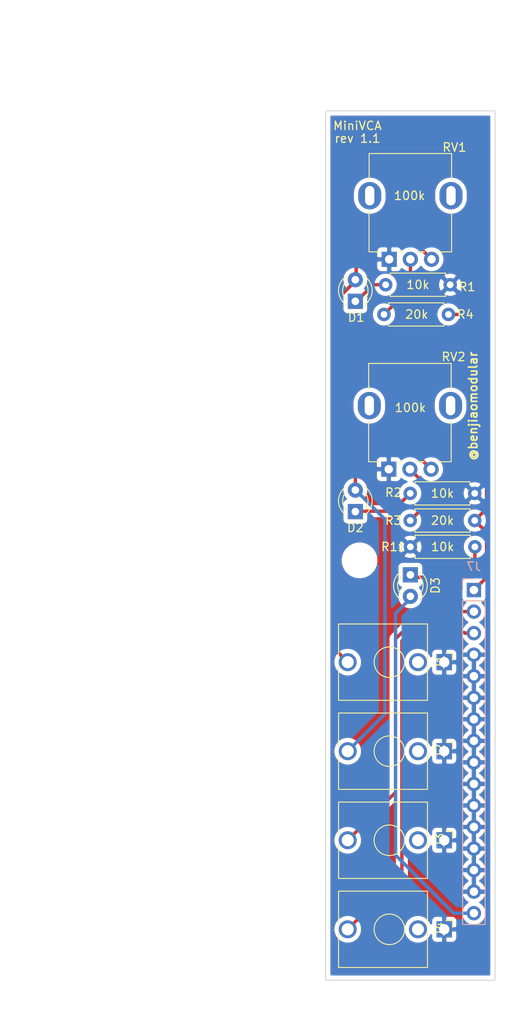
<source format=kicad_pcb>
(kicad_pcb (version 20171130) (host pcbnew 5.1.9+dfsg1-1~bpo10+1)

  (general
    (thickness 1.6)
    (drawings 25)
    (tracks 48)
    (zones 0)
    (modules 16)
    (nets 13)
  )

  (page A4)
  (layers
    (0 F.Cu signal)
    (31 B.Cu signal)
    (32 B.Adhes user)
    (33 F.Adhes user)
    (34 B.Paste user)
    (35 F.Paste user)
    (36 B.SilkS user)
    (37 F.SilkS user)
    (38 B.Mask user)
    (39 F.Mask user)
    (40 Dwgs.User user)
    (41 Cmts.User user)
    (42 Eco1.User user)
    (43 Eco2.User user)
    (44 Edge.Cuts user)
    (45 Margin user)
    (46 B.CrtYd user)
    (47 F.CrtYd user)
    (48 B.Fab user)
    (49 F.Fab user)
  )

  (setup
    (last_trace_width 0.4)
    (trace_clearance 0.2)
    (zone_clearance 0.508)
    (zone_45_only no)
    (trace_min 0.2)
    (via_size 0.8)
    (via_drill 0.4)
    (via_min_size 0.4)
    (via_min_drill 0.3)
    (uvia_size 0.3)
    (uvia_drill 0.1)
    (uvias_allowed no)
    (uvia_min_size 0.2)
    (uvia_min_drill 0.1)
    (edge_width 0.1)
    (segment_width 0.2)
    (pcb_text_width 0.3)
    (pcb_text_size 1.5 1.5)
    (mod_edge_width 0.15)
    (mod_text_size 1 1)
    (mod_text_width 0.15)
    (pad_size 1.6 1.6)
    (pad_drill 0.8)
    (pad_to_mask_clearance 0)
    (aux_axis_origin 0 0)
    (visible_elements FFFFFF7F)
    (pcbplotparams
      (layerselection 0x010fc_ffffffff)
      (usegerberextensions false)
      (usegerberattributes true)
      (usegerberadvancedattributes true)
      (creategerberjobfile true)
      (excludeedgelayer true)
      (linewidth 0.100000)
      (plotframeref false)
      (viasonmask false)
      (mode 1)
      (useauxorigin false)
      (hpglpennumber 1)
      (hpglpenspeed 20)
      (hpglpendiameter 15.000000)
      (psnegative false)
      (psa4output false)
      (plotreference true)
      (plotvalue true)
      (plotinvisibletext false)
      (padsonsilk false)
      (subtractmaskfromsilk false)
      (outputformat 1)
      (mirror false)
      (drillshape 0)
      (scaleselection 1)
      (outputdirectory "MiniVCA 1.2/MiniVCA 1.2 - Control/"))
  )

  (net 0 "")
  (net 1 "Net-(D1-Pad1)")
  (net 2 "Net-(D1-Pad2)")
  (net 3 "Net-(D2-Pad2)")
  (net 4 "Net-(D2-Pad1)")
  (net 5 "Net-(R3-Pad2)")
  (net 6 "Net-(R4-Pad2)")
  (net 7 "Net-(D3-Pad1)")
  (net 8 B1_12V)
  (net 9 GND1)
  (net 10 B1_1)
  (net 11 B1_2)
  (net 12 B1_3)

  (net_class Default "This is the default net class."
    (clearance 0.2)
    (trace_width 0.4)
    (via_dia 0.8)
    (via_drill 0.4)
    (uvia_dia 0.3)
    (uvia_drill 0.1)
    (add_net B1_1)
    (add_net B1_12V)
    (add_net B1_2)
    (add_net B1_3)
    (add_net GND1)
    (add_net "Net-(D1-Pad1)")
    (add_net "Net-(D1-Pad2)")
    (add_net "Net-(D2-Pad1)")
    (add_net "Net-(D2-Pad2)")
    (add_net "Net-(D3-Pad1)")
    (add_net "Net-(R3-Pad2)")
    (add_net "Net-(R4-Pad2)")
  )

  (module MountingHole:MountingHole_3.2mm_M3 (layer F.Cu) (tedit 56D1B4CB) (tstamp 61B1BACC)
    (at 76 106)
    (descr "Mounting Hole 3.2mm, no annular, M3")
    (tags "mounting hole 3.2mm no annular m3")
    (attr virtual)
    (fp_text reference REF** (at -3 0 90) (layer F.SilkS) hide
      (effects (font (size 1 1) (thickness 0.15)))
    )
    (fp_text value MountingHole_3.2mm_M3 (at 0 4.2) (layer F.Fab)
      (effects (font (size 1 1) (thickness 0.15)))
    )
    (fp_circle (center 0 0) (end 3.2 0) (layer Cmts.User) (width 0.15))
    (fp_circle (center 0 0) (end 3.45 0) (layer F.CrtYd) (width 0.05))
    (fp_text user %R (at 0.3 0) (layer F.Fab)
      (effects (font (size 1 1) (thickness 0.15)))
    )
    (pad 1 np_thru_hole circle (at 0 0) (size 3.2 3.2) (drill 3.2) (layers *.Cu *.Mask))
  )

  (module LED_THT:LED_D3.0mm (layer F.Cu) (tedit 587A3A7B) (tstamp 61B2557E)
    (at 75.5 75.45 90)
    (descr "LED, diameter 3.0mm, 2 pins")
    (tags "LED diameter 3.0mm 2 pins")
    (path /61BB7489)
    (fp_text reference D1 (at -1.9 0.1 180) (layer F.SilkS)
      (effects (font (size 1 1) (thickness 0.15)))
    )
    (fp_text value LED (at 1.27 2.96 90) (layer F.Fab)
      (effects (font (size 1 1) (thickness 0.15)))
    )
    (fp_line (start 3.7 -2.25) (end -1.15 -2.25) (layer F.CrtYd) (width 0.05))
    (fp_line (start 3.7 2.25) (end 3.7 -2.25) (layer F.CrtYd) (width 0.05))
    (fp_line (start -1.15 2.25) (end 3.7 2.25) (layer F.CrtYd) (width 0.05))
    (fp_line (start -1.15 -2.25) (end -1.15 2.25) (layer F.CrtYd) (width 0.05))
    (fp_line (start -0.29 1.08) (end -0.29 1.236) (layer F.SilkS) (width 0.12))
    (fp_line (start -0.29 -1.236) (end -0.29 -1.08) (layer F.SilkS) (width 0.12))
    (fp_line (start -0.23 -1.16619) (end -0.23 1.16619) (layer F.Fab) (width 0.1))
    (fp_circle (center 1.27 0) (end 2.77 0) (layer F.Fab) (width 0.1))
    (fp_arc (start 1.27 0) (end -0.23 -1.16619) (angle 284.3) (layer F.Fab) (width 0.1))
    (fp_arc (start 1.27 0) (end -0.29 -1.235516) (angle 108.8) (layer F.SilkS) (width 0.12))
    (fp_arc (start 1.27 0) (end -0.29 1.235516) (angle -108.8) (layer F.SilkS) (width 0.12))
    (fp_arc (start 1.27 0) (end 0.229039 -1.08) (angle 87.9) (layer F.SilkS) (width 0.12))
    (fp_arc (start 1.27 0) (end 0.229039 1.08) (angle -87.9) (layer F.SilkS) (width 0.12))
    (pad 1 thru_hole rect (at 0 0 90) (size 1.8 1.8) (drill 0.9) (layers *.Cu *.Mask)
      (net 1 "Net-(D1-Pad1)"))
    (pad 2 thru_hole circle (at 2.54 0 90) (size 1.8 1.8) (drill 0.9) (layers *.Cu *.Mask)
      (net 2 "Net-(D1-Pad2)"))
    (model ${KISYS3DMOD}/LED_THT.3dshapes/LED_D3.0mm.wrl
      (at (xyz 0 0 0))
      (scale (xyz 1 1 1))
      (rotate (xyz 0 0 0))
    )
  )

  (module LED_THT:LED_D3.0mm (layer F.Cu) (tedit 587A3A7B) (tstamp 61B06C68)
    (at 75.5 100.25 90)
    (descr "LED, diameter 3.0mm, 2 pins")
    (tags "LED diameter 3.0mm 2 pins")
    (path /61B97DBA)
    (fp_text reference D2 (at -1.9 0 180) (layer F.SilkS)
      (effects (font (size 1 1) (thickness 0.15)))
    )
    (fp_text value LED (at 1.27 2.96 90) (layer F.Fab)
      (effects (font (size 1 1) (thickness 0.15)))
    )
    (fp_circle (center 1.27 0) (end 2.77 0) (layer F.Fab) (width 0.1))
    (fp_line (start -0.23 -1.16619) (end -0.23 1.16619) (layer F.Fab) (width 0.1))
    (fp_line (start -0.29 -1.236) (end -0.29 -1.08) (layer F.SilkS) (width 0.12))
    (fp_line (start -0.29 1.08) (end -0.29 1.236) (layer F.SilkS) (width 0.12))
    (fp_line (start -1.15 -2.25) (end -1.15 2.25) (layer F.CrtYd) (width 0.05))
    (fp_line (start -1.15 2.25) (end 3.7 2.25) (layer F.CrtYd) (width 0.05))
    (fp_line (start 3.7 2.25) (end 3.7 -2.25) (layer F.CrtYd) (width 0.05))
    (fp_line (start 3.7 -2.25) (end -1.15 -2.25) (layer F.CrtYd) (width 0.05))
    (fp_arc (start 1.27 0) (end 0.229039 1.08) (angle -87.9) (layer F.SilkS) (width 0.12))
    (fp_arc (start 1.27 0) (end 0.229039 -1.08) (angle 87.9) (layer F.SilkS) (width 0.12))
    (fp_arc (start 1.27 0) (end -0.29 1.235516) (angle -108.8) (layer F.SilkS) (width 0.12))
    (fp_arc (start 1.27 0) (end -0.29 -1.235516) (angle 108.8) (layer F.SilkS) (width 0.12))
    (fp_arc (start 1.27 0) (end -0.23 -1.16619) (angle 284.3) (layer F.Fab) (width 0.1))
    (pad 2 thru_hole circle (at 2.54 0 90) (size 1.8 1.8) (drill 0.9) (layers *.Cu *.Mask)
      (net 3 "Net-(D2-Pad2)"))
    (pad 1 thru_hole rect (at 0 0 90) (size 1.8 1.8) (drill 0.9) (layers *.Cu *.Mask)
      (net 4 "Net-(D2-Pad1)"))
    (model ${KISYS3DMOD}/LED_THT.3dshapes/LED_D3.0mm.wrl
      (at (xyz 0 0 0))
      (scale (xyz 1 1 1))
      (rotate (xyz 0 0 0))
    )
  )

  (module benjiaomodular:AudioJack_3.5mm (layer F.Cu) (tedit 61B04598) (tstamp 61B06C8B)
    (at 86 118 270)
    (path /61B8DCCD)
    (fp_text reference J1 (at 0 0.5 90) (layer F.SilkS)
      (effects (font (size 1 1) (thickness 0.15)))
    )
    (fp_text value CV_2 (at 0 -0.5 90) (layer F.Fab)
      (effects (font (size 1 1) (thickness 0.15)))
    )
    (fp_line (start 5 -1.42) (end -5 -1.42) (layer F.CrtYd) (width 0.05))
    (fp_line (start 5 12.98) (end -5 12.98) (layer F.CrtYd) (width 0.05))
    (fp_line (start 0 0) (end 0 2.03) (layer F.Fab) (width 0.1))
    (fp_circle (center 0 6.48) (end 1.8 6.48) (layer F.Fab) (width 0.1))
    (fp_line (start 4.5 2.03) (end -4.5 2.03) (layer F.Fab) (width 0.1))
    (fp_line (start 4.5 12.48) (end -4.5 12.48) (layer F.Fab) (width 0.1))
    (fp_line (start 4.5 12.48) (end 4.5 2.08) (layer F.Fab) (width 0.1))
    (fp_line (start -5 12.98) (end -5 -1.42) (layer F.CrtYd) (width 0.05))
    (fp_line (start -1.07 7.49) (end 1.01 5.41) (layer Dwgs.User) (width 0.12))
    (fp_line (start -1.06 -1) (end -0.2 -1) (layer F.SilkS) (width 0.12))
    (fp_line (start -0.5 12.48) (end -4.5 12.48) (layer F.SilkS) (width 0.12))
    (fp_line (start -1.41 6.02) (end -0.46 5.07) (layer Dwgs.User) (width 0.12))
    (fp_line (start 4.5 12.48) (end 0.5 12.48) (layer F.SilkS) (width 0.12))
    (fp_line (start -4.5 1.98) (end -4.5 12.48) (layer F.SilkS) (width 0.12))
    (fp_circle (center 0 6.48) (end 1.8 6.48) (layer F.SilkS) (width 0.12))
    (fp_line (start 5 12.98) (end 5 -1.42) (layer F.CrtYd) (width 0.05))
    (fp_line (start -0.35 1.98) (end -4.5 1.98) (layer F.SilkS) (width 0.12))
    (fp_line (start 0.09 7.96) (end 1.48 6.57) (layer Dwgs.User) (width 0.12))
    (fp_line (start 4.5 1.98) (end 0.35 1.98) (layer F.SilkS) (width 0.12))
    (fp_line (start -0.58 7.83) (end 1.36 5.89) (layer Dwgs.User) (width 0.12))
    (fp_line (start -4.5 12.48) (end -4.5 2.08) (layer F.Fab) (width 0.1))
    (fp_line (start 4.5 1.98) (end 4.5 12.48) (layer F.SilkS) (width 0.12))
    (fp_line (start -1.42 6.875) (end 0.4 5.06) (layer Dwgs.User) (width 0.12))
    (fp_circle (center 0 6.48) (end 1.5 6.48) (layer Dwgs.User) (width 0.12))
    (fp_line (start -1.06 -1) (end -1.06 -0.2) (layer F.SilkS) (width 0.12))
    (fp_text user REF** (at -4.03 1.08 270) (layer F.SilkS) hide
      (effects (font (size 1 1) (thickness 0.15)))
    )
    (fp_text user KEEPOUT (at 0 6.48 90) (layer Cmts.User)
      (effects (font (size 0.4 0.4) (thickness 0.051)))
    )
    (fp_text user %R (at 0 8 270) (layer F.Fab)
      (effects (font (size 1 1) (thickness 0.15)))
    )
    (pad S thru_hole rect (at 0 0 90) (size 1.93 1.83) (drill 1.22) (layers *.Cu *.Mask)
      (net 9 GND1))
    (pad TN thru_hole circle (at 0 3.1 90) (size 2.13 2.13) (drill 1.42) (layers *.Cu *.Mask))
    (pad T thru_hole circle (at 0 11.4 90) (size 2.13 2.13) (drill 1.43) (layers *.Cu *.Mask)
      (net 2 "Net-(D1-Pad2)"))
  )

  (module benjiaomodular:AudioJack_3.5mm (layer F.Cu) (tedit 61B04598) (tstamp 61B06CAE)
    (at 86 128.5 270)
    (path /61B07FA9)
    (fp_text reference J2 (at 0 0.5 90) (layer F.SilkS)
      (effects (font (size 1 1) (thickness 0.15)))
    )
    (fp_text value CV_1 (at 0 -0.5 90) (layer F.Fab)
      (effects (font (size 1 1) (thickness 0.15)))
    )
    (fp_line (start -1.06 -1) (end -1.06 -0.2) (layer F.SilkS) (width 0.12))
    (fp_circle (center 0 6.48) (end 1.5 6.48) (layer Dwgs.User) (width 0.12))
    (fp_line (start -1.42 6.875) (end 0.4 5.06) (layer Dwgs.User) (width 0.12))
    (fp_line (start 4.5 1.98) (end 4.5 12.48) (layer F.SilkS) (width 0.12))
    (fp_line (start -4.5 12.48) (end -4.5 2.08) (layer F.Fab) (width 0.1))
    (fp_line (start -0.58 7.83) (end 1.36 5.89) (layer Dwgs.User) (width 0.12))
    (fp_line (start 4.5 1.98) (end 0.35 1.98) (layer F.SilkS) (width 0.12))
    (fp_line (start 0.09 7.96) (end 1.48 6.57) (layer Dwgs.User) (width 0.12))
    (fp_line (start -0.35 1.98) (end -4.5 1.98) (layer F.SilkS) (width 0.12))
    (fp_line (start 5 12.98) (end 5 -1.42) (layer F.CrtYd) (width 0.05))
    (fp_circle (center 0 6.48) (end 1.8 6.48) (layer F.SilkS) (width 0.12))
    (fp_line (start -4.5 1.98) (end -4.5 12.48) (layer F.SilkS) (width 0.12))
    (fp_line (start 4.5 12.48) (end 0.5 12.48) (layer F.SilkS) (width 0.12))
    (fp_line (start -1.41 6.02) (end -0.46 5.07) (layer Dwgs.User) (width 0.12))
    (fp_line (start -0.5 12.48) (end -4.5 12.48) (layer F.SilkS) (width 0.12))
    (fp_line (start -1.06 -1) (end -0.2 -1) (layer F.SilkS) (width 0.12))
    (fp_line (start -1.07 7.49) (end 1.01 5.41) (layer Dwgs.User) (width 0.12))
    (fp_line (start -5 12.98) (end -5 -1.42) (layer F.CrtYd) (width 0.05))
    (fp_line (start 4.5 12.48) (end 4.5 2.08) (layer F.Fab) (width 0.1))
    (fp_line (start 4.5 12.48) (end -4.5 12.48) (layer F.Fab) (width 0.1))
    (fp_line (start 4.5 2.03) (end -4.5 2.03) (layer F.Fab) (width 0.1))
    (fp_circle (center 0 6.48) (end 1.8 6.48) (layer F.Fab) (width 0.1))
    (fp_line (start 0 0) (end 0 2.03) (layer F.Fab) (width 0.1))
    (fp_line (start 5 12.98) (end -5 12.98) (layer F.CrtYd) (width 0.05))
    (fp_line (start 5 -1.42) (end -5 -1.42) (layer F.CrtYd) (width 0.05))
    (fp_text user %R (at 0 8 270) (layer F.Fab)
      (effects (font (size 1 1) (thickness 0.15)))
    )
    (fp_text user KEEPOUT (at 0 6.48 90) (layer Cmts.User)
      (effects (font (size 0.4 0.4) (thickness 0.051)))
    )
    (fp_text user REF** (at -4.03 1.08 270) (layer F.SilkS) hide
      (effects (font (size 1 1) (thickness 0.15)))
    )
    (pad T thru_hole circle (at 0 11.4 90) (size 2.13 2.13) (drill 1.43) (layers *.Cu *.Mask)
      (net 3 "Net-(D2-Pad2)"))
    (pad TN thru_hole circle (at 0 3.1 90) (size 2.13 2.13) (drill 1.42) (layers *.Cu *.Mask))
    (pad S thru_hole rect (at 0 0 90) (size 1.93 1.83) (drill 1.22) (layers *.Cu *.Mask)
      (net 9 GND1))
  )

  (module benjiaomodular:AudioJack_3.5mm (layer F.Cu) (tedit 61B04598) (tstamp 61B06CD1)
    (at 86 139 270)
    (path /61B09672)
    (fp_text reference J3 (at 0 0.5 90) (layer F.SilkS)
      (effects (font (size 1 1) (thickness 0.15)))
    )
    (fp_text value AudioIn (at 0 -0.5 90) (layer F.Fab)
      (effects (font (size 1 1) (thickness 0.15)))
    )
    (fp_line (start 5 -1.42) (end -5 -1.42) (layer F.CrtYd) (width 0.05))
    (fp_line (start 5 12.98) (end -5 12.98) (layer F.CrtYd) (width 0.05))
    (fp_line (start 0 0) (end 0 2.03) (layer F.Fab) (width 0.1))
    (fp_circle (center 0 6.48) (end 1.8 6.48) (layer F.Fab) (width 0.1))
    (fp_line (start 4.5 2.03) (end -4.5 2.03) (layer F.Fab) (width 0.1))
    (fp_line (start 4.5 12.48) (end -4.5 12.48) (layer F.Fab) (width 0.1))
    (fp_line (start 4.5 12.48) (end 4.5 2.08) (layer F.Fab) (width 0.1))
    (fp_line (start -5 12.98) (end -5 -1.42) (layer F.CrtYd) (width 0.05))
    (fp_line (start -1.07 7.49) (end 1.01 5.41) (layer Dwgs.User) (width 0.12))
    (fp_line (start -1.06 -1) (end -0.2 -1) (layer F.SilkS) (width 0.12))
    (fp_line (start -0.5 12.48) (end -4.5 12.48) (layer F.SilkS) (width 0.12))
    (fp_line (start -1.41 6.02) (end -0.46 5.07) (layer Dwgs.User) (width 0.12))
    (fp_line (start 4.5 12.48) (end 0.5 12.48) (layer F.SilkS) (width 0.12))
    (fp_line (start -4.5 1.98) (end -4.5 12.48) (layer F.SilkS) (width 0.12))
    (fp_circle (center 0 6.48) (end 1.8 6.48) (layer F.SilkS) (width 0.12))
    (fp_line (start 5 12.98) (end 5 -1.42) (layer F.CrtYd) (width 0.05))
    (fp_line (start -0.35 1.98) (end -4.5 1.98) (layer F.SilkS) (width 0.12))
    (fp_line (start 0.09 7.96) (end 1.48 6.57) (layer Dwgs.User) (width 0.12))
    (fp_line (start 4.5 1.98) (end 0.35 1.98) (layer F.SilkS) (width 0.12))
    (fp_line (start -0.58 7.83) (end 1.36 5.89) (layer Dwgs.User) (width 0.12))
    (fp_line (start -4.5 12.48) (end -4.5 2.08) (layer F.Fab) (width 0.1))
    (fp_line (start 4.5 1.98) (end 4.5 12.48) (layer F.SilkS) (width 0.12))
    (fp_line (start -1.42 6.875) (end 0.4 5.06) (layer Dwgs.User) (width 0.12))
    (fp_circle (center 0 6.48) (end 1.5 6.48) (layer Dwgs.User) (width 0.12))
    (fp_line (start -1.06 -1) (end -1.06 -0.2) (layer F.SilkS) (width 0.12))
    (fp_text user REF** (at -4.03 1.08 270) (layer F.SilkS) hide
      (effects (font (size 1 1) (thickness 0.15)))
    )
    (fp_text user KEEPOUT (at 0 6.48 90) (layer Cmts.User)
      (effects (font (size 0.4 0.4) (thickness 0.051)))
    )
    (fp_text user %R (at 0 8 270) (layer F.Fab)
      (effects (font (size 1 1) (thickness 0.15)))
    )
    (pad S thru_hole rect (at 0 0 90) (size 1.93 1.83) (drill 1.22) (layers *.Cu *.Mask)
      (net 9 GND1))
    (pad TN thru_hole circle (at 0 3.1 90) (size 2.13 2.13) (drill 1.42) (layers *.Cu *.Mask))
    (pad T thru_hole circle (at 0 11.4 90) (size 2.13 2.13) (drill 1.43) (layers *.Cu *.Mask)
      (net 11 B1_2))
  )

  (module benjiaomodular:AudioJack_3.5mm (layer F.Cu) (tedit 61B04598) (tstamp 61B06CF4)
    (at 86 149.5 270)
    (path /61B0C432)
    (fp_text reference J4 (at 0 0.5 90) (layer F.SilkS)
      (effects (font (size 1 1) (thickness 0.15)))
    )
    (fp_text value AudioOut (at 0 -0.5 90) (layer F.Fab)
      (effects (font (size 1 1) (thickness 0.15)))
    )
    (fp_line (start -1.06 -1) (end -1.06 -0.2) (layer F.SilkS) (width 0.12))
    (fp_circle (center 0 6.48) (end 1.5 6.48) (layer Dwgs.User) (width 0.12))
    (fp_line (start -1.42 6.875) (end 0.4 5.06) (layer Dwgs.User) (width 0.12))
    (fp_line (start 4.5 1.98) (end 4.5 12.48) (layer F.SilkS) (width 0.12))
    (fp_line (start -4.5 12.48) (end -4.5 2.08) (layer F.Fab) (width 0.1))
    (fp_line (start -0.58 7.83) (end 1.36 5.89) (layer Dwgs.User) (width 0.12))
    (fp_line (start 4.5 1.98) (end 0.35 1.98) (layer F.SilkS) (width 0.12))
    (fp_line (start 0.09 7.96) (end 1.48 6.57) (layer Dwgs.User) (width 0.12))
    (fp_line (start -0.35 1.98) (end -4.5 1.98) (layer F.SilkS) (width 0.12))
    (fp_line (start 5 12.98) (end 5 -1.42) (layer F.CrtYd) (width 0.05))
    (fp_circle (center 0 6.48) (end 1.8 6.48) (layer F.SilkS) (width 0.12))
    (fp_line (start -4.5 1.98) (end -4.5 12.48) (layer F.SilkS) (width 0.12))
    (fp_line (start 4.5 12.48) (end 0.5 12.48) (layer F.SilkS) (width 0.12))
    (fp_line (start -1.41 6.02) (end -0.46 5.07) (layer Dwgs.User) (width 0.12))
    (fp_line (start -0.5 12.48) (end -4.5 12.48) (layer F.SilkS) (width 0.12))
    (fp_line (start -1.06 -1) (end -0.2 -1) (layer F.SilkS) (width 0.12))
    (fp_line (start -1.07 7.49) (end 1.01 5.41) (layer Dwgs.User) (width 0.12))
    (fp_line (start -5 12.98) (end -5 -1.42) (layer F.CrtYd) (width 0.05))
    (fp_line (start 4.5 12.48) (end 4.5 2.08) (layer F.Fab) (width 0.1))
    (fp_line (start 4.5 12.48) (end -4.5 12.48) (layer F.Fab) (width 0.1))
    (fp_line (start 4.5 2.03) (end -4.5 2.03) (layer F.Fab) (width 0.1))
    (fp_circle (center 0 6.48) (end 1.8 6.48) (layer F.Fab) (width 0.1))
    (fp_line (start 0 0) (end 0 2.03) (layer F.Fab) (width 0.1))
    (fp_line (start 5 12.98) (end -5 12.98) (layer F.CrtYd) (width 0.05))
    (fp_line (start 5 -1.42) (end -5 -1.42) (layer F.CrtYd) (width 0.05))
    (fp_text user %R (at 0 8 270) (layer F.Fab)
      (effects (font (size 1 1) (thickness 0.15)))
    )
    (fp_text user KEEPOUT (at 0 6.48 90) (layer Cmts.User)
      (effects (font (size 0.4 0.4) (thickness 0.051)))
    )
    (fp_text user REF** (at -4.03 1.08 270) (layer F.SilkS) hide
      (effects (font (size 1 1) (thickness 0.15)))
    )
    (pad T thru_hole circle (at 0 11.4 90) (size 2.13 2.13) (drill 1.43) (layers *.Cu *.Mask)
      (net 12 B1_3))
    (pad TN thru_hole circle (at 0 3.1 90) (size 2.13 2.13) (drill 1.42) (layers *.Cu *.Mask))
    (pad S thru_hole rect (at 0 0 90) (size 1.93 1.83) (drill 1.22) (layers *.Cu *.Mask)
      (net 9 GND1))
  )

  (module Resistor_THT:R_Axial_DIN0207_L6.3mm_D2.5mm_P7.62mm_Horizontal (layer F.Cu) (tedit 61B05B70) (tstamp 61B06D7F)
    (at 86.7 73.5 180)
    (descr "Resistor, Axial_DIN0207 series, Axial, Horizontal, pin pitch=7.62mm, 0.25W = 1/4W, length*diameter=6.3*2.5mm^2, http://cdn-reichelt.de/documents/datenblatt/B400/1_4W%23YAG.pdf")
    (tags "Resistor Axial_DIN0207 series Axial Horizontal pin pitch 7.62mm 0.25W = 1/4W length 6.3mm diameter 2.5mm")
    (path /61BBA262)
    (fp_text reference R1 (at -2 -0.25) (layer F.SilkS)
      (effects (font (size 1 1) (thickness 0.15)))
    )
    (fp_text value 10k (at 3.81 0) (layer F.SilkS)
      (effects (font (size 1 1) (thickness 0.15)))
    )
    (fp_line (start 8.67 -1.5) (end -1.05 -1.5) (layer F.CrtYd) (width 0.05))
    (fp_line (start 8.67 1.5) (end 8.67 -1.5) (layer F.CrtYd) (width 0.05))
    (fp_line (start -1.05 1.5) (end 8.67 1.5) (layer F.CrtYd) (width 0.05))
    (fp_line (start -1.05 -1.5) (end -1.05 1.5) (layer F.CrtYd) (width 0.05))
    (fp_line (start 7.08 1.37) (end 7.08 1.04) (layer F.SilkS) (width 0.12))
    (fp_line (start 0.54 1.37) (end 7.08 1.37) (layer F.SilkS) (width 0.12))
    (fp_line (start 0.54 1.04) (end 0.54 1.37) (layer F.SilkS) (width 0.12))
    (fp_line (start 7.08 -1.37) (end 7.08 -1.04) (layer F.SilkS) (width 0.12))
    (fp_line (start 0.54 -1.37) (end 7.08 -1.37) (layer F.SilkS) (width 0.12))
    (fp_line (start 0.54 -1.04) (end 0.54 -1.37) (layer F.SilkS) (width 0.12))
    (fp_line (start 7.62 0) (end 6.96 0) (layer F.Fab) (width 0.1))
    (fp_line (start 0 0) (end 0.66 0) (layer F.Fab) (width 0.1))
    (fp_line (start 6.96 -1.25) (end 0.66 -1.25) (layer F.Fab) (width 0.1))
    (fp_line (start 6.96 1.25) (end 6.96 -1.25) (layer F.Fab) (width 0.1))
    (fp_line (start 0.66 1.25) (end 6.96 1.25) (layer F.Fab) (width 0.1))
    (fp_line (start 0.66 -1.25) (end 0.66 1.25) (layer F.Fab) (width 0.1))
    (fp_text user %R (at 3.81 0) (layer F.Fab)
      (effects (font (size 1 1) (thickness 0.15)))
    )
    (pad 1 thru_hole circle (at 0 0 180) (size 1.6 1.6) (drill 0.8) (layers *.Cu *.Mask)
      (net 9 GND1))
    (pad 2 thru_hole oval (at 7.62 0 180) (size 1.6 1.6) (drill 0.8) (layers *.Cu *.Mask)
      (net 1 "Net-(D1-Pad1)"))
    (model ${KISYS3DMOD}/Resistor_THT.3dshapes/R_Axial_DIN0207_L6.3mm_D2.5mm_P7.62mm_Horizontal.wrl
      (at (xyz 0 0 0))
      (scale (xyz 1 1 1))
      (rotate (xyz 0 0 0))
    )
  )

  (module Resistor_THT:R_Axial_DIN0207_L6.3mm_D2.5mm_P7.62mm_Horizontal (layer F.Cu) (tedit 5AE5139B) (tstamp 61B06D96)
    (at 89.6 98.1 180)
    (descr "Resistor, Axial_DIN0207 series, Axial, Horizontal, pin pitch=7.62mm, 0.25W = 1/4W, length*diameter=6.3*2.5mm^2, http://cdn-reichelt.de/documents/datenblatt/B400/1_4W%23YAG.pdf")
    (tags "Resistor Axial_DIN0207 series Axial Horizontal pin pitch 7.62mm 0.25W = 1/4W length 6.3mm diameter 2.5mm")
    (path /61BA092B)
    (fp_text reference R2 (at 9.6 0.1) (layer F.SilkS)
      (effects (font (size 1 1) (thickness 0.15)))
    )
    (fp_text value 10k (at 3.81 0) (layer F.SilkS)
      (effects (font (size 1 1) (thickness 0.15)))
    )
    (fp_line (start 8.67 -1.5) (end -1.05 -1.5) (layer F.CrtYd) (width 0.05))
    (fp_line (start 8.67 1.5) (end 8.67 -1.5) (layer F.CrtYd) (width 0.05))
    (fp_line (start -1.05 1.5) (end 8.67 1.5) (layer F.CrtYd) (width 0.05))
    (fp_line (start -1.05 -1.5) (end -1.05 1.5) (layer F.CrtYd) (width 0.05))
    (fp_line (start 7.08 1.37) (end 7.08 1.04) (layer F.SilkS) (width 0.12))
    (fp_line (start 0.54 1.37) (end 7.08 1.37) (layer F.SilkS) (width 0.12))
    (fp_line (start 0.54 1.04) (end 0.54 1.37) (layer F.SilkS) (width 0.12))
    (fp_line (start 7.08 -1.37) (end 7.08 -1.04) (layer F.SilkS) (width 0.12))
    (fp_line (start 0.54 -1.37) (end 7.08 -1.37) (layer F.SilkS) (width 0.12))
    (fp_line (start 0.54 -1.04) (end 0.54 -1.37) (layer F.SilkS) (width 0.12))
    (fp_line (start 7.62 0) (end 6.96 0) (layer F.Fab) (width 0.1))
    (fp_line (start 0 0) (end 0.66 0) (layer F.Fab) (width 0.1))
    (fp_line (start 6.96 -1.25) (end 0.66 -1.25) (layer F.Fab) (width 0.1))
    (fp_line (start 6.96 1.25) (end 6.96 -1.25) (layer F.Fab) (width 0.1))
    (fp_line (start 0.66 1.25) (end 6.96 1.25) (layer F.Fab) (width 0.1))
    (fp_line (start 0.66 -1.25) (end 0.66 1.25) (layer F.Fab) (width 0.1))
    (fp_text user %R (at 3.81 0) (layer F.Fab)
      (effects (font (size 1 1) (thickness 0.15)))
    )
    (pad 1 thru_hole circle (at 0 0 180) (size 1.6 1.6) (drill 0.8) (layers *.Cu *.Mask)
      (net 9 GND1))
    (pad 2 thru_hole oval (at 7.62 0 180) (size 1.6 1.6) (drill 0.8) (layers *.Cu *.Mask)
      (net 4 "Net-(D2-Pad1)"))
    (model ${KISYS3DMOD}/Resistor_THT.3dshapes/R_Axial_DIN0207_L6.3mm_D2.5mm_P7.62mm_Horizontal.wrl
      (at (xyz 0 0 0))
      (scale (xyz 1 1 1))
      (rotate (xyz 0 0 0))
    )
  )

  (module Resistor_THT:R_Axial_DIN0207_L6.3mm_D2.5mm_P7.62mm_Horizontal (layer F.Cu) (tedit 5AE5139B) (tstamp 61B06DAD)
    (at 89.6 101.3 180)
    (descr "Resistor, Axial_DIN0207 series, Axial, Horizontal, pin pitch=7.62mm, 0.25W = 1/4W, length*diameter=6.3*2.5mm^2, http://cdn-reichelt.de/documents/datenblatt/B400/1_4W%23YAG.pdf")
    (tags "Resistor Axial_DIN0207 series Axial Horizontal pin pitch 7.62mm 0.25W = 1/4W length 6.3mm diameter 2.5mm")
    (path /61B53471)
    (fp_text reference R3 (at 9.6 0) (layer F.SilkS)
      (effects (font (size 1 1) (thickness 0.15)))
    )
    (fp_text value 20k (at 3.81 0) (layer F.SilkS)
      (effects (font (size 1 1) (thickness 0.15)))
    )
    (fp_line (start 8.67 -1.5) (end -1.05 -1.5) (layer F.CrtYd) (width 0.05))
    (fp_line (start 8.67 1.5) (end 8.67 -1.5) (layer F.CrtYd) (width 0.05))
    (fp_line (start -1.05 1.5) (end 8.67 1.5) (layer F.CrtYd) (width 0.05))
    (fp_line (start -1.05 -1.5) (end -1.05 1.5) (layer F.CrtYd) (width 0.05))
    (fp_line (start 7.08 1.37) (end 7.08 1.04) (layer F.SilkS) (width 0.12))
    (fp_line (start 0.54 1.37) (end 7.08 1.37) (layer F.SilkS) (width 0.12))
    (fp_line (start 0.54 1.04) (end 0.54 1.37) (layer F.SilkS) (width 0.12))
    (fp_line (start 7.08 -1.37) (end 7.08 -1.04) (layer F.SilkS) (width 0.12))
    (fp_line (start 0.54 -1.37) (end 7.08 -1.37) (layer F.SilkS) (width 0.12))
    (fp_line (start 0.54 -1.04) (end 0.54 -1.37) (layer F.SilkS) (width 0.12))
    (fp_line (start 7.62 0) (end 6.96 0) (layer F.Fab) (width 0.1))
    (fp_line (start 0 0) (end 0.66 0) (layer F.Fab) (width 0.1))
    (fp_line (start 6.96 -1.25) (end 0.66 -1.25) (layer F.Fab) (width 0.1))
    (fp_line (start 6.96 1.25) (end 6.96 -1.25) (layer F.Fab) (width 0.1))
    (fp_line (start 0.66 1.25) (end 6.96 1.25) (layer F.Fab) (width 0.1))
    (fp_line (start 0.66 -1.25) (end 0.66 1.25) (layer F.Fab) (width 0.1))
    (fp_text user %R (at 3.81 0) (layer F.Fab)
      (effects (font (size 1 1) (thickness 0.15)))
    )
    (pad 1 thru_hole circle (at 0 0 180) (size 1.6 1.6) (drill 0.8) (layers *.Cu *.Mask)
      (net 10 B1_1))
    (pad 2 thru_hole oval (at 7.62 0 180) (size 1.6 1.6) (drill 0.8) (layers *.Cu *.Mask)
      (net 5 "Net-(R3-Pad2)"))
    (model ${KISYS3DMOD}/Resistor_THT.3dshapes/R_Axial_DIN0207_L6.3mm_D2.5mm_P7.62mm_Horizontal.wrl
      (at (xyz 0 0 0))
      (scale (xyz 1 1 1))
      (rotate (xyz 0 0 0))
    )
  )

  (module Resistor_THT:R_Axial_DIN0207_L6.3mm_D2.5mm_P7.62mm_Horizontal (layer F.Cu) (tedit 5AE5139B) (tstamp 61B06DC4)
    (at 86.5 77 180)
    (descr "Resistor, Axial_DIN0207 series, Axial, Horizontal, pin pitch=7.62mm, 0.25W = 1/4W, length*diameter=6.3*2.5mm^2, http://cdn-reichelt.de/documents/datenblatt/B400/1_4W%23YAG.pdf")
    (tags "Resistor Axial_DIN0207 series Axial Horizontal pin pitch 7.62mm 0.25W = 1/4W length 6.3mm diameter 2.5mm")
    (path /61B56570)
    (fp_text reference R4 (at -2 0) (layer F.SilkS)
      (effects (font (size 1 1) (thickness 0.15)))
    )
    (fp_text value 20k (at 3.75 0) (layer F.SilkS)
      (effects (font (size 1 1) (thickness 0.15)))
    )
    (fp_line (start 8.67 -1.5) (end -1.05 -1.5) (layer F.CrtYd) (width 0.05))
    (fp_line (start 8.67 1.5) (end 8.67 -1.5) (layer F.CrtYd) (width 0.05))
    (fp_line (start -1.05 1.5) (end 8.67 1.5) (layer F.CrtYd) (width 0.05))
    (fp_line (start -1.05 -1.5) (end -1.05 1.5) (layer F.CrtYd) (width 0.05))
    (fp_line (start 7.08 1.37) (end 7.08 1.04) (layer F.SilkS) (width 0.12))
    (fp_line (start 0.54 1.37) (end 7.08 1.37) (layer F.SilkS) (width 0.12))
    (fp_line (start 0.54 1.04) (end 0.54 1.37) (layer F.SilkS) (width 0.12))
    (fp_line (start 7.08 -1.37) (end 7.08 -1.04) (layer F.SilkS) (width 0.12))
    (fp_line (start 0.54 -1.37) (end 7.08 -1.37) (layer F.SilkS) (width 0.12))
    (fp_line (start 0.54 -1.04) (end 0.54 -1.37) (layer F.SilkS) (width 0.12))
    (fp_line (start 7.62 0) (end 6.96 0) (layer F.Fab) (width 0.1))
    (fp_line (start 0 0) (end 0.66 0) (layer F.Fab) (width 0.1))
    (fp_line (start 6.96 -1.25) (end 0.66 -1.25) (layer F.Fab) (width 0.1))
    (fp_line (start 6.96 1.25) (end 6.96 -1.25) (layer F.Fab) (width 0.1))
    (fp_line (start 0.66 1.25) (end 6.96 1.25) (layer F.Fab) (width 0.1))
    (fp_line (start 0.66 -1.25) (end 0.66 1.25) (layer F.Fab) (width 0.1))
    (fp_text user %R (at 3.81 0) (layer F.Fab)
      (effects (font (size 1 1) (thickness 0.15)))
    )
    (pad 1 thru_hole circle (at 0 0 180) (size 1.6 1.6) (drill 0.8) (layers *.Cu *.Mask)
      (net 10 B1_1))
    (pad 2 thru_hole oval (at 7.62 0 180) (size 1.6 1.6) (drill 0.8) (layers *.Cu *.Mask)
      (net 6 "Net-(R4-Pad2)"))
    (model ${KISYS3DMOD}/Resistor_THT.3dshapes/R_Axial_DIN0207_L6.3mm_D2.5mm_P7.62mm_Horizontal.wrl
      (at (xyz 0 0 0))
      (scale (xyz 1 1 1))
      (rotate (xyz 0 0 0))
    )
  )

  (module benjiaomodular:Potentiometer_RV09 (layer F.Cu) (tedit 61B03861) (tstamp 61B1E1C6)
    (at 79.5 70.5 90)
    (path /61B5AA3A)
    (fp_text reference RV1 (at 7.6 2.5 90) (layer Dwgs.User)
      (effects (font (size 1 1) (thickness 0.15)))
    )
    (fp_text value 100k (at 7.5 2.4 180) (layer F.SilkS)
      (effects (font (size 1 1) (thickness 0.15)))
    )
    (fp_circle (center 7.5 2.5) (end 7.5 -1) (layer F.Fab) (width 0.1))
    (fp_line (start 1 -2.25) (end 12.35 -2.25) (layer F.Fab) (width 0.1))
    (fp_line (start 1 7.25) (end 1 -2.25) (layer F.Fab) (width 0.1))
    (fp_line (start 0.88 7.37) (end 5.6 7.37) (layer F.SilkS) (width 0.12))
    (fp_line (start 0.88 7.37) (end 0.88 5.88) (layer F.SilkS) (width 0.12))
    (fp_line (start 12.6 -3.91) (end -1.15 -3.91) (layer F.CrtYd) (width 0.05))
    (fp_line (start 0.88 4.16) (end 0.88 3.33) (layer F.SilkS) (width 0.12))
    (fp_line (start -1.15 8.91) (end 12.6 8.91) (layer F.CrtYd) (width 0.05))
    (fp_line (start 0.88 -1.19) (end 0.88 -2.37) (layer F.SilkS) (width 0.12))
    (fp_line (start 12.47 7.37) (end 12.47 -2.37) (layer F.SilkS) (width 0.12))
    (fp_line (start 9.41 7.37) (end 12.47 7.37) (layer F.SilkS) (width 0.12))
    (fp_line (start 0.88 -2.38) (end 5.6 -2.38) (layer F.SilkS) (width 0.12))
    (fp_line (start 9.41 -2.37) (end 12.47 -2.37) (layer F.SilkS) (width 0.12))
    (fp_line (start -1.15 -3.91) (end -1.15 8.91) (layer F.CrtYd) (width 0.05))
    (fp_line (start 12.35 7.25) (end 12.35 -2.25) (layer F.Fab) (width 0.1))
    (fp_line (start 12.6 8.91) (end 12.6 -3.91) (layer F.CrtYd) (width 0.05))
    (fp_line (start 1 7.25) (end 12.35 7.25) (layer F.Fab) (width 0.1))
    (fp_line (start 0.88 1.71) (end 0.88 1.18) (layer F.SilkS) (width 0.12))
    (fp_text user REF** (at 6.71 -4.64 270) (layer F.SilkS) hide
      (effects (font (size 1 1) (thickness 0.15)))
    )
    (fp_text user %R (at 13.2 7.7 180) (layer F.SilkS)
      (effects (font (size 1 1) (thickness 0.15)))
    )
    (pad "" thru_hole oval (at 7.5 -2.3 180) (size 2.72 3.24) (drill oval 1.1 2.3) (layers *.Cu *.Mask))
    (pad "" thru_hole oval (at 7.5 7.3 180) (size 2.72 3.24) (drill oval 1.1 2.3) (layers *.Cu *.Mask))
    (pad 2 thru_hole circle (at 0 2.5 180) (size 1.8 1.8) (drill 1) (layers *.Cu *.Mask)
      (net 6 "Net-(R4-Pad2)"))
    (pad 3 thru_hole circle (at 0 5 180) (size 1.8 1.8) (drill 1) (layers *.Cu *.Mask)
      (net 2 "Net-(D1-Pad2)"))
    (pad 1 thru_hole rect (at 0 0 180) (size 1.8 1.8) (drill 1) (layers *.Cu *.Mask)
      (net 9 GND1))
  )

  (module benjiaomodular:Potentiometer_RV09 (layer F.Cu) (tedit 61B03861) (tstamp 61B1DACD)
    (at 79.45 95.25 90)
    (path /61B5A451)
    (fp_text reference RV2 (at 13.25 7.65 180) (layer F.SilkS)
      (effects (font (size 1 1) (thickness 0.15)))
    )
    (fp_text value 100k (at 7.25 2.55 180) (layer F.SilkS)
      (effects (font (size 1 1) (thickness 0.15)))
    )
    (fp_line (start 0.88 1.71) (end 0.88 1.18) (layer F.SilkS) (width 0.12))
    (fp_line (start 1 7.25) (end 12.35 7.25) (layer F.Fab) (width 0.1))
    (fp_line (start 12.6 8.91) (end 12.6 -3.91) (layer F.CrtYd) (width 0.05))
    (fp_line (start 12.35 7.25) (end 12.35 -2.25) (layer F.Fab) (width 0.1))
    (fp_line (start -1.15 -3.91) (end -1.15 8.91) (layer F.CrtYd) (width 0.05))
    (fp_line (start 9.41 -2.37) (end 12.47 -2.37) (layer F.SilkS) (width 0.12))
    (fp_line (start 0.88 -2.38) (end 5.6 -2.38) (layer F.SilkS) (width 0.12))
    (fp_line (start 9.41 7.37) (end 12.47 7.37) (layer F.SilkS) (width 0.12))
    (fp_line (start 12.47 7.37) (end 12.47 -2.37) (layer F.SilkS) (width 0.12))
    (fp_line (start 0.88 -1.19) (end 0.88 -2.37) (layer F.SilkS) (width 0.12))
    (fp_line (start -1.15 8.91) (end 12.6 8.91) (layer F.CrtYd) (width 0.05))
    (fp_line (start 0.88 4.16) (end 0.88 3.33) (layer F.SilkS) (width 0.12))
    (fp_line (start 12.6 -3.91) (end -1.15 -3.91) (layer F.CrtYd) (width 0.05))
    (fp_line (start 0.88 7.37) (end 0.88 5.88) (layer F.SilkS) (width 0.12))
    (fp_line (start 0.88 7.37) (end 5.6 7.37) (layer F.SilkS) (width 0.12))
    (fp_line (start 1 7.25) (end 1 -2.25) (layer F.Fab) (width 0.1))
    (fp_line (start 1 -2.25) (end 12.35 -2.25) (layer F.Fab) (width 0.1))
    (fp_circle (center 7.5 2.5) (end 7.5 -1) (layer F.Fab) (width 0.1))
    (fp_text user %R (at 13.25 7.65 180) (layer F.Fab)
      (effects (font (size 1 1) (thickness 0.15)))
    )
    (fp_text user REF** (at 6.71 -4.64 270) (layer F.SilkS) hide
      (effects (font (size 1 1) (thickness 0.15)))
    )
    (pad 1 thru_hole rect (at 0 0 180) (size 1.8 1.8) (drill 1) (layers *.Cu *.Mask)
      (net 9 GND1))
    (pad 3 thru_hole circle (at 0 5 180) (size 1.8 1.8) (drill 1) (layers *.Cu *.Mask)
      (net 3 "Net-(D2-Pad2)"))
    (pad 2 thru_hole circle (at 0 2.5 180) (size 1.8 1.8) (drill 1) (layers *.Cu *.Mask)
      (net 5 "Net-(R3-Pad2)"))
    (pad "" thru_hole oval (at 7.5 7.3 180) (size 2.72 3.24) (drill oval 1.1 2.3) (layers *.Cu *.Mask))
    (pad "" thru_hole oval (at 7.5 -2.3 180) (size 2.72 3.24) (drill oval 1.1 2.3) (layers *.Cu *.Mask))
  )

  (module LED_THT:LED_D3.0mm (layer F.Cu) (tedit 587A3A7B) (tstamp 61B0E15E)
    (at 82 107.7 270)
    (descr "LED, diameter 3.0mm, 2 pins")
    (tags "LED diameter 3.0mm 2 pins")
    (path /61CA8993)
    (fp_text reference D3 (at 1.27 -2.96 90) (layer F.SilkS)
      (effects (font (size 1 1) (thickness 0.15)))
    )
    (fp_text value LED (at 1.27 2.96 90) (layer F.Fab)
      (effects (font (size 1 1) (thickness 0.15)))
    )
    (fp_line (start 3.7 -2.25) (end -1.15 -2.25) (layer F.CrtYd) (width 0.05))
    (fp_line (start 3.7 2.25) (end 3.7 -2.25) (layer F.CrtYd) (width 0.05))
    (fp_line (start -1.15 2.25) (end 3.7 2.25) (layer F.CrtYd) (width 0.05))
    (fp_line (start -1.15 -2.25) (end -1.15 2.25) (layer F.CrtYd) (width 0.05))
    (fp_line (start -0.29 1.08) (end -0.29 1.236) (layer F.SilkS) (width 0.12))
    (fp_line (start -0.29 -1.236) (end -0.29 -1.08) (layer F.SilkS) (width 0.12))
    (fp_line (start -0.23 -1.16619) (end -0.23 1.16619) (layer F.Fab) (width 0.1))
    (fp_circle (center 1.27 0) (end 2.77 0) (layer F.Fab) (width 0.1))
    (fp_arc (start 1.27 0) (end -0.23 -1.16619) (angle 284.3) (layer F.Fab) (width 0.1))
    (fp_arc (start 1.27 0) (end -0.29 -1.235516) (angle 108.8) (layer F.SilkS) (width 0.12))
    (fp_arc (start 1.27 0) (end -0.29 1.235516) (angle -108.8) (layer F.SilkS) (width 0.12))
    (fp_arc (start 1.27 0) (end 0.229039 -1.08) (angle 87.9) (layer F.SilkS) (width 0.12))
    (fp_arc (start 1.27 0) (end 0.229039 1.08) (angle -87.9) (layer F.SilkS) (width 0.12))
    (pad 1 thru_hole rect (at 0 0 270) (size 1.8 1.8) (drill 0.9) (layers *.Cu *.Mask)
      (net 7 "Net-(D3-Pad1)"))
    (pad 2 thru_hole circle (at 2.54 0 270) (size 1.8 1.8) (drill 0.9) (layers *.Cu *.Mask)
      (net 8 B1_12V))
    (model ${KISYS3DMOD}/LED_THT.3dshapes/LED_D3.0mm.wrl
      (at (xyz 0 0 0))
      (scale (xyz 1 1 1))
      (rotate (xyz 0 0 0))
    )
  )

  (module Resistor_THT:R_Axial_DIN0207_L6.3mm_D2.5mm_P7.62mm_Horizontal (layer F.Cu) (tedit 5AE5139B) (tstamp 61B0E120)
    (at 82 104.4)
    (descr "Resistor, Axial_DIN0207 series, Axial, Horizontal, pin pitch=7.62mm, 0.25W = 1/4W, length*diameter=6.3*2.5mm^2, http://cdn-reichelt.de/documents/datenblatt/B400/1_4W%23YAG.pdf")
    (tags "Resistor Axial_DIN0207 series Axial Horizontal pin pitch 7.62mm 0.25W = 1/4W length 6.3mm diameter 2.5mm")
    (path /61CAC470)
    (fp_text reference R11 (at -2 0) (layer F.SilkS)
      (effects (font (size 1 1) (thickness 0.15)))
    )
    (fp_text value 10k (at 3.81 0) (layer F.SilkS)
      (effects (font (size 1 1) (thickness 0.15)))
    )
    (fp_line (start 8.67 -1.5) (end -1.05 -1.5) (layer F.CrtYd) (width 0.05))
    (fp_line (start 8.67 1.5) (end 8.67 -1.5) (layer F.CrtYd) (width 0.05))
    (fp_line (start -1.05 1.5) (end 8.67 1.5) (layer F.CrtYd) (width 0.05))
    (fp_line (start -1.05 -1.5) (end -1.05 1.5) (layer F.CrtYd) (width 0.05))
    (fp_line (start 7.08 1.37) (end 7.08 1.04) (layer F.SilkS) (width 0.12))
    (fp_line (start 0.54 1.37) (end 7.08 1.37) (layer F.SilkS) (width 0.12))
    (fp_line (start 0.54 1.04) (end 0.54 1.37) (layer F.SilkS) (width 0.12))
    (fp_line (start 7.08 -1.37) (end 7.08 -1.04) (layer F.SilkS) (width 0.12))
    (fp_line (start 0.54 -1.37) (end 7.08 -1.37) (layer F.SilkS) (width 0.12))
    (fp_line (start 0.54 -1.04) (end 0.54 -1.37) (layer F.SilkS) (width 0.12))
    (fp_line (start 7.62 0) (end 6.96 0) (layer F.Fab) (width 0.1))
    (fp_line (start 0 0) (end 0.66 0) (layer F.Fab) (width 0.1))
    (fp_line (start 6.96 -1.25) (end 0.66 -1.25) (layer F.Fab) (width 0.1))
    (fp_line (start 6.96 1.25) (end 6.96 -1.25) (layer F.Fab) (width 0.1))
    (fp_line (start 0.66 1.25) (end 6.96 1.25) (layer F.Fab) (width 0.1))
    (fp_line (start 0.66 -1.25) (end 0.66 1.25) (layer F.Fab) (width 0.1))
    (fp_text user %R (at 3.81 0) (layer F.Fab)
      (effects (font (size 1 1) (thickness 0.15)))
    )
    (pad 1 thru_hole circle (at 0 0) (size 1.6 1.6) (drill 0.8) (layers *.Cu *.Mask)
      (net 9 GND1))
    (pad 2 thru_hole oval (at 7.62 0) (size 1.6 1.6) (drill 0.8) (layers *.Cu *.Mask)
      (net 7 "Net-(D3-Pad1)"))
    (model ${KISYS3DMOD}/Resistor_THT.3dshapes/R_Axial_DIN0207_L6.3mm_D2.5mm_P7.62mm_Horizontal.wrl
      (at (xyz 0 0 0))
      (scale (xyz 1 1 1))
      (rotate (xyz 0 0 0))
    )
  )

  (module Connector_PinSocket_2.54mm:PinSocket_1x16_P2.54mm_Vertical (layer B.Cu) (tedit 5A19A41E) (tstamp 61B20057)
    (at 89.5 109.5 180)
    (descr "Through hole straight socket strip, 1x16, 2.54mm pitch, single row (from Kicad 4.0.7), script generated")
    (tags "Through hole socket strip THT 1x16 2.54mm single row")
    (path /61B2E5D2)
    (fp_text reference J7 (at 0 2.77) (layer B.SilkS)
      (effects (font (size 1 1) (thickness 0.15)) (justify mirror))
    )
    (fp_text value BOARD1_HEADERS (at 0 -40.87) (layer B.Fab)
      (effects (font (size 1 1) (thickness 0.15)) (justify mirror))
    )
    (fp_line (start -1.8 -39.9) (end -1.8 1.8) (layer B.CrtYd) (width 0.05))
    (fp_line (start 1.75 -39.9) (end -1.8 -39.9) (layer B.CrtYd) (width 0.05))
    (fp_line (start 1.75 1.8) (end 1.75 -39.9) (layer B.CrtYd) (width 0.05))
    (fp_line (start -1.8 1.8) (end 1.75 1.8) (layer B.CrtYd) (width 0.05))
    (fp_line (start 0 1.33) (end 1.33 1.33) (layer B.SilkS) (width 0.12))
    (fp_line (start 1.33 1.33) (end 1.33 0) (layer B.SilkS) (width 0.12))
    (fp_line (start 1.33 -1.27) (end 1.33 -39.43) (layer B.SilkS) (width 0.12))
    (fp_line (start -1.33 -39.43) (end 1.33 -39.43) (layer B.SilkS) (width 0.12))
    (fp_line (start -1.33 -1.27) (end -1.33 -39.43) (layer B.SilkS) (width 0.12))
    (fp_line (start -1.33 -1.27) (end 1.33 -1.27) (layer B.SilkS) (width 0.12))
    (fp_line (start -1.27 -39.37) (end -1.27 1.27) (layer B.Fab) (width 0.1))
    (fp_line (start 1.27 -39.37) (end -1.27 -39.37) (layer B.Fab) (width 0.1))
    (fp_line (start 1.27 0.635) (end 1.27 -39.37) (layer B.Fab) (width 0.1))
    (fp_line (start 0.635 1.27) (end 1.27 0.635) (layer B.Fab) (width 0.1))
    (fp_line (start -1.27 1.27) (end 0.635 1.27) (layer B.Fab) (width 0.1))
    (fp_text user %R (at 0 -19.05 270) (layer B.Fab)
      (effects (font (size 1 1) (thickness 0.15)) (justify mirror))
    )
    (pad 1 thru_hole rect (at 0 0 180) (size 1.7 1.7) (drill 1) (layers *.Cu *.Mask)
      (net 10 B1_1))
    (pad 2 thru_hole oval (at 0 -2.54 180) (size 1.7 1.7) (drill 1) (layers *.Cu *.Mask)
      (net 11 B1_2))
    (pad 3 thru_hole oval (at 0 -5.08 180) (size 1.7 1.7) (drill 1) (layers *.Cu *.Mask)
      (net 12 B1_3))
    (pad 4 thru_hole oval (at 0 -7.62 180) (size 1.7 1.7) (drill 1) (layers *.Cu *.Mask)
      (net 9 GND1))
    (pad 5 thru_hole oval (at 0 -10.16 180) (size 1.7 1.7) (drill 1) (layers *.Cu *.Mask)
      (net 9 GND1))
    (pad 6 thru_hole oval (at 0 -12.7 180) (size 1.7 1.7) (drill 1) (layers *.Cu *.Mask)
      (net 9 GND1))
    (pad 7 thru_hole oval (at 0 -15.24 180) (size 1.7 1.7) (drill 1) (layers *.Cu *.Mask)
      (net 9 GND1))
    (pad 8 thru_hole oval (at 0 -17.78 180) (size 1.7 1.7) (drill 1) (layers *.Cu *.Mask)
      (net 9 GND1))
    (pad 9 thru_hole oval (at 0 -20.32 180) (size 1.7 1.7) (drill 1) (layers *.Cu *.Mask)
      (net 9 GND1))
    (pad 10 thru_hole oval (at 0 -22.86 180) (size 1.7 1.7) (drill 1) (layers *.Cu *.Mask)
      (net 9 GND1))
    (pad 11 thru_hole oval (at 0 -25.4 180) (size 1.7 1.7) (drill 1) (layers *.Cu *.Mask)
      (net 9 GND1))
    (pad 12 thru_hole oval (at 0 -27.94 180) (size 1.7 1.7) (drill 1) (layers *.Cu *.Mask)
      (net 9 GND1))
    (pad 13 thru_hole oval (at 0 -30.48 180) (size 1.7 1.7) (drill 1) (layers *.Cu *.Mask)
      (net 9 GND1))
    (pad 14 thru_hole oval (at 0 -33.02 180) (size 1.7 1.7) (drill 1) (layers *.Cu *.Mask)
      (net 9 GND1))
    (pad 15 thru_hole oval (at 0 -35.56 180) (size 1.7 1.7) (drill 1) (layers *.Cu *.Mask)
      (net 9 GND1))
    (pad 16 thru_hole oval (at 0 -38.1 180) (size 1.7 1.7) (drill 1) (layers *.Cu *.Mask)
      (net 8 B1_12V))
    (model ${KISYS3DMOD}/Connector_PinSocket_2.54mm.3dshapes/PinSocket_1x16_P2.54mm_Vertical.wrl
      (at (xyz 0 0 0))
      (scale (xyz 1 1 1))
      (rotate (xyz 0 0 0))
    )
  )

  (dimension 8.5 (width 0.15) (layer Dwgs.User)
    (gr_text "8.500 mm" (at 76.05 44.25 270) (layer Dwgs.User)
      (effects (font (size 1 1) (thickness 0.15)))
    )
    (feature1 (pts (xy 60 48.5) (xy 75.336421 48.5)))
    (feature2 (pts (xy 60 40) (xy 75.336421 40)))
    (crossbar (pts (xy 74.75 40) (xy 74.75 48.5)))
    (arrow1a (pts (xy 74.75 48.5) (xy 74.163579 47.373496)))
    (arrow1b (pts (xy 74.75 48.5) (xy 75.336421 47.373496)))
    (arrow2a (pts (xy 74.75 40) (xy 74.163579 41.126504)))
    (arrow2b (pts (xy 74.75 40) (xy 75.336421 41.126504)))
  )
  (dimension 10.5 (width 0.15) (layer Dwgs.User)
    (gr_text "10.500 mm" (at 37.2 144.25 270) (layer Dwgs.User)
      (effects (font (size 1 1) (thickness 0.15)))
    )
    (feature1 (pts (xy 79.52 149.5) (xy 37.913579 149.5)))
    (feature2 (pts (xy 79.52 139) (xy 37.913579 139)))
    (crossbar (pts (xy 38.5 139) (xy 38.5 149.5)))
    (arrow1a (pts (xy 38.5 149.5) (xy 37.913579 148.373496)))
    (arrow1b (pts (xy 38.5 149.5) (xy 39.086421 148.373496)))
    (arrow2a (pts (xy 38.5 139) (xy 37.913579 140.126504)))
    (arrow2b (pts (xy 38.5 139) (xy 39.086421 140.126504)))
  )
  (dimension 10.5 (width 0.15) (layer Dwgs.User)
    (gr_text "10.500 mm" (at 37.2 133.75 270) (layer Dwgs.User)
      (effects (font (size 1 1) (thickness 0.15)))
    )
    (feature1 (pts (xy 79.52 139) (xy 37.913579 139)))
    (feature2 (pts (xy 79.52 128.5) (xy 37.913579 128.5)))
    (crossbar (pts (xy 38.5 128.5) (xy 38.5 139)))
    (arrow1a (pts (xy 38.5 139) (xy 37.913579 137.873496)))
    (arrow1b (pts (xy 38.5 139) (xy 39.086421 137.873496)))
    (arrow2a (pts (xy 38.5 128.5) (xy 37.913579 129.626504)))
    (arrow2b (pts (xy 38.5 128.5) (xy 39.086421 129.626504)))
  )
  (dimension 10.5 (width 0.15) (layer Dwgs.User)
    (gr_text "10.500 mm" (at 37.2 123.25 270) (layer Dwgs.User)
      (effects (font (size 1 1) (thickness 0.15)))
    )
    (feature1 (pts (xy 79.52 128.5) (xy 37.913579 128.5)))
    (feature2 (pts (xy 79.52 118) (xy 37.913579 118)))
    (crossbar (pts (xy 38.5 118) (xy 38.5 128.5)))
    (arrow1a (pts (xy 38.5 128.5) (xy 37.913579 127.373496)))
    (arrow1b (pts (xy 38.5 128.5) (xy 39.086421 127.373496)))
    (arrow2a (pts (xy 38.5 118) (xy 37.913579 119.126504)))
    (arrow2b (pts (xy 38.5 118) (xy 39.086421 119.126504)))
  )
  (dimension 9.25 (width 0.15) (layer Dwgs.User)
    (gr_text "9.250 mm" (at 37.2 113.375 270) (layer Dwgs.User)
      (effects (font (size 1 1) (thickness 0.15)))
    )
    (feature1 (pts (xy 79.5 118) (xy 37.913579 118)))
    (feature2 (pts (xy 79.5 108.75) (xy 37.913579 108.75)))
    (crossbar (pts (xy 38.5 108.75) (xy 38.5 118)))
    (arrow1a (pts (xy 38.5 118) (xy 37.913579 116.873496)))
    (arrow1b (pts (xy 38.5 118) (xy 39.086421 116.873496)))
    (arrow2a (pts (xy 38.5 108.75) (xy 37.913579 109.876504)))
    (arrow2b (pts (xy 38.5 108.75) (xy 39.086421 109.876504)))
  )
  (dimension 10 (width 0.15) (layer Dwgs.User)
    (gr_text "10.000 mm" (at 37.2 104 270) (layer Dwgs.User)
      (effects (font (size 1 1) (thickness 0.15)))
    )
    (feature1 (pts (xy 82 109) (xy 37.913579 109)))
    (feature2 (pts (xy 82 99) (xy 37.913579 99)))
    (crossbar (pts (xy 38.5 99) (xy 38.5 109)))
    (arrow1a (pts (xy 38.5 109) (xy 37.913579 107.873496)))
    (arrow1b (pts (xy 38.5 109) (xy 39.086421 107.873496)))
    (arrow2a (pts (xy 38.5 99) (xy 37.913579 100.126504)))
    (arrow2b (pts (xy 38.5 99) (xy 39.086421 100.126504)))
  )
  (dimension 11.25 (width 0.15) (layer Dwgs.User)
    (gr_text "11.250 mm" (at 37.2 93.375 270) (layer Dwgs.User)
      (effects (font (size 1 1) (thickness 0.15)))
    )
    (feature1 (pts (xy 75.5 99) (xy 37.913579 99)))
    (feature2 (pts (xy 75.5 87.75) (xy 37.913579 87.75)))
    (crossbar (pts (xy 38.5 87.75) (xy 38.5 99)))
    (arrow1a (pts (xy 38.5 99) (xy 37.913579 97.873496)))
    (arrow1b (pts (xy 38.5 99) (xy 39.086421 97.873496)))
    (arrow2a (pts (xy 38.5 87.75) (xy 37.913579 88.876504)))
    (arrow2b (pts (xy 38.5 87.75) (xy 39.086421 88.876504)))
  )
  (dimension 10 (width 0.15) (layer Dwgs.User)
    (gr_text "10.000 mm" (at 37.2 58 270) (layer Dwgs.User)
      (effects (font (size 1 1) (thickness 0.15)))
    )
    (feature1 (pts (xy 82.25 63) (xy 37.913579 63)))
    (feature2 (pts (xy 82.25 53) (xy 37.913579 53)))
    (crossbar (pts (xy 38.5 53) (xy 38.5 63)))
    (arrow1a (pts (xy 38.5 63) (xy 37.913579 61.873496)))
    (arrow1b (pts (xy 38.5 63) (xy 39.086421 61.873496)))
    (arrow2a (pts (xy 38.5 53) (xy 37.913579 54.126504)))
    (arrow2b (pts (xy 38.5 53) (xy 39.086421 54.126504)))
  )
  (gr_text @benjiaomodular (at 89.4 87.8 90) (layer F.SilkS)
    (effects (font (size 1 1) (thickness 0.2)))
  )
  (gr_text MiniVCA (at 75.75 54.75) (layer F.SilkS)
    (effects (font (size 1 1) (thickness 0.15)))
  )
  (gr_text "rev 1.1" (at 75.75 56.25) (layer F.SilkS)
    (effects (font (size 1 1) (thickness 0.15)))
  )
  (dimension 10 (width 0.15) (layer Dwgs.User)
    (gr_text "10.000 mm" (at 77 116.3) (layer Dwgs.User)
      (effects (font (size 1 1) (thickness 0.15)))
    )
    (feature1 (pts (xy 82 110) (xy 82 115.586421)))
    (feature2 (pts (xy 72 110) (xy 72 115.586421)))
    (crossbar (pts (xy 72 115) (xy 82 115)))
    (arrow1a (pts (xy 82 115) (xy 80.873496 115.586421)))
    (arrow1b (pts (xy 82 115) (xy 80.873496 114.413579)))
    (arrow2a (pts (xy 72 115) (xy 73.126504 115.586421)))
    (arrow2b (pts (xy 72 115) (xy 73.126504 114.413579)))
  )
  (dimension 11 (width 0.15) (layer Dwgs.User)
    (gr_text "11.000 mm" (at 86.5 161.3) (layer Dwgs.User)
      (effects (font (size 1 1) (thickness 0.15)))
    )
    (feature1 (pts (xy 81 139) (xy 81 160.586421)))
    (feature2 (pts (xy 92 139) (xy 92 160.586421)))
    (crossbar (pts (xy 92 160) (xy 81 160)))
    (arrow1a (pts (xy 81 160) (xy 82.126504 159.413579)))
    (arrow1b (pts (xy 81 160) (xy 82.126504 160.586421)))
    (arrow2a (pts (xy 92 160) (xy 90.873496 159.413579)))
    (arrow2b (pts (xy 92 160) (xy 90.873496 160.586421)))
  )
  (dimension 3.5 (width 0.15) (layer Dwgs.User)
    (gr_text "3.500 mm" (at 73.75 101.8) (layer Dwgs.User)
      (effects (font (size 1 1) (thickness 0.15)))
    )
    (feature1 (pts (xy 72 99.1) (xy 72 101.086421)))
    (feature2 (pts (xy 75.5 99.1) (xy 75.5 101.086421)))
    (crossbar (pts (xy 75.5 100.5) (xy 72 100.5)))
    (arrow1a (pts (xy 72 100.5) (xy 73.126504 99.913579)))
    (arrow1b (pts (xy 72 100.5) (xy 73.126504 101.086421)))
    (arrow2a (pts (xy 75.5 100.5) (xy 74.373496 99.913579)))
    (arrow2b (pts (xy 75.5 100.5) (xy 74.373496 101.086421)))
  )
  (gr_line (start 92 155.5) (end 92 130) (layer Edge.Cuts) (width 0.1) (tstamp 61B243DC))
  (gr_line (start 92 130) (end 92 76) (layer Edge.Cuts) (width 0.1) (tstamp 61B243DA))
  (gr_line (start 92 53) (end 92 76) (layer Edge.Cuts) (width 0.1) (tstamp 61B243D7))
  (gr_line (start 72 130) (end 72 76) (layer Edge.Cuts) (width 0.1))
  (gr_line (start 72 155.5) (end 72 130) (layer Edge.Cuts) (width 0.1))
  (dimension 2.5 (width 0.15) (layer Dwgs.User)
    (gr_text "2.500 mm" (at 90.75 159.8) (layer Dwgs.User)
      (effects (font (size 1 1) (thickness 0.15)))
    )
    (feature1 (pts (xy 92 147.5) (xy 92 159.086421)))
    (feature2 (pts (xy 89.5 147.5) (xy 89.5 159.086421)))
    (crossbar (pts (xy 89.5 158.5) (xy 92 158.5)))
    (arrow1a (pts (xy 92 158.5) (xy 90.873496 159.086421)))
    (arrow1b (pts (xy 92 158.5) (xy 90.873496 157.913579)))
    (arrow2a (pts (xy 89.5 158.5) (xy 90.626504 159.086421)))
    (arrow2b (pts (xy 89.5 158.5) (xy 90.626504 157.913579)))
  )
  (gr_line (start 72 155.5) (end 92 155.5) (layer Edge.Cuts) (width 0.1))
  (gr_line (start 72 53) (end 72 76) (layer Edge.Cuts) (width 0.1))
  (gr_line (start 72 53) (end 92 53) (layer Edge.Cuts) (width 0.1))
  (gr_circle (center 82 63) (end 92 63) (layer Dwgs.User) (width 0.15))
  (gr_circle (center 82 87.75) (end 92 87.75) (layer Dwgs.User) (width 0.15))

  (segment (start 77.6 73.5) (end 75.6 75.5) (width 0.4) (layer F.Cu) (net 1) (status 20))
  (segment (start 79.08 73.5) (end 77.6 73.5) (width 0.4) (layer F.Cu) (net 1) (status 10))
  (segment (start 75.6 72.96) (end 75.6 70.4) (width 0.4) (layer F.Cu) (net 2) (status 10))
  (segment (start 75.6 70.4) (end 77.5 68.5) (width 0.4) (layer F.Cu) (net 2))
  (segment (start 82.5 68.5) (end 84.5 70.5) (width 0.4) (layer F.Cu) (net 2) (status 20))
  (segment (start 77.5 68.5) (end 82.5 68.5) (width 0.4) (layer F.Cu) (net 2))
  (segment (start 73 116.4) (end 74.6 118) (width 0.4) (layer F.Cu) (net 2) (status 20))
  (segment (start 75.6 72.96) (end 73 75.56) (width 0.4) (layer F.Cu) (net 2) (status 10))
  (segment (start 73 75.56) (end 73 116.4) (width 0.4) (layer F.Cu) (net 2))
  (segment (start 82.7 93.5) (end 84.45 95.25) (width 0.4) (layer F.Cu) (net 3) (status 20))
  (segment (start 77.5 93.5) (end 82.7 93.5) (width 0.4) (layer F.Cu) (net 3))
  (segment (start 75.5 97.66) (end 75.5 95.5) (width 0.4) (layer F.Cu) (net 3) (status 10))
  (segment (start 75.5 95.5) (end 77.5 93.5) (width 0.4) (layer F.Cu) (net 3))
  (segment (start 74.6 128.5) (end 79 124.1) (width 0.4) (layer B.Cu) (net 3) (status 10))
  (segment (start 79 101.16) (end 75.5 97.66) (width 0.4) (layer B.Cu) (net 3) (status 20))
  (segment (start 79 124.1) (end 79 101.16) (width 0.4) (layer B.Cu) (net 3))
  (segment (start 79.88 100.2) (end 81.98 98.1) (width 0.4) (layer F.Cu) (net 4) (status 20))
  (segment (start 75.5 100.2) (end 79.88 100.2) (width 0.4) (layer F.Cu) (net 4) (status 10))
  (segment (start 84 99.28) (end 81.98 101.3) (width 0.4) (layer F.Cu) (net 5) (status 20))
  (segment (start 81.95 95.25) (end 84 97.3) (width 0.4) (layer F.Cu) (net 5) (status 10))
  (segment (start 84 97.3) (end 84 99.28) (width 0.4) (layer F.Cu) (net 5))
  (segment (start 82 73.88) (end 82 70.5) (width 0.4) (layer F.Cu) (net 6) (status 20))
  (segment (start 78.88 77) (end 82 73.88) (width 0.4) (layer F.Cu) (net 6) (status 10))
  (segment (start 89.62 106.38) (end 89.62 104.4) (width 0.4) (layer F.Cu) (net 7) (status 20))
  (segment (start 82 108) (end 88 108) (width 0.4) (layer F.Cu) (net 7) (status 10))
  (segment (start 88 108) (end 89.62 106.38) (width 0.4) (layer F.Cu) (net 7))
  (segment (start 80.25 140.75) (end 87.1 147.6) (width 0.4) (layer B.Cu) (net 8))
  (segment (start 80.25 112.25) (end 80.25 140.75) (width 0.4) (layer B.Cu) (net 8))
  (segment (start 87.1 147.6) (end 89.5 147.6) (width 0.4) (layer B.Cu) (net 8) (status 20))
  (segment (start 82 110.54) (end 81.98 110.52) (width 0.4) (layer B.Cu) (net 8) (status 30))
  (segment (start 81.98 110.52) (end 80.25 112.25) (width 0.4) (layer B.Cu) (net 8) (status 10))
  (segment (start 89 77) (end 86.5 77) (width 0.4) (layer F.Cu) (net 10) (status 20))
  (segment (start 91 79) (end 89 77) (width 0.4) (layer F.Cu) (net 10))
  (segment (start 89.6 101.3) (end 91 99.9) (width 0.4) (layer F.Cu) (net 10) (status 10))
  (segment (start 91 99.9) (end 91 79) (width 0.4) (layer F.Cu) (net 10))
  (segment (start 91 108) (end 89.5 109.5) (width 0.4) (layer F.Cu) (net 10) (status 20))
  (segment (start 89.6 101.3) (end 91 102.7) (width 0.4) (layer F.Cu) (net 10) (status 10))
  (segment (start 91 102.7) (end 91 108) (width 0.4) (layer F.Cu) (net 10))
  (segment (start 80.25 133.35) (end 74.6 139) (width 0.4) (layer F.Cu) (net 11) (status 20))
  (segment (start 80.25 115.25) (end 80.25 133.35) (width 0.4) (layer F.Cu) (net 11))
  (segment (start 89.5 112.04) (end 83.46 112.04) (width 0.4) (layer F.Cu) (net 11) (status 10))
  (segment (start 83.46 112.04) (end 80.25 115.25) (width 0.4) (layer F.Cu) (net 11))
  (segment (start 81 143.1) (end 74.6 149.5) (width 0.4) (layer F.Cu) (net 12) (status 20))
  (segment (start 81 115.5) (end 81 143.1) (width 0.4) (layer F.Cu) (net 12))
  (segment (start 88.34 114.5) (end 82 114.5) (width 0.4) (layer F.Cu) (net 12))
  (segment (start 89.5 114.58) (end 88.42 114.58) (width 0.4) (layer F.Cu) (net 12) (status 10))
  (segment (start 82 114.5) (end 81 115.5) (width 0.4) (layer F.Cu) (net 12))
  (segment (start 88.42 114.58) (end 88.34 114.5) (width 0.4) (layer F.Cu) (net 12))

  (zone (net 9) (net_name GND1) (layer F.Cu) (tstamp 61C9F988) (hatch edge 0.508)
    (connect_pads (clearance 0.508))
    (min_thickness 0.254)
    (fill yes (arc_segments 32) (thermal_gap 0.508) (thermal_bridge_width 0.508))
    (polygon
      (pts
        (xy 91.5 155) (xy 72.5 155) (xy 72.508278 53.25) (xy 91.491723 53.25)
      )
    )
    (filled_polygon
      (pts
        (xy 91.315001 75.966353) (xy 91.315001 78.134133) (xy 89.619446 76.438579) (xy 89.593291 76.406709) (xy 89.466146 76.302364)
        (xy 89.321087 76.224828) (xy 89.163689 76.177082) (xy 89.041019 76.165) (xy 89.041018 76.165) (xy 89 76.16096)
        (xy 88.958982 76.165) (xy 87.66793 76.165) (xy 87.614637 76.085241) (xy 87.414759 75.885363) (xy 87.179727 75.72832)
        (xy 86.918574 75.620147) (xy 86.641335 75.565) (xy 86.358665 75.565) (xy 86.081426 75.620147) (xy 85.820273 75.72832)
        (xy 85.585241 75.885363) (xy 85.385363 76.085241) (xy 85.22832 76.320273) (xy 85.120147 76.581426) (xy 85.065 76.858665)
        (xy 85.065 77.141335) (xy 85.120147 77.418574) (xy 85.22832 77.679727) (xy 85.385363 77.914759) (xy 85.585241 78.114637)
        (xy 85.820273 78.27168) (xy 86.081426 78.379853) (xy 86.358665 78.435) (xy 86.641335 78.435) (xy 86.918574 78.379853)
        (xy 87.179727 78.27168) (xy 87.414759 78.114637) (xy 87.614637 77.914759) (xy 87.66793 77.835) (xy 88.654133 77.835)
        (xy 90.165001 79.345869) (xy 90.165 96.779808) (xy 90.086004 96.742429) (xy 89.811816 96.6737) (xy 89.529488 96.659783)
        (xy 89.24987 96.701213) (xy 88.983708 96.796397) (xy 88.858486 96.863329) (xy 88.786903 97.107298) (xy 89.6 97.920395)
        (xy 89.614143 97.906253) (xy 89.793748 98.085858) (xy 89.779605 98.1) (xy 89.793748 98.114143) (xy 89.614143 98.293748)
        (xy 89.6 98.279605) (xy 88.786903 99.092702) (xy 88.858486 99.336671) (xy 89.113996 99.457571) (xy 89.388184 99.5263)
        (xy 89.670512 99.540217) (xy 89.95013 99.498787) (xy 90.165 99.421946) (xy 90.165 99.554132) (xy 89.835418 99.883715)
        (xy 89.741335 99.865) (xy 89.458665 99.865) (xy 89.181426 99.920147) (xy 88.920273 100.02832) (xy 88.685241 100.185363)
        (xy 88.485363 100.385241) (xy 88.32832 100.620273) (xy 88.220147 100.881426) (xy 88.165 101.158665) (xy 88.165 101.441335)
        (xy 88.220147 101.718574) (xy 88.32832 101.979727) (xy 88.485363 102.214759) (xy 88.685241 102.414637) (xy 88.920273 102.57168)
        (xy 89.181426 102.679853) (xy 89.458665 102.735) (xy 89.741335 102.735) (xy 89.835418 102.716285) (xy 90.165 103.045868)
        (xy 90.165 103.072514) (xy 90.038574 103.020147) (xy 89.761335 102.965) (xy 89.478665 102.965) (xy 89.201426 103.020147)
        (xy 88.940273 103.12832) (xy 88.705241 103.285363) (xy 88.505363 103.485241) (xy 88.34832 103.720273) (xy 88.240147 103.981426)
        (xy 88.185 104.258665) (xy 88.185 104.541335) (xy 88.240147 104.818574) (xy 88.34832 105.079727) (xy 88.505363 105.314759)
        (xy 88.705241 105.514637) (xy 88.785 105.56793) (xy 88.785 106.034132) (xy 87.654133 107.165) (xy 83.538072 107.165)
        (xy 83.538072 106.8) (xy 83.525812 106.675518) (xy 83.489502 106.55582) (xy 83.430537 106.445506) (xy 83.351185 106.348815)
        (xy 83.254494 106.269463) (xy 83.14418 106.210498) (xy 83.024482 106.174188) (xy 82.9 106.161928) (xy 81.1 106.161928)
        (xy 80.975518 106.174188) (xy 80.85582 106.210498) (xy 80.745506 106.269463) (xy 80.648815 106.348815) (xy 80.569463 106.445506)
        (xy 80.510498 106.55582) (xy 80.474188 106.675518) (xy 80.461928 106.8) (xy 80.461928 108.6) (xy 80.474188 108.724482)
        (xy 80.510498 108.84418) (xy 80.569463 108.954494) (xy 80.648815 109.051185) (xy 80.745506 109.130537) (xy 80.85582 109.189502)
        (xy 80.874127 109.195056) (xy 80.807688 109.261495) (xy 80.639701 109.512905) (xy 80.523989 109.792257) (xy 80.465 110.088816)
        (xy 80.465 110.391184) (xy 80.523989 110.687743) (xy 80.639701 110.967095) (xy 80.807688 111.218505) (xy 81.021495 111.432312)
        (xy 81.272905 111.600299) (xy 81.552257 111.716011) (xy 81.848816 111.775) (xy 82.151184 111.775) (xy 82.447743 111.716011)
        (xy 82.712989 111.606142) (xy 79.688579 114.630554) (xy 79.656709 114.656709) (xy 79.552365 114.783854) (xy 79.552364 114.783855)
        (xy 79.474828 114.928914) (xy 79.427082 115.086312) (xy 79.41096 115.25) (xy 79.415 115.291019) (xy 79.415001 133.00413)
        (xy 75.060782 137.35835) (xy 74.767435 137.3) (xy 74.432565 137.3) (xy 74.104128 137.36533) (xy 73.794748 137.493479)
        (xy 73.516313 137.679523) (xy 73.279523 137.916313) (xy 73.093479 138.194748) (xy 72.96533 138.504128) (xy 72.9 138.832565)
        (xy 72.9 139.167435) (xy 72.96533 139.495872) (xy 73.093479 139.805252) (xy 73.279523 140.083687) (xy 73.516313 140.320477)
        (xy 73.794748 140.506521) (xy 74.104128 140.63467) (xy 74.432565 140.7) (xy 74.767435 140.7) (xy 75.095872 140.63467)
        (xy 75.405252 140.506521) (xy 75.683687 140.320477) (xy 75.920477 140.083687) (xy 76.106521 139.805252) (xy 76.23467 139.495872)
        (xy 76.3 139.167435) (xy 76.3 138.832565) (xy 76.24165 138.539218) (xy 80.165001 134.615868) (xy 80.165001 142.75413)
        (xy 75.060782 147.85835) (xy 74.767435 147.8) (xy 74.432565 147.8) (xy 74.104128 147.86533) (xy 73.794748 147.993479)
        (xy 73.516313 148.179523) (xy 73.279523 148.416313) (xy 73.093479 148.694748) (xy 72.96533 149.004128) (xy 72.9 149.332565)
        (xy 72.9 149.667435) (xy 72.96533 149.995872) (xy 73.093479 150.305252) (xy 73.279523 150.583687) (xy 73.516313 150.820477)
        (xy 73.794748 151.006521) (xy 74.104128 151.13467) (xy 74.432565 151.2) (xy 74.767435 151.2) (xy 75.095872 151.13467)
        (xy 75.405252 151.006521) (xy 75.683687 150.820477) (xy 75.920477 150.583687) (xy 76.106521 150.305252) (xy 76.23467 149.995872)
        (xy 76.3 149.667435) (xy 76.3 149.332565) (xy 81.2 149.332565) (xy 81.2 149.667435) (xy 81.26533 149.995872)
        (xy 81.393479 150.305252) (xy 81.579523 150.583687) (xy 81.816313 150.820477) (xy 82.094748 151.006521) (xy 82.404128 151.13467)
        (xy 82.732565 151.2) (xy 83.067435 151.2) (xy 83.395872 151.13467) (xy 83.705252 151.006521) (xy 83.983687 150.820477)
        (xy 84.220477 150.583687) (xy 84.406521 150.305252) (xy 84.448105 150.20486) (xy 84.446928 150.465) (xy 84.459188 150.589482)
        (xy 84.495498 150.70918) (xy 84.554463 150.819494) (xy 84.633815 150.916185) (xy 84.730506 150.995537) (xy 84.84082 151.054502)
        (xy 84.960518 151.090812) (xy 85.085 151.103072) (xy 85.71425 151.1) (xy 85.873 150.94125) (xy 85.873 149.627)
        (xy 86.127 149.627) (xy 86.127 150.94125) (xy 86.28575 151.1) (xy 86.915 151.103072) (xy 87.039482 151.090812)
        (xy 87.15918 151.054502) (xy 87.269494 150.995537) (xy 87.366185 150.916185) (xy 87.445537 150.819494) (xy 87.504502 150.70918)
        (xy 87.540812 150.589482) (xy 87.553072 150.465) (xy 87.55 149.78575) (xy 87.39125 149.627) (xy 86.127 149.627)
        (xy 85.873 149.627) (xy 85.853 149.627) (xy 85.853 149.373) (xy 85.873 149.373) (xy 85.873 148.05875)
        (xy 86.127 148.05875) (xy 86.127 149.373) (xy 87.39125 149.373) (xy 87.55 149.21425) (xy 87.553072 148.535)
        (xy 87.540812 148.410518) (xy 87.504502 148.29082) (xy 87.445537 148.180506) (xy 87.366185 148.083815) (xy 87.269494 148.004463)
        (xy 87.15918 147.945498) (xy 87.039482 147.909188) (xy 86.915 147.896928) (xy 86.28575 147.9) (xy 86.127 148.05875)
        (xy 85.873 148.05875) (xy 85.71425 147.9) (xy 85.085 147.896928) (xy 84.960518 147.909188) (xy 84.84082 147.945498)
        (xy 84.730506 148.004463) (xy 84.633815 148.083815) (xy 84.554463 148.180506) (xy 84.495498 148.29082) (xy 84.459188 148.410518)
        (xy 84.446928 148.535) (xy 84.448105 148.79514) (xy 84.406521 148.694748) (xy 84.220477 148.416313) (xy 83.983687 148.179523)
        (xy 83.705252 147.993479) (xy 83.395872 147.86533) (xy 83.067435 147.8) (xy 82.732565 147.8) (xy 82.404128 147.86533)
        (xy 82.094748 147.993479) (xy 81.816313 148.179523) (xy 81.579523 148.416313) (xy 81.393479 148.694748) (xy 81.26533 149.004128)
        (xy 81.2 149.332565) (xy 76.3 149.332565) (xy 76.24165 149.039218) (xy 77.827128 147.45374) (xy 88.015 147.45374)
        (xy 88.015 147.74626) (xy 88.072068 148.033158) (xy 88.18401 148.303411) (xy 88.346525 148.546632) (xy 88.553368 148.753475)
        (xy 88.796589 148.91599) (xy 89.066842 149.027932) (xy 89.35374 149.085) (xy 89.64626 149.085) (xy 89.933158 149.027932)
        (xy 90.203411 148.91599) (xy 90.446632 148.753475) (xy 90.653475 148.546632) (xy 90.81599 148.303411) (xy 90.927932 148.033158)
        (xy 90.985 147.74626) (xy 90.985 147.45374) (xy 90.927932 147.166842) (xy 90.81599 146.896589) (xy 90.653475 146.653368)
        (xy 90.446632 146.446525) (xy 90.264466 146.324805) (xy 90.381355 146.255178) (xy 90.597588 146.060269) (xy 90.771641 145.82692)
        (xy 90.896825 145.564099) (xy 90.941476 145.41689) (xy 90.820155 145.187) (xy 89.627 145.187) (xy 89.627 145.207)
        (xy 89.373 145.207) (xy 89.373 145.187) (xy 88.179845 145.187) (xy 88.058524 145.41689) (xy 88.103175 145.564099)
        (xy 88.228359 145.82692) (xy 88.402412 146.060269) (xy 88.618645 146.255178) (xy 88.735534 146.324805) (xy 88.553368 146.446525)
        (xy 88.346525 146.653368) (xy 88.18401 146.896589) (xy 88.072068 147.166842) (xy 88.015 147.45374) (xy 77.827128 147.45374)
        (xy 81.561432 143.719437) (xy 81.593291 143.693291) (xy 81.697636 143.566146) (xy 81.775172 143.421087) (xy 81.822918 143.263689)
        (xy 81.835 143.141019) (xy 81.83904 143.1) (xy 81.835 143.058982) (xy 81.835 142.87689) (xy 88.058524 142.87689)
        (xy 88.103175 143.024099) (xy 88.228359 143.28692) (xy 88.402412 143.520269) (xy 88.618645 143.715178) (xy 88.744255 143.79)
        (xy 88.618645 143.864822) (xy 88.402412 144.059731) (xy 88.228359 144.29308) (xy 88.103175 144.555901) (xy 88.058524 144.70311)
        (xy 88.179845 144.933) (xy 89.373 144.933) (xy 89.373 142.647) (xy 89.627 142.647) (xy 89.627 144.933)
        (xy 90.820155 144.933) (xy 90.941476 144.70311) (xy 90.896825 144.555901) (xy 90.771641 144.29308) (xy 90.597588 144.059731)
        (xy 90.381355 143.864822) (xy 90.255745 143.79) (xy 90.381355 143.715178) (xy 90.597588 143.520269) (xy 90.771641 143.28692)
        (xy 90.896825 143.024099) (xy 90.941476 142.87689) (xy 90.820155 142.647) (xy 89.627 142.647) (xy 89.373 142.647)
        (xy 88.179845 142.647) (xy 88.058524 142.87689) (xy 81.835 142.87689) (xy 81.835 140.332963) (xy 82.094748 140.506521)
        (xy 82.404128 140.63467) (xy 82.732565 140.7) (xy 83.067435 140.7) (xy 83.395872 140.63467) (xy 83.705252 140.506521)
        (xy 83.983687 140.320477) (xy 84.220477 140.083687) (xy 84.406521 139.805252) (xy 84.448105 139.70486) (xy 84.446928 139.965)
        (xy 84.459188 140.089482) (xy 84.495498 140.20918) (xy 84.554463 140.319494) (xy 84.633815 140.416185) (xy 84.730506 140.495537)
        (xy 84.84082 140.554502) (xy 84.960518 140.590812) (xy 85.085 140.603072) (xy 85.71425 140.6) (xy 85.873 140.44125)
        (xy 85.873 139.127) (xy 86.127 139.127) (xy 86.127 140.44125) (xy 86.28575 140.6) (xy 86.915 140.603072)
        (xy 87.039482 140.590812) (xy 87.15918 140.554502) (xy 87.269494 140.495537) (xy 87.366185 140.416185) (xy 87.43126 140.33689)
        (xy 88.058524 140.33689) (xy 88.103175 140.484099) (xy 88.228359 140.74692) (xy 88.402412 140.980269) (xy 88.618645 141.175178)
        (xy 88.744255 141.25) (xy 88.618645 141.324822) (xy 88.402412 141.519731) (xy 88.228359 141.75308) (xy 88.103175 142.015901)
        (xy 88.058524 142.16311) (xy 88.179845 142.393) (xy 89.373 142.393) (xy 89.373 140.107) (xy 89.627 140.107)
        (xy 89.627 142.393) (xy 90.820155 142.393) (xy 90.941476 142.16311) (xy 90.896825 142.015901) (xy 90.771641 141.75308)
        (xy 90.597588 141.519731) (xy 90.381355 141.324822) (xy 90.255745 141.25) (xy 90.381355 141.175178) (xy 90.597588 140.980269)
        (xy 90.771641 140.74692) (xy 90.896825 140.484099) (xy 90.941476 140.33689) (xy 90.820155 140.107) (xy 89.627 140.107)
        (xy 89.373 140.107) (xy 88.179845 140.107) (xy 88.058524 140.33689) (xy 87.43126 140.33689) (xy 87.445537 140.319494)
        (xy 87.504502 140.20918) (xy 87.540812 140.089482) (xy 87.553072 139.965) (xy 87.55 139.28575) (xy 87.39125 139.127)
        (xy 86.127 139.127) (xy 85.873 139.127) (xy 85.853 139.127) (xy 85.853 138.873) (xy 85.873 138.873)
        (xy 85.873 137.55875) (xy 86.127 137.55875) (xy 86.127 138.873) (xy 87.39125 138.873) (xy 87.55 138.71425)
        (xy 87.553072 138.035) (xy 87.540812 137.910518) (xy 87.506344 137.79689) (xy 88.058524 137.79689) (xy 88.103175 137.944099)
        (xy 88.228359 138.20692) (xy 88.402412 138.440269) (xy 88.618645 138.635178) (xy 88.744255 138.71) (xy 88.618645 138.784822)
        (xy 88.402412 138.979731) (xy 88.228359 139.21308) (xy 88.103175 139.475901) (xy 88.058524 139.62311) (xy 88.179845 139.853)
        (xy 89.373 139.853) (xy 89.373 137.567) (xy 89.627 137.567) (xy 89.627 139.853) (xy 90.820155 139.853)
        (xy 90.941476 139.62311) (xy 90.896825 139.475901) (xy 90.771641 139.21308) (xy 90.597588 138.979731) (xy 90.381355 138.784822)
        (xy 90.255745 138.71) (xy 90.381355 138.635178) (xy 90.597588 138.440269) (xy 90.771641 138.20692) (xy 90.896825 137.944099)
        (xy 90.941476 137.79689) (xy 90.820155 137.567) (xy 89.627 137.567) (xy 89.373 137.567) (xy 88.179845 137.567)
        (xy 88.058524 137.79689) (xy 87.506344 137.79689) (xy 87.504502 137.79082) (xy 87.445537 137.680506) (xy 87.366185 137.583815)
        (xy 87.269494 137.504463) (xy 87.15918 137.445498) (xy 87.039482 137.409188) (xy 86.915 137.396928) (xy 86.28575 137.4)
        (xy 86.127 137.55875) (xy 85.873 137.55875) (xy 85.71425 137.4) (xy 85.085 137.396928) (xy 84.960518 137.409188)
        (xy 84.84082 137.445498) (xy 84.730506 137.504463) (xy 84.633815 137.583815) (xy 84.554463 137.680506) (xy 84.495498 137.79082)
        (xy 84.459188 137.910518) (xy 84.446928 138.035) (xy 84.448105 138.29514) (xy 84.406521 138.194748) (xy 84.220477 137.916313)
        (xy 83.983687 137.679523) (xy 83.705252 137.493479) (xy 83.395872 137.36533) (xy 83.067435 137.3) (xy 82.732565 137.3)
        (xy 82.404128 137.36533) (xy 82.094748 137.493479) (xy 81.835 137.667037) (xy 81.835 135.25689) (xy 88.058524 135.25689)
        (xy 88.103175 135.404099) (xy 88.228359 135.66692) (xy 88.402412 135.900269) (xy 88.618645 136.095178) (xy 88.744255 136.17)
        (xy 88.618645 136.244822) (xy 88.402412 136.439731) (xy 88.228359 136.67308) (xy 88.103175 136.935901) (xy 88.058524 137.08311)
        (xy 88.179845 137.313) (xy 89.373 137.313) (xy 89.373 135.027) (xy 89.627 135.027) (xy 89.627 137.313)
        (xy 90.820155 137.313) (xy 90.941476 137.08311) (xy 90.896825 136.935901) (xy 90.771641 136.67308) (xy 90.597588 136.439731)
        (xy 90.381355 136.244822) (xy 90.255745 136.17) (xy 90.381355 136.095178) (xy 90.597588 135.900269) (xy 90.771641 135.66692)
        (xy 90.896825 135.404099) (xy 90.941476 135.25689) (xy 90.820155 135.027) (xy 89.627 135.027) (xy 89.373 135.027)
        (xy 88.179845 135.027) (xy 88.058524 135.25689) (xy 81.835 135.25689) (xy 81.835 132.71689) (xy 88.058524 132.71689)
        (xy 88.103175 132.864099) (xy 88.228359 133.12692) (xy 88.402412 133.360269) (xy 88.618645 133.555178) (xy 88.744255 133.63)
        (xy 88.618645 133.704822) (xy 88.402412 133.899731) (xy 88.228359 134.13308) (xy 88.103175 134.395901) (xy 88.058524 134.54311)
        (xy 88.179845 134.773) (xy 89.373 134.773) (xy 89.373 132.487) (xy 89.627 132.487) (xy 89.627 134.773)
        (xy 90.820155 134.773) (xy 90.941476 134.54311) (xy 90.896825 134.395901) (xy 90.771641 134.13308) (xy 90.597588 133.899731)
        (xy 90.381355 133.704822) (xy 90.255745 133.63) (xy 90.381355 133.555178) (xy 90.597588 133.360269) (xy 90.771641 133.12692)
        (xy 90.896825 132.864099) (xy 90.941476 132.71689) (xy 90.820155 132.487) (xy 89.627 132.487) (xy 89.373 132.487)
        (xy 88.179845 132.487) (xy 88.058524 132.71689) (xy 81.835 132.71689) (xy 81.835 129.832963) (xy 82.094748 130.006521)
        (xy 82.404128 130.13467) (xy 82.732565 130.2) (xy 83.067435 130.2) (xy 83.183617 130.17689) (xy 88.058524 130.17689)
        (xy 88.103175 130.324099) (xy 88.228359 130.58692) (xy 88.402412 130.820269) (xy 88.618645 131.015178) (xy 88.744255 131.09)
        (xy 88.618645 131.164822) (xy 88.402412 131.359731) (xy 88.228359 131.59308) (xy 88.103175 131.855901) (xy 88.058524 132.00311)
        (xy 88.179845 132.233) (xy 89.373 132.233) (xy 89.373 129.947) (xy 89.627 129.947) (xy 89.627 132.233)
        (xy 90.820155 132.233) (xy 90.941476 132.00311) (xy 90.896825 131.855901) (xy 90.771641 131.59308) (xy 90.597588 131.359731)
        (xy 90.381355 131.164822) (xy 90.255745 131.09) (xy 90.381355 131.015178) (xy 90.597588 130.820269) (xy 90.771641 130.58692)
        (xy 90.896825 130.324099) (xy 90.941476 130.17689) (xy 90.820155 129.947) (xy 89.627 129.947) (xy 89.373 129.947)
        (xy 88.179845 129.947) (xy 88.058524 130.17689) (xy 83.183617 130.17689) (xy 83.395872 130.13467) (xy 83.705252 130.006521)
        (xy 83.983687 129.820477) (xy 84.220477 129.583687) (xy 84.406521 129.305252) (xy 84.448105 129.20486) (xy 84.446928 129.465)
        (xy 84.459188 129.589482) (xy 84.495498 129.70918) (xy 84.554463 129.819494) (xy 84.633815 129.916185) (xy 84.730506 129.995537)
        (xy 84.84082 130.054502) (xy 84.960518 130.090812) (xy 85.085 130.103072) (xy 85.71425 130.1) (xy 85.873 129.94125)
        (xy 85.873 128.627) (xy 86.127 128.627) (xy 86.127 129.94125) (xy 86.28575 130.1) (xy 86.915 130.103072)
        (xy 87.039482 130.090812) (xy 87.15918 130.054502) (xy 87.269494 129.995537) (xy 87.366185 129.916185) (xy 87.445537 129.819494)
        (xy 87.504502 129.70918) (xy 87.540812 129.589482) (xy 87.553072 129.465) (xy 87.55 128.78575) (xy 87.39125 128.627)
        (xy 86.127 128.627) (xy 85.873 128.627) (xy 85.853 128.627) (xy 85.853 128.373) (xy 85.873 128.373)
        (xy 85.873 127.05875) (xy 86.127 127.05875) (xy 86.127 128.373) (xy 87.39125 128.373) (xy 87.55 128.21425)
        (xy 87.552611 127.63689) (xy 88.058524 127.63689) (xy 88.103175 127.784099) (xy 88.228359 128.04692) (xy 88.402412 128.280269)
        (xy 88.618645 128.475178) (xy 88.744255 128.55) (xy 88.618645 128.624822) (xy 88.402412 128.819731) (xy 88.228359 129.05308)
        (xy 88.103175 129.315901) (xy 88.058524 129.46311) (xy 88.179845 129.693) (xy 89.373 129.693) (xy 89.373 127.407)
        (xy 89.627 127.407) (xy 89.627 129.693) (xy 90.820155 129.693) (xy 90.941476 129.46311) (xy 90.896825 129.315901)
        (xy 90.771641 129.05308) (xy 90.597588 128.819731) (xy 90.381355 128.624822) (xy 90.255745 128.55) (xy 90.381355 128.475178)
        (xy 90.597588 128.280269) (xy 90.771641 128.04692) (xy 90.896825 127.784099) (xy 90.941476 127.63689) (xy 90.820155 127.407)
        (xy 89.627 127.407) (xy 89.373 127.407) (xy 88.179845 127.407) (xy 88.058524 127.63689) (xy 87.552611 127.63689)
        (xy 87.553072 127.535) (xy 87.540812 127.410518) (xy 87.504502 127.29082) (xy 87.445537 127.180506) (xy 87.366185 127.083815)
        (xy 87.269494 127.004463) (xy 87.15918 126.945498) (xy 87.039482 126.909188) (xy 86.915 126.896928) (xy 86.28575 126.9)
        (xy 86.127 127.05875) (xy 85.873 127.05875) (xy 85.71425 126.9) (xy 85.085 126.896928) (xy 84.960518 126.909188)
        (xy 84.84082 126.945498) (xy 84.730506 127.004463) (xy 84.633815 127.083815) (xy 84.554463 127.180506) (xy 84.495498 127.29082)
        (xy 84.459188 127.410518) (xy 84.446928 127.535) (xy 84.448105 127.79514) (xy 84.406521 127.694748) (xy 84.220477 127.416313)
        (xy 83.983687 127.179523) (xy 83.705252 126.993479) (xy 83.395872 126.86533) (xy 83.067435 126.8) (xy 82.732565 126.8)
        (xy 82.404128 126.86533) (xy 82.094748 126.993479) (xy 81.835 127.167037) (xy 81.835 125.09689) (xy 88.058524 125.09689)
        (xy 88.103175 125.244099) (xy 88.228359 125.50692) (xy 88.402412 125.740269) (xy 88.618645 125.935178) (xy 88.744255 126.01)
        (xy 88.618645 126.084822) (xy 88.402412 126.279731) (xy 88.228359 126.51308) (xy 88.103175 126.775901) (xy 88.058524 126.92311)
        (xy 88.179845 127.153) (xy 89.373 127.153) (xy 89.373 124.867) (xy 89.627 124.867) (xy 89.627 127.153)
        (xy 90.820155 127.153) (xy 90.941476 126.92311) (xy 90.896825 126.775901) (xy 90.771641 126.51308) (xy 90.597588 126.279731)
        (xy 90.381355 126.084822) (xy 90.255745 126.01) (xy 90.381355 125.935178) (xy 90.597588 125.740269) (xy 90.771641 125.50692)
        (xy 90.896825 125.244099) (xy 90.941476 125.09689) (xy 90.820155 124.867) (xy 89.627 124.867) (xy 89.373 124.867)
        (xy 88.179845 124.867) (xy 88.058524 125.09689) (xy 81.835 125.09689) (xy 81.835 122.55689) (xy 88.058524 122.55689)
        (xy 88.103175 122.704099) (xy 88.228359 122.96692) (xy 88.402412 123.200269) (xy 88.618645 123.395178) (xy 88.744255 123.47)
        (xy 88.618645 123.544822) (xy 88.402412 123.739731) (xy 88.228359 123.97308) (xy 88.103175 124.235901) (xy 88.058524 124.38311)
        (xy 88.179845 124.613) (xy 89.373 124.613) (xy 89.373 122.327) (xy 89.627 122.327) (xy 89.627 124.613)
        (xy 90.820155 124.613) (xy 90.941476 124.38311) (xy 90.896825 124.235901) (xy 90.771641 123.97308) (xy 90.597588 123.739731)
        (xy 90.381355 123.544822) (xy 90.255745 123.47) (xy 90.381355 123.395178) (xy 90.597588 123.200269) (xy 90.771641 122.96692)
        (xy 90.896825 122.704099) (xy 90.941476 122.55689) (xy 90.820155 122.327) (xy 89.627 122.327) (xy 89.373 122.327)
        (xy 88.179845 122.327) (xy 88.058524 122.55689) (xy 81.835 122.55689) (xy 81.835 120.01689) (xy 88.058524 120.01689)
        (xy 88.103175 120.164099) (xy 88.228359 120.42692) (xy 88.402412 120.660269) (xy 88.618645 120.855178) (xy 88.744255 120.93)
        (xy 88.618645 121.004822) (xy 88.402412 121.199731) (xy 88.228359 121.43308) (xy 88.103175 121.695901) (xy 88.058524 121.84311)
        (xy 88.179845 122.073) (xy 89.373 122.073) (xy 89.373 119.787) (xy 89.627 119.787) (xy 89.627 122.073)
        (xy 90.820155 122.073) (xy 90.941476 121.84311) (xy 90.896825 121.695901) (xy 90.771641 121.43308) (xy 90.597588 121.199731)
        (xy 90.381355 121.004822) (xy 90.255745 120.93) (xy 90.381355 120.855178) (xy 90.597588 120.660269) (xy 90.771641 120.42692)
        (xy 90.896825 120.164099) (xy 90.941476 120.01689) (xy 90.820155 119.787) (xy 89.627 119.787) (xy 89.373 119.787)
        (xy 88.179845 119.787) (xy 88.058524 120.01689) (xy 81.835 120.01689) (xy 81.835 119.332963) (xy 82.094748 119.506521)
        (xy 82.404128 119.63467) (xy 82.732565 119.7) (xy 83.067435 119.7) (xy 83.395872 119.63467) (xy 83.705252 119.506521)
        (xy 83.983687 119.320477) (xy 84.220477 119.083687) (xy 84.406521 118.805252) (xy 84.448105 118.70486) (xy 84.446928 118.965)
        (xy 84.459188 119.089482) (xy 84.495498 119.20918) (xy 84.554463 119.319494) (xy 84.633815 119.416185) (xy 84.730506 119.495537)
        (xy 84.84082 119.554502) (xy 84.960518 119.590812) (xy 85.085 119.603072) (xy 85.71425 119.6) (xy 85.873 119.44125)
        (xy 85.873 118.127) (xy 86.127 118.127) (xy 86.127 119.44125) (xy 86.28575 119.6) (xy 86.915 119.603072)
        (xy 87.039482 119.590812) (xy 87.15918 119.554502) (xy 87.269494 119.495537) (xy 87.366185 119.416185) (xy 87.445537 119.319494)
        (xy 87.504502 119.20918) (xy 87.540812 119.089482) (xy 87.553072 118.965) (xy 87.55 118.28575) (xy 87.39125 118.127)
        (xy 86.127 118.127) (xy 85.873 118.127) (xy 85.853 118.127) (xy 85.853 117.873) (xy 85.873 117.873)
        (xy 85.873 116.55875) (xy 86.127 116.55875) (xy 86.127 117.873) (xy 87.39125 117.873) (xy 87.55 117.71425)
        (xy 87.551073 117.47689) (xy 88.058524 117.47689) (xy 88.103175 117.624099) (xy 88.228359 117.88692) (xy 88.402412 118.120269)
        (xy 88.618645 118.315178) (xy 88.744255 118.39) (xy 88.618645 118.464822) (xy 88.402412 118.659731) (xy 88.228359 118.89308)
        (xy 88.103175 119.155901) (xy 88.058524 119.30311) (xy 88.179845 119.533) (xy 89.373 119.533) (xy 89.373 117.247)
        (xy 89.627 117.247) (xy 89.627 119.533) (xy 90.820155 119.533) (xy 90.941476 119.30311) (xy 90.896825 119.155901)
        (xy 90.771641 118.89308) (xy 90.597588 118.659731) (xy 90.381355 118.464822) (xy 90.255745 118.39) (xy 90.381355 118.315178)
        (xy 90.597588 118.120269) (xy 90.771641 117.88692) (xy 90.896825 117.624099) (xy 90.941476 117.47689) (xy 90.820155 117.247)
        (xy 89.627 117.247) (xy 89.373 117.247) (xy 88.179845 117.247) (xy 88.058524 117.47689) (xy 87.551073 117.47689)
        (xy 87.553072 117.035) (xy 87.540812 116.910518) (xy 87.504502 116.79082) (xy 87.445537 116.680506) (xy 87.366185 116.583815)
        (xy 87.269494 116.504463) (xy 87.15918 116.445498) (xy 87.039482 116.409188) (xy 86.915 116.396928) (xy 86.28575 116.4)
        (xy 86.127 116.55875) (xy 85.873 116.55875) (xy 85.71425 116.4) (xy 85.085 116.396928) (xy 84.960518 116.409188)
        (xy 84.84082 116.445498) (xy 84.730506 116.504463) (xy 84.633815 116.583815) (xy 84.554463 116.680506) (xy 84.495498 116.79082)
        (xy 84.459188 116.910518) (xy 84.446928 117.035) (xy 84.448105 117.29514) (xy 84.406521 117.194748) (xy 84.220477 116.916313)
        (xy 83.983687 116.679523) (xy 83.705252 116.493479) (xy 83.395872 116.36533) (xy 83.067435 116.3) (xy 82.732565 116.3)
        (xy 82.404128 116.36533) (xy 82.094748 116.493479) (xy 81.835 116.667037) (xy 81.835 115.845868) (xy 82.345868 115.335)
        (xy 88.061174 115.335) (xy 88.098913 115.355172) (xy 88.256311 115.402918) (xy 88.264394 115.403714) (xy 88.346525 115.526632)
        (xy 88.553368 115.733475) (xy 88.735534 115.855195) (xy 88.618645 115.924822) (xy 88.402412 116.119731) (xy 88.228359 116.35308)
        (xy 88.103175 116.615901) (xy 88.058524 116.76311) (xy 88.179845 116.993) (xy 89.373 116.993) (xy 89.373 116.973)
        (xy 89.627 116.973) (xy 89.627 116.993) (xy 90.820155 116.993) (xy 90.941476 116.76311) (xy 90.896825 116.615901)
        (xy 90.771641 116.35308) (xy 90.597588 116.119731) (xy 90.381355 115.924822) (xy 90.264466 115.855195) (xy 90.446632 115.733475)
        (xy 90.653475 115.526632) (xy 90.81599 115.283411) (xy 90.927932 115.013158) (xy 90.985 114.72626) (xy 90.985 114.43374)
        (xy 90.927932 114.146842) (xy 90.81599 113.876589) (xy 90.653475 113.633368) (xy 90.446632 113.426525) (xy 90.27224 113.31)
        (xy 90.446632 113.193475) (xy 90.653475 112.986632) (xy 90.81599 112.743411) (xy 90.927932 112.473158) (xy 90.985 112.18626)
        (xy 90.985 111.89374) (xy 90.927932 111.606842) (xy 90.81599 111.336589) (xy 90.653475 111.093368) (xy 90.52162 110.961513)
        (xy 90.59418 110.939502) (xy 90.704494 110.880537) (xy 90.801185 110.801185) (xy 90.880537 110.704494) (xy 90.939502 110.59418)
        (xy 90.975812 110.474482) (xy 90.988072 110.35) (xy 90.988072 109.192796) (xy 91.315 108.865867) (xy 91.315 130.033646)
        (xy 91.315001 130.033656) (xy 91.315 154.815) (xy 72.685 154.815) (xy 72.685 128.332565) (xy 72.9 128.332565)
        (xy 72.9 128.667435) (xy 72.96533 128.995872) (xy 73.093479 129.305252) (xy 73.279523 129.583687) (xy 73.516313 129.820477)
        (xy 73.794748 130.006521) (xy 74.104128 130.13467) (xy 74.432565 130.2) (xy 74.767435 130.2) (xy 75.095872 130.13467)
        (xy 75.405252 130.006521) (xy 75.683687 129.820477) (xy 75.920477 129.583687) (xy 76.106521 129.305252) (xy 76.23467 128.995872)
        (xy 76.3 128.667435) (xy 76.3 128.332565) (xy 76.23467 128.004128) (xy 76.106521 127.694748) (xy 75.920477 127.416313)
        (xy 75.683687 127.179523) (xy 75.405252 126.993479) (xy 75.095872 126.86533) (xy 74.767435 126.8) (xy 74.432565 126.8)
        (xy 74.104128 126.86533) (xy 73.794748 126.993479) (xy 73.516313 127.179523) (xy 73.279523 127.416313) (xy 73.093479 127.694748)
        (xy 72.96533 128.004128) (xy 72.9 128.332565) (xy 72.685 128.332565) (xy 72.685 117.265867) (xy 72.95835 117.539218)
        (xy 72.9 117.832565) (xy 72.9 118.167435) (xy 72.96533 118.495872) (xy 73.093479 118.805252) (xy 73.279523 119.083687)
        (xy 73.516313 119.320477) (xy 73.794748 119.506521) (xy 74.104128 119.63467) (xy 74.432565 119.7) (xy 74.767435 119.7)
        (xy 75.095872 119.63467) (xy 75.405252 119.506521) (xy 75.683687 119.320477) (xy 75.920477 119.083687) (xy 76.106521 118.805252)
        (xy 76.23467 118.495872) (xy 76.3 118.167435) (xy 76.3 117.832565) (xy 76.23467 117.504128) (xy 76.106521 117.194748)
        (xy 75.920477 116.916313) (xy 75.683687 116.679523) (xy 75.405252 116.493479) (xy 75.095872 116.36533) (xy 74.767435 116.3)
        (xy 74.432565 116.3) (xy 74.139218 116.35835) (xy 73.835 116.054133) (xy 73.835 106.572041) (xy 73.85089 106.651925)
        (xy 74.019369 107.058669) (xy 74.263962 107.424729) (xy 74.575271 107.736038) (xy 74.941331 107.980631) (xy 75.348075 108.14911)
        (xy 75.779872 108.235) (xy 76.220128 108.235) (xy 76.651925 108.14911) (xy 77.058669 107.980631) (xy 77.424729 107.736038)
        (xy 77.736038 107.424729) (xy 77.980631 107.058669) (xy 78.14911 106.651925) (xy 78.235 106.220128) (xy 78.235 105.779872)
        (xy 78.157987 105.392702) (xy 81.186903 105.392702) (xy 81.258486 105.636671) (xy 81.513996 105.757571) (xy 81.788184 105.8263)
        (xy 82.070512 105.840217) (xy 82.35013 105.798787) (xy 82.616292 105.703603) (xy 82.741514 105.636671) (xy 82.813097 105.392702)
        (xy 82 104.579605) (xy 81.186903 105.392702) (xy 78.157987 105.392702) (xy 78.14911 105.348075) (xy 77.980631 104.941331)
        (xy 77.736038 104.575271) (xy 77.631279 104.470512) (xy 80.559783 104.470512) (xy 80.601213 104.75013) (xy 80.696397 105.016292)
        (xy 80.763329 105.141514) (xy 81.007298 105.213097) (xy 81.820395 104.4) (xy 82.179605 104.4) (xy 82.992702 105.213097)
        (xy 83.236671 105.141514) (xy 83.357571 104.886004) (xy 83.4263 104.611816) (xy 83.440217 104.329488) (xy 83.398787 104.04987)
        (xy 83.303603 103.783708) (xy 83.236671 103.658486) (xy 82.992702 103.586903) (xy 82.179605 104.4) (xy 81.820395 104.4)
        (xy 81.007298 103.586903) (xy 80.763329 103.658486) (xy 80.642429 103.913996) (xy 80.5737 104.188184) (xy 80.559783 104.470512)
        (xy 77.631279 104.470512) (xy 77.424729 104.263962) (xy 77.058669 104.019369) (xy 76.651925 103.85089) (xy 76.220128 103.765)
        (xy 75.779872 103.765) (xy 75.348075 103.85089) (xy 74.941331 104.019369) (xy 74.575271 104.263962) (xy 74.263962 104.575271)
        (xy 74.019369 104.941331) (xy 73.85089 105.348075) (xy 73.835 105.427959) (xy 73.835 103.407298) (xy 81.186903 103.407298)
        (xy 82 104.220395) (xy 82.813097 103.407298) (xy 82.741514 103.163329) (xy 82.486004 103.042429) (xy 82.211816 102.9737)
        (xy 81.929488 102.959783) (xy 81.64987 103.001213) (xy 81.383708 103.096397) (xy 81.258486 103.163329) (xy 81.186903 103.407298)
        (xy 73.835 103.407298) (xy 73.835 99.35) (xy 73.961928 99.35) (xy 73.961928 101.15) (xy 73.974188 101.274482)
        (xy 74.010498 101.39418) (xy 74.069463 101.504494) (xy 74.148815 101.601185) (xy 74.245506 101.680537) (xy 74.35582 101.739502)
        (xy 74.475518 101.775812) (xy 74.6 101.788072) (xy 76.4 101.788072) (xy 76.524482 101.775812) (xy 76.64418 101.739502)
        (xy 76.754494 101.680537) (xy 76.851185 101.601185) (xy 76.930537 101.504494) (xy 76.989502 101.39418) (xy 77.025812 101.274482)
        (xy 77.038072 101.15) (xy 77.038072 101.035) (xy 79.838982 101.035) (xy 79.88 101.03904) (xy 79.921018 101.035)
        (xy 79.921019 101.035) (xy 80.043689 101.022918) (xy 80.201087 100.975172) (xy 80.346146 100.897636) (xy 80.473291 100.793291)
        (xy 80.499446 100.761421) (xy 80.844696 100.416171) (xy 80.70832 100.620273) (xy 80.600147 100.881426) (xy 80.545 101.158665)
        (xy 80.545 101.441335) (xy 80.600147 101.718574) (xy 80.70832 101.979727) (xy 80.865363 102.214759) (xy 81.065241 102.414637)
        (xy 81.300273 102.57168) (xy 81.561426 102.679853) (xy 81.838665 102.735) (xy 82.121335 102.735) (xy 82.398574 102.679853)
        (xy 82.659727 102.57168) (xy 82.894759 102.414637) (xy 83.094637 102.214759) (xy 83.25168 101.979727) (xy 83.359853 101.718574)
        (xy 83.415 101.441335) (xy 83.415 101.158665) (xy 83.396285 101.064582) (xy 84.561427 99.899441) (xy 84.593291 99.873291)
        (xy 84.697636 99.746146) (xy 84.775172 99.601087) (xy 84.822918 99.443689) (xy 84.835 99.321019) (xy 84.835 99.321009)
        (xy 84.839039 99.280001) (xy 84.835 99.238993) (xy 84.835 98.170512) (xy 88.159783 98.170512) (xy 88.201213 98.45013)
        (xy 88.296397 98.716292) (xy 88.363329 98.841514) (xy 88.607298 98.913097) (xy 89.420395 98.1) (xy 88.607298 97.286903)
        (xy 88.363329 97.358486) (xy 88.242429 97.613996) (xy 88.1737 97.888184) (xy 88.159783 98.170512) (xy 84.835 98.170512)
        (xy 84.835 97.341018) (xy 84.83904 97.3) (xy 84.822918 97.136311) (xy 84.775172 96.978913) (xy 84.697636 96.833854)
        (xy 84.649634 96.775363) (xy 84.897743 96.726011) (xy 85.177095 96.610299) (xy 85.428505 96.442312) (xy 85.642312 96.228505)
        (xy 85.810299 95.977095) (xy 85.926011 95.697743) (xy 85.985 95.401184) (xy 85.985 95.098816) (xy 85.926011 94.802257)
        (xy 85.810299 94.522905) (xy 85.642312 94.271495) (xy 85.428505 94.057688) (xy 85.177095 93.889701) (xy 84.897743 93.773989)
        (xy 84.601184 93.715) (xy 84.298816 93.715) (xy 84.129539 93.748671) (xy 83.319446 92.938579) (xy 83.293291 92.906709)
        (xy 83.166146 92.802364) (xy 83.021087 92.724828) (xy 82.863689 92.677082) (xy 82.741019 92.665) (xy 82.741018 92.665)
        (xy 82.7 92.66096) (xy 82.658982 92.665) (xy 77.541018 92.665) (xy 77.499999 92.66096) (xy 77.458981 92.665)
        (xy 77.336311 92.677082) (xy 77.178913 92.724828) (xy 77.033854 92.802364) (xy 76.906709 92.906709) (xy 76.880559 92.938573)
        (xy 74.938574 94.880559) (xy 74.90671 94.906709) (xy 74.825907 95.005168) (xy 74.802364 95.033855) (xy 74.724828 95.178914)
        (xy 74.677082 95.336312) (xy 74.66096 95.5) (xy 74.665001 95.541028) (xy 74.665001 96.421801) (xy 74.521495 96.517688)
        (xy 74.307688 96.731495) (xy 74.139701 96.982905) (xy 74.023989 97.262257) (xy 73.965 97.558816) (xy 73.965 97.861184)
        (xy 74.023989 98.157743) (xy 74.139701 98.437095) (xy 74.307688 98.688505) (xy 74.374127 98.754944) (xy 74.35582 98.760498)
        (xy 74.245506 98.819463) (xy 74.148815 98.898815) (xy 74.069463 98.995506) (xy 74.010498 99.10582) (xy 73.974188 99.225518)
        (xy 73.961928 99.35) (xy 73.835 99.35) (xy 73.835 87.392002) (xy 75.155 87.392002) (xy 75.155 88.107997)
        (xy 75.183867 88.401087) (xy 75.297943 88.777146) (xy 75.483193 89.123725) (xy 75.732497 89.427503) (xy 76.036275 89.676807)
        (xy 76.382853 89.862057) (xy 76.758912 89.976133) (xy 77.15 90.014652) (xy 77.541087 89.976133) (xy 77.917146 89.862057)
        (xy 78.263725 89.676807) (xy 78.567503 89.427503) (xy 78.816807 89.123725) (xy 79.002057 88.777147) (xy 79.116133 88.401088)
        (xy 79.145 88.107998) (xy 79.145 87.392003) (xy 79.145 87.392002) (xy 84.755 87.392002) (xy 84.755 88.107997)
        (xy 84.783867 88.401087) (xy 84.897943 88.777146) (xy 85.083193 89.123725) (xy 85.332497 89.427503) (xy 85.636275 89.676807)
        (xy 85.982853 89.862057) (xy 86.358912 89.976133) (xy 86.75 90.014652) (xy 87.141087 89.976133) (xy 87.517146 89.862057)
        (xy 87.863725 89.676807) (xy 88.167503 89.427503) (xy 88.416807 89.123725) (xy 88.602057 88.777147) (xy 88.716133 88.401088)
        (xy 88.745 88.107998) (xy 88.745 87.392003) (xy 88.716133 87.098913) (xy 88.602057 86.722853) (xy 88.416807 86.376275)
        (xy 88.167503 86.072497) (xy 87.863725 85.823193) (xy 87.517147 85.637943) (xy 87.141088 85.523867) (xy 86.75 85.485348)
        (xy 86.358913 85.523867) (xy 85.982854 85.637943) (xy 85.636276 85.823193) (xy 85.332498 86.072497) (xy 85.083193 86.376275)
        (xy 84.897943 86.722853) (xy 84.783867 87.098912) (xy 84.755 87.392002) (xy 79.145 87.392002) (xy 79.116133 87.098913)
        (xy 79.002057 86.722853) (xy 78.816807 86.376275) (xy 78.567503 86.072497) (xy 78.263725 85.823193) (xy 77.917147 85.637943)
        (xy 77.541088 85.523867) (xy 77.15 85.485348) (xy 76.758913 85.523867) (xy 76.382854 85.637943) (xy 76.036276 85.823193)
        (xy 75.732498 86.072497) (xy 75.483193 86.376275) (xy 75.297943 86.722853) (xy 75.183867 87.098912) (xy 75.155 87.392002)
        (xy 73.835 87.392002) (xy 73.835 75.905867) (xy 73.961928 75.778939) (xy 73.961928 76.35) (xy 73.974188 76.474482)
        (xy 74.010498 76.59418) (xy 74.069463 76.704494) (xy 74.148815 76.801185) (xy 74.245506 76.880537) (xy 74.35582 76.939502)
        (xy 74.475518 76.975812) (xy 74.6 76.988072) (xy 76.4 76.988072) (xy 76.524482 76.975812) (xy 76.64418 76.939502)
        (xy 76.754494 76.880537) (xy 76.851185 76.801185) (xy 76.930537 76.704494) (xy 76.989502 76.59418) (xy 77.025812 76.474482)
        (xy 77.038072 76.35) (xy 77.038072 75.242795) (xy 77.925607 74.35526) (xy 77.965363 74.414759) (xy 78.165241 74.614637)
        (xy 78.400273 74.77168) (xy 78.661426 74.879853) (xy 78.938665 74.935) (xy 79.221335 74.935) (xy 79.498574 74.879853)
        (xy 79.759727 74.77168) (xy 79.994759 74.614637) (xy 80.194637 74.414759) (xy 80.35168 74.179727) (xy 80.459853 73.918574)
        (xy 80.515 73.641335) (xy 80.515 73.358665) (xy 80.459853 73.081426) (xy 80.35168 72.820273) (xy 80.194637 72.585241)
        (xy 79.994759 72.385363) (xy 79.759727 72.22832) (xy 79.498574 72.120147) (xy 79.221335 72.065) (xy 78.938665 72.065)
        (xy 78.661426 72.120147) (xy 78.400273 72.22832) (xy 78.165241 72.385363) (xy 77.965363 72.585241) (xy 77.91207 72.665)
        (xy 77.641018 72.665) (xy 77.599999 72.66096) (xy 77.558981 72.665) (xy 77.436311 72.677082) (xy 77.278913 72.724828)
        (xy 77.133854 72.802364) (xy 77.035 72.883491) (xy 77.035 72.758816) (xy 76.976011 72.462257) (xy 76.860299 72.182905)
        (xy 76.692312 71.931495) (xy 76.478505 71.717688) (xy 76.435 71.688619) (xy 76.435 71.4) (xy 77.961928 71.4)
        (xy 77.974188 71.524482) (xy 78.010498 71.64418) (xy 78.069463 71.754494) (xy 78.148815 71.851185) (xy 78.245506 71.930537)
        (xy 78.35582 71.989502) (xy 78.475518 72.025812) (xy 78.6 72.038072) (xy 79.21425 72.035) (xy 79.373 71.87625)
        (xy 79.373 70.627) (xy 78.12375 70.627) (xy 77.965 70.78575) (xy 77.961928 71.4) (xy 76.435 71.4)
        (xy 76.435 70.745867) (xy 77.845869 69.335) (xy 78.021627 69.335) (xy 78.010498 69.35582) (xy 77.974188 69.475518)
        (xy 77.961928 69.6) (xy 77.965 70.21425) (xy 78.12375 70.373) (xy 79.373 70.373) (xy 79.373 70.353)
        (xy 79.627 70.353) (xy 79.627 70.373) (xy 79.647 70.373) (xy 79.647 70.627) (xy 79.627 70.627)
        (xy 79.627 71.87625) (xy 79.78575 72.035) (xy 80.4 72.038072) (xy 80.524482 72.025812) (xy 80.64418 71.989502)
        (xy 80.754494 71.930537) (xy 80.851185 71.851185) (xy 80.930537 71.754494) (xy 80.98388 71.654697) (xy 81.021495 71.692312)
        (xy 81.165001 71.7882) (xy 81.165 73.534132) (xy 79.115418 75.583715) (xy 79.021335 75.565) (xy 78.738665 75.565)
        (xy 78.461426 75.620147) (xy 78.200273 75.72832) (xy 77.965241 75.885363) (xy 77.765363 76.085241) (xy 77.60832 76.320273)
        (xy 77.500147 76.581426) (xy 77.445 76.858665) (xy 77.445 77.141335) (xy 77.500147 77.418574) (xy 77.60832 77.679727)
        (xy 77.765363 77.914759) (xy 77.965241 78.114637) (xy 78.200273 78.27168) (xy 78.461426 78.379853) (xy 78.738665 78.435)
        (xy 79.021335 78.435) (xy 79.298574 78.379853) (xy 79.559727 78.27168) (xy 79.794759 78.114637) (xy 79.994637 77.914759)
        (xy 80.15168 77.679727) (xy 80.259853 77.418574) (xy 80.315 77.141335) (xy 80.315 76.858665) (xy 80.296285 76.764582)
        (xy 82.561428 74.49944) (xy 82.569638 74.492702) (xy 85.886903 74.492702) (xy 85.958486 74.736671) (xy 86.213996 74.857571)
        (xy 86.488184 74.9263) (xy 86.770512 74.940217) (xy 87.05013 74.898787) (xy 87.316292 74.803603) (xy 87.441514 74.736671)
        (xy 87.513097 74.492702) (xy 86.7 73.679605) (xy 85.886903 74.492702) (xy 82.569638 74.492702) (xy 82.593291 74.473291)
        (xy 82.697636 74.346146) (xy 82.775172 74.201087) (xy 82.822918 74.043689) (xy 82.835 73.921019) (xy 82.835 73.921009)
        (xy 82.839039 73.880001) (xy 82.835 73.838993) (xy 82.835 73.570512) (xy 85.259783 73.570512) (xy 85.301213 73.85013)
        (xy 85.396397 74.116292) (xy 85.463329 74.241514) (xy 85.707298 74.313097) (xy 86.520395 73.5) (xy 86.879605 73.5)
        (xy 87.692702 74.313097) (xy 87.936671 74.241514) (xy 88.057571 73.986004) (xy 88.1263 73.711816) (xy 88.140217 73.429488)
        (xy 88.098787 73.14987) (xy 88.003603 72.883708) (xy 87.936671 72.758486) (xy 87.692702 72.686903) (xy 86.879605 73.5)
        (xy 86.520395 73.5) (xy 85.707298 72.686903) (xy 85.463329 72.758486) (xy 85.342429 73.013996) (xy 85.2737 73.288184)
        (xy 85.259783 73.570512) (xy 82.835 73.570512) (xy 82.835 72.507298) (xy 85.886903 72.507298) (xy 86.7 73.320395)
        (xy 87.513097 72.507298) (xy 87.441514 72.263329) (xy 87.186004 72.142429) (xy 86.911816 72.0737) (xy 86.629488 72.059783)
        (xy 86.34987 72.101213) (xy 86.083708 72.196397) (xy 85.958486 72.263329) (xy 85.886903 72.507298) (xy 82.835 72.507298)
        (xy 82.835 71.788199) (xy 82.978505 71.692312) (xy 83.192312 71.478505) (xy 83.25 71.392169) (xy 83.307688 71.478505)
        (xy 83.521495 71.692312) (xy 83.772905 71.860299) (xy 84.052257 71.976011) (xy 84.348816 72.035) (xy 84.651184 72.035)
        (xy 84.947743 71.976011) (xy 85.227095 71.860299) (xy 85.478505 71.692312) (xy 85.692312 71.478505) (xy 85.860299 71.227095)
        (xy 85.976011 70.947743) (xy 86.035 70.651184) (xy 86.035 70.348816) (xy 85.976011 70.052257) (xy 85.860299 69.772905)
        (xy 85.692312 69.521495) (xy 85.478505 69.307688) (xy 85.227095 69.139701) (xy 84.947743 69.023989) (xy 84.651184 68.965)
        (xy 84.348816 68.965) (xy 84.179539 68.998671) (xy 83.119446 67.938579) (xy 83.093291 67.906709) (xy 82.966146 67.802364)
        (xy 82.821087 67.724828) (xy 82.663689 67.677082) (xy 82.541019 67.665) (xy 82.541018 67.665) (xy 82.5 67.66096)
        (xy 82.458982 67.665) (xy 77.541018 67.665) (xy 77.5 67.66096) (xy 77.458982 67.665) (xy 77.458981 67.665)
        (xy 77.336311 67.677082) (xy 77.178913 67.724828) (xy 77.033854 67.802364) (xy 76.906709 67.906709) (xy 76.880563 67.938568)
        (xy 75.038574 69.780559) (xy 75.00671 69.806709) (xy 74.980562 69.838571) (xy 74.902364 69.933855) (xy 74.824828 70.078914)
        (xy 74.777082 70.236312) (xy 74.76096 70.4) (xy 74.765001 70.441028) (xy 74.765001 71.554983) (xy 74.521495 71.717688)
        (xy 74.307688 71.931495) (xy 74.139701 72.182905) (xy 74.023989 72.462257) (xy 73.965 72.758816) (xy 73.965 73.061184)
        (xy 74.023558 73.355575) (xy 72.685 74.694133) (xy 72.685 62.642002) (xy 75.205 62.642002) (xy 75.205 63.357997)
        (xy 75.233867 63.651087) (xy 75.347943 64.027146) (xy 75.533193 64.373725) (xy 75.782497 64.677503) (xy 76.086275 64.926807)
        (xy 76.432853 65.112057) (xy 76.808912 65.226133) (xy 77.2 65.264652) (xy 77.591087 65.226133) (xy 77.967146 65.112057)
        (xy 78.313725 64.926807) (xy 78.617503 64.677503) (xy 78.866807 64.373725) (xy 79.052057 64.027147) (xy 79.166133 63.651088)
        (xy 79.195 63.357998) (xy 79.195 62.642003) (xy 79.195 62.642002) (xy 84.805 62.642002) (xy 84.805 63.357997)
        (xy 84.833867 63.651087) (xy 84.947943 64.027146) (xy 85.133193 64.373725) (xy 85.382497 64.677503) (xy 85.686275 64.926807)
        (xy 86.032853 65.112057) (xy 86.408912 65.226133) (xy 86.8 65.264652) (xy 87.191087 65.226133) (xy 87.567146 65.112057)
        (xy 87.913725 64.926807) (xy 88.217503 64.677503) (xy 88.466807 64.373725) (xy 88.652057 64.027147) (xy 88.766133 63.651088)
        (xy 88.795 63.357998) (xy 88.795 62.642003) (xy 88.766133 62.348913) (xy 88.652057 61.972853) (xy 88.466807 61.626275)
        (xy 88.217503 61.322497) (xy 87.913725 61.073193) (xy 87.567147 60.887943) (xy 87.191088 60.773867) (xy 86.8 60.735348)
        (xy 86.408913 60.773867) (xy 86.032854 60.887943) (xy 85.686276 61.073193) (xy 85.382498 61.322497) (xy 85.133193 61.626275)
        (xy 84.947943 61.972853) (xy 84.833867 62.348912) (xy 84.805 62.642002) (xy 79.195 62.642002) (xy 79.166133 62.348913)
        (xy 79.052057 61.972853) (xy 78.866807 61.626275) (xy 78.617503 61.322497) (xy 78.313725 61.073193) (xy 77.967147 60.887943)
        (xy 77.591088 60.773867) (xy 77.2 60.735348) (xy 76.808913 60.773867) (xy 76.432854 60.887943) (xy 76.086276 61.073193)
        (xy 75.782498 61.322497) (xy 75.533193 61.626275) (xy 75.347943 61.972853) (xy 75.233867 62.348912) (xy 75.205 62.642002)
        (xy 72.685 62.642002) (xy 72.685 53.685) (xy 91.315 53.685)
      )
    )
    (filled_polygon
      (pts
        (xy 77.911928 94.35) (xy 77.915 94.96425) (xy 78.07375 95.123) (xy 79.323 95.123) (xy 79.323 95.103)
        (xy 79.577 95.103) (xy 79.577 95.123) (xy 79.597 95.123) (xy 79.597 95.377) (xy 79.577 95.377)
        (xy 79.577 96.62625) (xy 79.73575 96.785) (xy 80.35 96.788072) (xy 80.474482 96.775812) (xy 80.59418 96.739502)
        (xy 80.704494 96.680537) (xy 80.801185 96.601185) (xy 80.880537 96.504494) (xy 80.93388 96.404697) (xy 80.971495 96.442312)
        (xy 81.222905 96.610299) (xy 81.502257 96.726011) (xy 81.532666 96.73206) (xy 81.300273 96.82832) (xy 81.065241 96.985363)
        (xy 80.865363 97.185241) (xy 80.70832 97.420273) (xy 80.600147 97.681426) (xy 80.545 97.958665) (xy 80.545 98.241335)
        (xy 80.563715 98.335418) (xy 79.534133 99.365) (xy 77.038072 99.365) (xy 77.038072 99.35) (xy 77.025812 99.225518)
        (xy 76.989502 99.10582) (xy 76.930537 98.995506) (xy 76.851185 98.898815) (xy 76.754494 98.819463) (xy 76.64418 98.760498)
        (xy 76.625873 98.754944) (xy 76.692312 98.688505) (xy 76.860299 98.437095) (xy 76.976011 98.157743) (xy 77.035 97.861184)
        (xy 77.035 97.558816) (xy 76.976011 97.262257) (xy 76.860299 96.982905) (xy 76.692312 96.731495) (xy 76.478505 96.517688)
        (xy 76.335 96.421801) (xy 76.335 96.15) (xy 77.911928 96.15) (xy 77.924188 96.274482) (xy 77.960498 96.39418)
        (xy 78.019463 96.504494) (xy 78.098815 96.601185) (xy 78.195506 96.680537) (xy 78.30582 96.739502) (xy 78.425518 96.775812)
        (xy 78.55 96.788072) (xy 79.16425 96.785) (xy 79.323 96.62625) (xy 79.323 95.377) (xy 78.07375 95.377)
        (xy 77.915 95.53575) (xy 77.911928 96.15) (xy 76.335 96.15) (xy 76.335 95.845867) (xy 77.845868 94.335)
        (xy 77.913405 94.335)
      )
    )
  )
  (zone (net 9) (net_name GND1) (layer B.Cu) (tstamp 61C9F985) (hatch edge 0.508)
    (connect_pads (clearance 0.508))
    (min_thickness 0.254)
    (fill yes (arc_segments 32) (thermal_gap 0.508) (thermal_bridge_width 0.508))
    (polygon
      (pts
        (xy 91.5 155) (xy 72.5 155) (xy 72.5 53.25) (xy 91.5 53.25)
      )
    )
    (filled_polygon
      (pts
        (xy 91.315001 75.966353) (xy 91.315 130.033646) (xy 91.315001 130.033656) (xy 91.315 154.815) (xy 72.685 154.815)
        (xy 72.685 149.332565) (xy 72.9 149.332565) (xy 72.9 149.667435) (xy 72.96533 149.995872) (xy 73.093479 150.305252)
        (xy 73.279523 150.583687) (xy 73.516313 150.820477) (xy 73.794748 151.006521) (xy 74.104128 151.13467) (xy 74.432565 151.2)
        (xy 74.767435 151.2) (xy 75.095872 151.13467) (xy 75.405252 151.006521) (xy 75.683687 150.820477) (xy 75.920477 150.583687)
        (xy 76.106521 150.305252) (xy 76.23467 149.995872) (xy 76.3 149.667435) (xy 76.3 149.332565) (xy 81.2 149.332565)
        (xy 81.2 149.667435) (xy 81.26533 149.995872) (xy 81.393479 150.305252) (xy 81.579523 150.583687) (xy 81.816313 150.820477)
        (xy 82.094748 151.006521) (xy 82.404128 151.13467) (xy 82.732565 151.2) (xy 83.067435 151.2) (xy 83.395872 151.13467)
        (xy 83.705252 151.006521) (xy 83.983687 150.820477) (xy 84.220477 150.583687) (xy 84.406521 150.305252) (xy 84.448105 150.20486)
        (xy 84.446928 150.465) (xy 84.459188 150.589482) (xy 84.495498 150.70918) (xy 84.554463 150.819494) (xy 84.633815 150.916185)
        (xy 84.730506 150.995537) (xy 84.84082 151.054502) (xy 84.960518 151.090812) (xy 85.085 151.103072) (xy 85.71425 151.1)
        (xy 85.873 150.94125) (xy 85.873 149.627) (xy 86.127 149.627) (xy 86.127 150.94125) (xy 86.28575 151.1)
        (xy 86.915 151.103072) (xy 87.039482 151.090812) (xy 87.15918 151.054502) (xy 87.269494 150.995537) (xy 87.366185 150.916185)
        (xy 87.445537 150.819494) (xy 87.504502 150.70918) (xy 87.540812 150.589482) (xy 87.553072 150.465) (xy 87.55 149.78575)
        (xy 87.39125 149.627) (xy 86.127 149.627) (xy 85.873 149.627) (xy 85.853 149.627) (xy 85.853 149.373)
        (xy 85.873 149.373) (xy 85.873 148.05875) (xy 85.71425 147.9) (xy 85.085 147.896928) (xy 84.960518 147.909188)
        (xy 84.84082 147.945498) (xy 84.730506 148.004463) (xy 84.633815 148.083815) (xy 84.554463 148.180506) (xy 84.495498 148.29082)
        (xy 84.459188 148.410518) (xy 84.446928 148.535) (xy 84.448105 148.79514) (xy 84.406521 148.694748) (xy 84.220477 148.416313)
        (xy 83.983687 148.179523) (xy 83.705252 147.993479) (xy 83.395872 147.86533) (xy 83.067435 147.8) (xy 82.732565 147.8)
        (xy 82.404128 147.86533) (xy 82.094748 147.993479) (xy 81.816313 148.179523) (xy 81.579523 148.416313) (xy 81.393479 148.694748)
        (xy 81.26533 149.004128) (xy 81.2 149.332565) (xy 76.3 149.332565) (xy 76.23467 149.004128) (xy 76.106521 148.694748)
        (xy 75.920477 148.416313) (xy 75.683687 148.179523) (xy 75.405252 147.993479) (xy 75.095872 147.86533) (xy 74.767435 147.8)
        (xy 74.432565 147.8) (xy 74.104128 147.86533) (xy 73.794748 147.993479) (xy 73.516313 148.179523) (xy 73.279523 148.416313)
        (xy 73.093479 148.694748) (xy 72.96533 149.004128) (xy 72.9 149.332565) (xy 72.685 149.332565) (xy 72.685 138.832565)
        (xy 72.9 138.832565) (xy 72.9 139.167435) (xy 72.96533 139.495872) (xy 73.093479 139.805252) (xy 73.279523 140.083687)
        (xy 73.516313 140.320477) (xy 73.794748 140.506521) (xy 74.104128 140.63467) (xy 74.432565 140.7) (xy 74.767435 140.7)
        (xy 75.095872 140.63467) (xy 75.405252 140.506521) (xy 75.683687 140.320477) (xy 75.920477 140.083687) (xy 76.106521 139.805252)
        (xy 76.23467 139.495872) (xy 76.3 139.167435) (xy 76.3 138.832565) (xy 76.23467 138.504128) (xy 76.106521 138.194748)
        (xy 75.920477 137.916313) (xy 75.683687 137.679523) (xy 75.405252 137.493479) (xy 75.095872 137.36533) (xy 74.767435 137.3)
        (xy 74.432565 137.3) (xy 74.104128 137.36533) (xy 73.794748 137.493479) (xy 73.516313 137.679523) (xy 73.279523 137.916313)
        (xy 73.093479 138.194748) (xy 72.96533 138.504128) (xy 72.9 138.832565) (xy 72.685 138.832565) (xy 72.685 128.332565)
        (xy 72.9 128.332565) (xy 72.9 128.667435) (xy 72.96533 128.995872) (xy 73.093479 129.305252) (xy 73.279523 129.583687)
        (xy 73.516313 129.820477) (xy 73.794748 130.006521) (xy 74.104128 130.13467) (xy 74.432565 130.2) (xy 74.767435 130.2)
        (xy 75.095872 130.13467) (xy 75.405252 130.006521) (xy 75.683687 129.820477) (xy 75.920477 129.583687) (xy 76.106521 129.305252)
        (xy 76.23467 128.995872) (xy 76.3 128.667435) (xy 76.3 128.332565) (xy 76.24165 128.039218) (xy 79.415 124.865868)
        (xy 79.415001 140.708971) (xy 79.41096 140.75) (xy 79.427082 140.913688) (xy 79.474828 141.071086) (xy 79.552364 141.216145)
        (xy 79.552365 141.216146) (xy 79.65671 141.343291) (xy 79.688574 141.369441) (xy 86.252441 147.933309) (xy 86.127 148.05875)
        (xy 86.127 149.373) (xy 87.39125 149.373) (xy 87.55 149.21425) (xy 87.553072 148.535) (xy 87.543223 148.435)
        (xy 88.271935 148.435) (xy 88.346525 148.546632) (xy 88.553368 148.753475) (xy 88.796589 148.91599) (xy 89.066842 149.027932)
        (xy 89.35374 149.085) (xy 89.64626 149.085) (xy 89.933158 149.027932) (xy 90.203411 148.91599) (xy 90.446632 148.753475)
        (xy 90.653475 148.546632) (xy 90.81599 148.303411) (xy 90.927932 148.033158) (xy 90.985 147.74626) (xy 90.985 147.45374)
        (xy 90.927932 147.166842) (xy 90.81599 146.896589) (xy 90.653475 146.653368) (xy 90.446632 146.446525) (xy 90.264466 146.324805)
        (xy 90.381355 146.255178) (xy 90.597588 146.060269) (xy 90.771641 145.82692) (xy 90.896825 145.564099) (xy 90.941476 145.41689)
        (xy 90.820155 145.187) (xy 89.627 145.187) (xy 89.627 145.207) (xy 89.373 145.207) (xy 89.373 145.187)
        (xy 88.179845 145.187) (xy 88.058524 145.41689) (xy 88.103175 145.564099) (xy 88.228359 145.82692) (xy 88.402412 146.060269)
        (xy 88.618645 146.255178) (xy 88.735534 146.324805) (xy 88.553368 146.446525) (xy 88.346525 146.653368) (xy 88.271935 146.765)
        (xy 87.445869 146.765) (xy 83.557758 142.87689) (xy 88.058524 142.87689) (xy 88.103175 143.024099) (xy 88.228359 143.28692)
        (xy 88.402412 143.520269) (xy 88.618645 143.715178) (xy 88.744255 143.79) (xy 88.618645 143.864822) (xy 88.402412 144.059731)
        (xy 88.228359 144.29308) (xy 88.103175 144.555901) (xy 88.058524 144.70311) (xy 88.179845 144.933) (xy 89.373 144.933)
        (xy 89.373 142.647) (xy 89.627 142.647) (xy 89.627 144.933) (xy 90.820155 144.933) (xy 90.941476 144.70311)
        (xy 90.896825 144.555901) (xy 90.771641 144.29308) (xy 90.597588 144.059731) (xy 90.381355 143.864822) (xy 90.255745 143.79)
        (xy 90.381355 143.715178) (xy 90.597588 143.520269) (xy 90.771641 143.28692) (xy 90.896825 143.024099) (xy 90.941476 142.87689)
        (xy 90.820155 142.647) (xy 89.627 142.647) (xy 89.373 142.647) (xy 88.179845 142.647) (xy 88.058524 142.87689)
        (xy 83.557758 142.87689) (xy 81.085 140.404133) (xy 81.085 138.832565) (xy 81.2 138.832565) (xy 81.2 139.167435)
        (xy 81.26533 139.495872) (xy 81.393479 139.805252) (xy 81.579523 140.083687) (xy 81.816313 140.320477) (xy 82.094748 140.506521)
        (xy 82.404128 140.63467) (xy 82.732565 140.7) (xy 83.067435 140.7) (xy 83.395872 140.63467) (xy 83.705252 140.506521)
        (xy 83.983687 140.320477) (xy 84.220477 140.083687) (xy 84.406521 139.805252) (xy 84.448105 139.70486) (xy 84.446928 139.965)
        (xy 84.459188 140.089482) (xy 84.495498 140.20918) (xy 84.554463 140.319494) (xy 84.633815 140.416185) (xy 84.730506 140.495537)
        (xy 84.84082 140.554502) (xy 84.960518 140.590812) (xy 85.085 140.603072) (xy 85.71425 140.6) (xy 85.873 140.44125)
        (xy 85.873 139.127) (xy 86.127 139.127) (xy 86.127 140.44125) (xy 86.28575 140.6) (xy 86.915 140.603072)
        (xy 87.039482 140.590812) (xy 87.15918 140.554502) (xy 87.269494 140.495537) (xy 87.366185 140.416185) (xy 87.43126 140.33689)
        (xy 88.058524 140.33689) (xy 88.103175 140.484099) (xy 88.228359 140.74692) (xy 88.402412 140.980269) (xy 88.618645 141.175178)
        (xy 88.744255 141.25) (xy 88.618645 141.324822) (xy 88.402412 141.519731) (xy 88.228359 141.75308) (xy 88.103175 142.015901)
        (xy 88.058524 142.16311) (xy 88.179845 142.393) (xy 89.373 142.393) (xy 89.373 140.107) (xy 89.627 140.107)
        (xy 89.627 142.393) (xy 90.820155 142.393) (xy 90.941476 142.16311) (xy 90.896825 142.015901) (xy 90.771641 141.75308)
        (xy 90.597588 141.519731) (xy 90.381355 141.324822) (xy 90.255745 141.25) (xy 90.381355 141.175178) (xy 90.597588 140.980269)
        (xy 90.771641 140.74692) (xy 90.896825 140.484099) (xy 90.941476 140.33689) (xy 90.820155 140.107) (xy 89.627 140.107)
        (xy 89.373 140.107) (xy 88.179845 140.107) (xy 88.058524 140.33689) (xy 87.43126 140.33689) (xy 87.445537 140.319494)
        (xy 87.504502 140.20918) (xy 87.540812 140.089482) (xy 87.553072 139.965) (xy 87.55 139.28575) (xy 87.39125 139.127)
        (xy 86.127 139.127) (xy 85.873 139.127) (xy 85.853 139.127) (xy 85.853 138.873) (xy 85.873 138.873)
        (xy 85.873 137.55875) (xy 86.127 137.55875) (xy 86.127 138.873) (xy 87.39125 138.873) (xy 87.55 138.71425)
        (xy 87.553072 138.035) (xy 87.540812 137.910518) (xy 87.506344 137.79689) (xy 88.058524 137.79689) (xy 88.103175 137.944099)
        (xy 88.228359 138.20692) (xy 88.402412 138.440269) (xy 88.618645 138.635178) (xy 88.744255 138.71) (xy 88.618645 138.784822)
        (xy 88.402412 138.979731) (xy 88.228359 139.21308) (xy 88.103175 139.475901) (xy 88.058524 139.62311) (xy 88.179845 139.853)
        (xy 89.373 139.853) (xy 89.373 137.567) (xy 89.627 137.567) (xy 89.627 139.853) (xy 90.820155 139.853)
        (xy 90.941476 139.62311) (xy 90.896825 139.475901) (xy 90.771641 139.21308) (xy 90.597588 138.979731) (xy 90.381355 138.784822)
        (xy 90.255745 138.71) (xy 90.381355 138.635178) (xy 90.597588 138.440269) (xy 90.771641 138.20692) (xy 90.896825 137.944099)
        (xy 90.941476 137.79689) (xy 90.820155 137.567) (xy 89.627 137.567) (xy 89.373 137.567) (xy 88.179845 137.567)
        (xy 88.058524 137.79689) (xy 87.506344 137.79689) (xy 87.504502 137.79082) (xy 87.445537 137.680506) (xy 87.366185 137.583815)
        (xy 87.269494 137.504463) (xy 87.15918 137.445498) (xy 87.039482 137.409188) (xy 86.915 137.396928) (xy 86.28575 137.4)
        (xy 86.127 137.55875) (xy 85.873 137.55875) (xy 85.71425 137.4) (xy 85.085 137.396928) (xy 84.960518 137.409188)
        (xy 84.84082 137.445498) (xy 84.730506 137.504463) (xy 84.633815 137.583815) (xy 84.554463 137.680506) (xy 84.495498 137.79082)
        (xy 84.459188 137.910518) (xy 84.446928 138.035) (xy 84.448105 138.29514) (xy 84.406521 138.194748) (xy 84.220477 137.916313)
        (xy 83.983687 137.679523) (xy 83.705252 137.493479) (xy 83.395872 137.36533) (xy 83.067435 137.3) (xy 82.732565 137.3)
        (xy 82.404128 137.36533) (xy 82.094748 137.493479) (xy 81.816313 137.679523) (xy 81.579523 137.916313) (xy 81.393479 138.194748)
        (xy 81.26533 138.504128) (xy 81.2 138.832565) (xy 81.085 138.832565) (xy 81.085 135.25689) (xy 88.058524 135.25689)
        (xy 88.103175 135.404099) (xy 88.228359 135.66692) (xy 88.402412 135.900269) (xy 88.618645 136.095178) (xy 88.744255 136.17)
        (xy 88.618645 136.244822) (xy 88.402412 136.439731) (xy 88.228359 136.67308) (xy 88.103175 136.935901) (xy 88.058524 137.08311)
        (xy 88.179845 137.313) (xy 89.373 137.313) (xy 89.373 135.027) (xy 89.627 135.027) (xy 89.627 137.313)
        (xy 90.820155 137.313) (xy 90.941476 137.08311) (xy 90.896825 136.935901) (xy 90.771641 136.67308) (xy 90.597588 136.439731)
        (xy 90.381355 136.244822) (xy 90.255745 136.17) (xy 90.381355 136.095178) (xy 90.597588 135.900269) (xy 90.771641 135.66692)
        (xy 90.896825 135.404099) (xy 90.941476 135.25689) (xy 90.820155 135.027) (xy 89.627 135.027) (xy 89.373 135.027)
        (xy 88.179845 135.027) (xy 88.058524 135.25689) (xy 81.085 135.25689) (xy 81.085 132.71689) (xy 88.058524 132.71689)
        (xy 88.103175 132.864099) (xy 88.228359 133.12692) (xy 88.402412 133.360269) (xy 88.618645 133.555178) (xy 88.744255 133.63)
        (xy 88.618645 133.704822) (xy 88.402412 133.899731) (xy 88.228359 134.13308) (xy 88.103175 134.395901) (xy 88.058524 134.54311)
        (xy 88.179845 134.773) (xy 89.373 134.773) (xy 89.373 132.487) (xy 89.627 132.487) (xy 89.627 134.773)
        (xy 90.820155 134.773) (xy 90.941476 134.54311) (xy 90.896825 134.395901) (xy 90.771641 134.13308) (xy 90.597588 133.899731)
        (xy 90.381355 133.704822) (xy 90.255745 133.63) (xy 90.381355 133.555178) (xy 90.597588 133.360269) (xy 90.771641 133.12692)
        (xy 90.896825 132.864099) (xy 90.941476 132.71689) (xy 90.820155 132.487) (xy 89.627 132.487) (xy 89.373 132.487)
        (xy 88.179845 132.487) (xy 88.058524 132.71689) (xy 81.085 132.71689) (xy 81.085 128.332565) (xy 81.2 128.332565)
        (xy 81.2 128.667435) (xy 81.26533 128.995872) (xy 81.393479 129.305252) (xy 81.579523 129.583687) (xy 81.816313 129.820477)
        (xy 82.094748 130.006521) (xy 82.404128 130.13467) (xy 82.732565 130.2) (xy 83.067435 130.2) (xy 83.183617 130.17689)
        (xy 88.058524 130.17689) (xy 88.103175 130.324099) (xy 88.228359 130.58692) (xy 88.402412 130.820269) (xy 88.618645 131.015178)
        (xy 88.744255 131.09) (xy 88.618645 131.164822) (xy 88.402412 131.359731) (xy 88.228359 131.59308) (xy 88.103175 131.855901)
        (xy 88.058524 132.00311) (xy 88.179845 132.233) (xy 89.373 132.233) (xy 89.373 129.947) (xy 89.627 129.947)
        (xy 89.627 132.233) (xy 90.820155 132.233) (xy 90.941476 132.00311) (xy 90.896825 131.855901) (xy 90.771641 131.59308)
        (xy 90.597588 131.359731) (xy 90.381355 131.164822) (xy 90.255745 131.09) (xy 90.381355 131.015178) (xy 90.597588 130.820269)
        (xy 90.771641 130.58692) (xy 90.896825 130.324099) (xy 90.941476 130.17689) (xy 90.820155 129.947) (xy 89.627 129.947)
        (xy 89.373 129.947) (xy 88.179845 129.947) (xy 88.058524 130.17689) (xy 83.183617 130.17689) (xy 83.395872 130.13467)
        (xy 83.705252 130.006521) (xy 83.983687 129.820477) (xy 84.220477 129.583687) (xy 84.406521 129.305252) (xy 84.448105 129.20486)
        (xy 84.446928 129.465) (xy 84.459188 129.589482) (xy 84.495498 129.70918) (xy 84.554463 129.819494) (xy 84.633815 129.916185)
        (xy 84.730506 129.995537) (xy 84.84082 130.054502) (xy 84.960518 130.090812) (xy 85.085 130.103072) (xy 85.71425 130.1)
        (xy 85.873 129.94125) (xy 85.873 128.627) (xy 86.127 128.627) (xy 86.127 129.94125) (xy 86.28575 130.1)
        (xy 86.915 130.103072) (xy 87.039482 130.090812) (xy 87.15918 130.054502) (xy 87.269494 129.995537) (xy 87.366185 129.916185)
        (xy 87.445537 129.819494) (xy 87.504502 129.70918) (xy 87.540812 129.589482) (xy 87.553072 129.465) (xy 87.55 128.78575)
        (xy 87.39125 128.627) (xy 86.127 128.627) (xy 85.873 128.627) (xy 85.853 128.627) (xy 85.853 128.373)
        (xy 85.873 128.373) (xy 85.873 127.05875) (xy 86.127 127.05875) (xy 86.127 128.373) (xy 87.39125 128.373)
        (xy 87.55 128.21425) (xy 87.552611 127.63689) (xy 88.058524 127.63689) (xy 88.103175 127.784099) (xy 88.228359 128.04692)
        (xy 88.402412 128.280269) (xy 88.618645 128.475178) (xy 88.744255 128.55) (xy 88.618645 128.624822) (xy 88.402412 128.819731)
        (xy 88.228359 129.05308) (xy 88.103175 129.315901) (xy 88.058524 129.46311) (xy 88.179845 129.693) (xy 89.373 129.693)
        (xy 89.373 127.407) (xy 89.627 127.407) (xy 89.627 129.693) (xy 90.820155 129.693) (xy 90.941476 129.46311)
        (xy 90.896825 129.315901) (xy 90.771641 129.05308) (xy 90.597588 128.819731) (xy 90.381355 128.624822) (xy 90.255745 128.55)
        (xy 90.381355 128.475178) (xy 90.597588 128.280269) (xy 90.771641 128.04692) (xy 90.896825 127.784099) (xy 90.941476 127.63689)
        (xy 90.820155 127.407) (xy 89.627 127.407) (xy 89.373 127.407) (xy 88.179845 127.407) (xy 88.058524 127.63689)
        (xy 87.552611 127.63689) (xy 87.553072 127.535) (xy 87.540812 127.410518) (xy 87.504502 127.29082) (xy 87.445537 127.180506)
        (xy 87.366185 127.083815) (xy 87.269494 127.004463) (xy 87.15918 126.945498) (xy 87.039482 126.909188) (xy 86.915 126.896928)
        (xy 86.28575 126.9) (xy 86.127 127.05875) (xy 85.873 127.05875) (xy 85.71425 126.9) (xy 85.085 126.896928)
        (xy 84.960518 126.909188) (xy 84.84082 126.945498) (xy 84.730506 127.004463) (xy 84.633815 127.083815) (xy 84.554463 127.180506)
        (xy 84.495498 127.29082) (xy 84.459188 127.410518) (xy 84.446928 127.535) (xy 84.448105 127.79514) (xy 84.406521 127.694748)
        (xy 84.220477 127.416313) (xy 83.983687 127.179523) (xy 83.705252 126.993479) (xy 83.395872 126.86533) (xy 83.067435 126.8)
        (xy 82.732565 126.8) (xy 82.404128 126.86533) (xy 82.094748 126.993479) (xy 81.816313 127.179523) (xy 81.579523 127.416313)
        (xy 81.393479 127.694748) (xy 81.26533 128.004128) (xy 81.2 128.332565) (xy 81.085 128.332565) (xy 81.085 125.09689)
        (xy 88.058524 125.09689) (xy 88.103175 125.244099) (xy 88.228359 125.50692) (xy 88.402412 125.740269) (xy 88.618645 125.935178)
        (xy 88.744255 126.01) (xy 88.618645 126.084822) (xy 88.402412 126.279731) (xy 88.228359 126.51308) (xy 88.103175 126.775901)
        (xy 88.058524 126.92311) (xy 88.179845 127.153) (xy 89.373 127.153) (xy 89.373 124.867) (xy 89.627 124.867)
        (xy 89.627 127.153) (xy 90.820155 127.153) (xy 90.941476 126.92311) (xy 90.896825 126.775901) (xy 90.771641 126.51308)
        (xy 90.597588 126.279731) (xy 90.381355 126.084822) (xy 90.255745 126.01) (xy 90.381355 125.935178) (xy 90.597588 125.740269)
        (xy 90.771641 125.50692) (xy 90.896825 125.244099) (xy 90.941476 125.09689) (xy 90.820155 124.867) (xy 89.627 124.867)
        (xy 89.373 124.867) (xy 88.179845 124.867) (xy 88.058524 125.09689) (xy 81.085 125.09689) (xy 81.085 122.55689)
        (xy 88.058524 122.55689) (xy 88.103175 122.704099) (xy 88.228359 122.96692) (xy 88.402412 123.200269) (xy 88.618645 123.395178)
        (xy 88.744255 123.47) (xy 88.618645 123.544822) (xy 88.402412 123.739731) (xy 88.228359 123.97308) (xy 88.103175 124.235901)
        (xy 88.058524 124.38311) (xy 88.179845 124.613) (xy 89.373 124.613) (xy 89.373 122.327) (xy 89.627 122.327)
        (xy 89.627 124.613) (xy 90.820155 124.613) (xy 90.941476 124.38311) (xy 90.896825 124.235901) (xy 90.771641 123.97308)
        (xy 90.597588 123.739731) (xy 90.381355 123.544822) (xy 90.255745 123.47) (xy 90.381355 123.395178) (xy 90.597588 123.200269)
        (xy 90.771641 122.96692) (xy 90.896825 122.704099) (xy 90.941476 122.55689) (xy 90.820155 122.327) (xy 89.627 122.327)
        (xy 89.373 122.327) (xy 88.179845 122.327) (xy 88.058524 122.55689) (xy 81.085 122.55689) (xy 81.085 120.01689)
        (xy 88.058524 120.01689) (xy 88.103175 120.164099) (xy 88.228359 120.42692) (xy 88.402412 120.660269) (xy 88.618645 120.855178)
        (xy 88.744255 120.93) (xy 88.618645 121.004822) (xy 88.402412 121.199731) (xy 88.228359 121.43308) (xy 88.103175 121.695901)
        (xy 88.058524 121.84311) (xy 88.179845 122.073) (xy 89.373 122.073) (xy 89.373 119.787) (xy 89.627 119.787)
        (xy 89.627 122.073) (xy 90.820155 122.073) (xy 90.941476 121.84311) (xy 90.896825 121.695901) (xy 90.771641 121.43308)
        (xy 90.597588 121.199731) (xy 90.381355 121.004822) (xy 90.255745 120.93) (xy 90.381355 120.855178) (xy 90.597588 120.660269)
        (xy 90.771641 120.42692) (xy 90.896825 120.164099) (xy 90.941476 120.01689) (xy 90.820155 119.787) (xy 89.627 119.787)
        (xy 89.373 119.787) (xy 88.179845 119.787) (xy 88.058524 120.01689) (xy 81.085 120.01689) (xy 81.085 117.832565)
        (xy 81.2 117.832565) (xy 81.2 118.167435) (xy 81.26533 118.495872) (xy 81.393479 118.805252) (xy 81.579523 119.083687)
        (xy 81.816313 119.320477) (xy 82.094748 119.506521) (xy 82.404128 119.63467) (xy 82.732565 119.7) (xy 83.067435 119.7)
        (xy 83.395872 119.63467) (xy 83.705252 119.506521) (xy 83.983687 119.320477) (xy 84.220477 119.083687) (xy 84.406521 118.805252)
        (xy 84.448105 118.70486) (xy 84.446928 118.965) (xy 84.459188 119.089482) (xy 84.495498 119.20918) (xy 84.554463 119.319494)
        (xy 84.633815 119.416185) (xy 84.730506 119.495537) (xy 84.84082 119.554502) (xy 84.960518 119.590812) (xy 85.085 119.603072)
        (xy 85.71425 119.6) (xy 85.873 119.44125) (xy 85.873 118.127) (xy 86.127 118.127) (xy 86.127 119.44125)
        (xy 86.28575 119.6) (xy 86.915 119.603072) (xy 87.039482 119.590812) (xy 87.15918 119.554502) (xy 87.269494 119.495537)
        (xy 87.366185 119.416185) (xy 87.445537 119.319494) (xy 87.504502 119.20918) (xy 87.540812 119.089482) (xy 87.553072 118.965)
        (xy 87.55 118.28575) (xy 87.39125 118.127) (xy 86.127 118.127) (xy 85.873 118.127) (xy 85.853 118.127)
        (xy 85.853 117.873) (xy 85.873 117.873) (xy 85.873 116.55875) (xy 86.127 116.55875) (xy 86.127 117.873)
        (xy 87.39125 117.873) (xy 87.55 117.71425) (xy 87.551073 117.47689) (xy 88.058524 117.47689) (xy 88.103175 117.624099)
        (xy 88.228359 117.88692) (xy 88.402412 118.120269) (xy 88.618645 118.315178) (xy 88.744255 118.39) (xy 88.618645 118.464822)
        (xy 88.402412 118.659731) (xy 88.228359 118.89308) (xy 88.103175 119.155901) (xy 88.058524 119.30311) (xy 88.179845 119.533)
        (xy 89.373 119.533) (xy 89.373 117.247) (xy 89.627 117.247) (xy 89.627 119.533) (xy 90.820155 119.533)
        (xy 90.941476 119.30311) (xy 90.896825 119.155901) (xy 90.771641 118.89308) (xy 90.597588 118.659731) (xy 90.381355 118.464822)
        (xy 90.255745 118.39) (xy 90.381355 118.315178) (xy 90.597588 118.120269) (xy 90.771641 117.88692) (xy 90.896825 117.624099)
        (xy 90.941476 117.47689) (xy 90.820155 117.247) (xy 89.627 117.247) (xy 89.373 117.247) (xy 88.179845 117.247)
        (xy 88.058524 117.47689) (xy 87.551073 117.47689) (xy 87.553072 117.035) (xy 87.540812 116.910518) (xy 87.504502 116.79082)
        (xy 87.445537 116.680506) (xy 87.366185 116.583815) (xy 87.269494 116.504463) (xy 87.15918 116.445498) (xy 87.039482 116.409188)
        (xy 86.915 116.396928) (xy 86.28575 116.4) (xy 86.127 116.55875) (xy 85.873 116.55875) (xy 85.71425 116.4)
        (xy 85.085 116.396928) (xy 84.960518 116.409188) (xy 84.84082 116.445498) (xy 84.730506 116.504463) (xy 84.633815 116.583815)
        (xy 84.554463 116.680506) (xy 84.495498 116.79082) (xy 84.459188 116.910518) (xy 84.446928 117.035) (xy 84.448105 117.29514)
        (xy 84.406521 117.194748) (xy 84.220477 116.916313) (xy 83.983687 116.679523) (xy 83.705252 116.493479) (xy 83.395872 116.36533)
        (xy 83.067435 116.3) (xy 82.732565 116.3) (xy 82.404128 116.36533) (xy 82.094748 116.493479) (xy 81.816313 116.679523)
        (xy 81.579523 116.916313) (xy 81.393479 117.194748) (xy 81.26533 117.504128) (xy 81.2 117.832565) (xy 81.085 117.832565)
        (xy 81.085 112.595867) (xy 81.905868 111.775) (xy 82.151184 111.775) (xy 82.447743 111.716011) (xy 82.727095 111.600299)
        (xy 82.978505 111.432312) (xy 83.192312 111.218505) (xy 83.360299 110.967095) (xy 83.476011 110.687743) (xy 83.535 110.391184)
        (xy 83.535 110.088816) (xy 83.476011 109.792257) (xy 83.360299 109.512905) (xy 83.192312 109.261495) (xy 83.125873 109.195056)
        (xy 83.14418 109.189502) (xy 83.254494 109.130537) (xy 83.351185 109.051185) (xy 83.430537 108.954494) (xy 83.489502 108.84418)
        (xy 83.525812 108.724482) (xy 83.533147 108.65) (xy 88.011928 108.65) (xy 88.011928 110.35) (xy 88.024188 110.474482)
        (xy 88.060498 110.59418) (xy 88.119463 110.704494) (xy 88.198815 110.801185) (xy 88.295506 110.880537) (xy 88.40582 110.939502)
        (xy 88.47838 110.961513) (xy 88.346525 111.093368) (xy 88.18401 111.336589) (xy 88.072068 111.606842) (xy 88.015 111.89374)
        (xy 88.015 112.18626) (xy 88.072068 112.473158) (xy 88.18401 112.743411) (xy 88.346525 112.986632) (xy 88.553368 113.193475)
        (xy 88.72776 113.31) (xy 88.553368 113.426525) (xy 88.346525 113.633368) (xy 88.18401 113.876589) (xy 88.072068 114.146842)
        (xy 88.015 114.43374) (xy 88.015 114.72626) (xy 88.072068 115.013158) (xy 88.18401 115.283411) (xy 88.346525 115.526632)
        (xy 88.553368 115.733475) (xy 88.735534 115.855195) (xy 88.618645 115.924822) (xy 88.402412 116.119731) (xy 88.228359 116.35308)
        (xy 88.103175 116.615901) (xy 88.058524 116.76311) (xy 88.179845 116.993) (xy 89.373 116.993) (xy 89.373 116.973)
        (xy 89.627 116.973) (xy 89.627 116.993) (xy 90.820155 116.993) (xy 90.941476 116.76311) (xy 90.896825 116.615901)
        (xy 90.771641 116.35308) (xy 90.597588 116.119731) (xy 90.381355 115.924822) (xy 90.264466 115.855195) (xy 90.446632 115.733475)
        (xy 90.653475 115.526632) (xy 90.81599 115.283411) (xy 90.927932 115.013158) (xy 90.985 114.72626) (xy 90.985 114.43374)
        (xy 90.927932 114.146842) (xy 90.81599 113.876589) (xy 90.653475 113.633368) (xy 90.446632 113.426525) (xy 90.27224 113.31)
        (xy 90.446632 113.193475) (xy 90.653475 112.986632) (xy 90.81599 112.743411) (xy 90.927932 112.473158) (xy 90.985 112.18626)
        (xy 90.985 111.89374) (xy 90.927932 111.606842) (xy 90.81599 111.336589) (xy 90.653475 111.093368) (xy 90.52162 110.961513)
        (xy 90.59418 110.939502) (xy 90.704494 110.880537) (xy 90.801185 110.801185) (xy 90.880537 110.704494) (xy 90.939502 110.59418)
        (xy 90.975812 110.474482) (xy 90.988072 110.35) (xy 90.988072 108.65) (xy 90.975812 108.525518) (xy 90.939502 108.40582)
        (xy 90.880537 108.295506) (xy 90.801185 108.198815) (xy 90.704494 108.119463) (xy 90.59418 108.060498) (xy 90.474482 108.024188)
        (xy 90.35 108.011928) (xy 88.65 108.011928) (xy 88.525518 108.024188) (xy 88.40582 108.060498) (xy 88.295506 108.119463)
        (xy 88.198815 108.198815) (xy 88.119463 108.295506) (xy 88.060498 108.40582) (xy 88.024188 108.525518) (xy 88.011928 108.65)
        (xy 83.533147 108.65) (xy 83.538072 108.6) (xy 83.538072 106.8) (xy 83.525812 106.675518) (xy 83.489502 106.55582)
        (xy 83.430537 106.445506) (xy 83.351185 106.348815) (xy 83.254494 106.269463) (xy 83.14418 106.210498) (xy 83.024482 106.174188)
        (xy 82.9 106.161928) (xy 81.1 106.161928) (xy 80.975518 106.174188) (xy 80.85582 106.210498) (xy 80.745506 106.269463)
        (xy 80.648815 106.348815) (xy 80.569463 106.445506) (xy 80.510498 106.55582) (xy 80.474188 106.675518) (xy 80.461928 106.8)
        (xy 80.461928 108.6) (xy 80.474188 108.724482) (xy 80.510498 108.84418) (xy 80.569463 108.954494) (xy 80.648815 109.051185)
        (xy 80.745506 109.130537) (xy 80.85582 109.189502) (xy 80.874127 109.195056) (xy 80.807688 109.261495) (xy 80.639701 109.512905)
        (xy 80.523989 109.792257) (xy 80.465 110.088816) (xy 80.465 110.391184) (xy 80.523989 110.687743) (xy 80.555446 110.763686)
        (xy 79.835 111.484133) (xy 79.835 105.392702) (xy 81.186903 105.392702) (xy 81.258486 105.636671) (xy 81.513996 105.757571)
        (xy 81.788184 105.8263) (xy 82.070512 105.840217) (xy 82.35013 105.798787) (xy 82.616292 105.703603) (xy 82.741514 105.636671)
        (xy 82.813097 105.392702) (xy 82 104.579605) (xy 81.186903 105.392702) (xy 79.835 105.392702) (xy 79.835 104.470512)
        (xy 80.559783 104.470512) (xy 80.601213 104.75013) (xy 80.696397 105.016292) (xy 80.763329 105.141514) (xy 81.007298 105.213097)
        (xy 81.820395 104.4) (xy 82.179605 104.4) (xy 82.992702 105.213097) (xy 83.236671 105.141514) (xy 83.357571 104.886004)
        (xy 83.4263 104.611816) (xy 83.440217 104.329488) (xy 83.429724 104.258665) (xy 88.185 104.258665) (xy 88.185 104.541335)
        (xy 88.240147 104.818574) (xy 88.34832 105.079727) (xy 88.505363 105.314759) (xy 88.705241 105.514637) (xy 88.940273 105.67168)
        (xy 89.201426 105.779853) (xy 89.478665 105.835) (xy 89.761335 105.835) (xy 90.038574 105.779853) (xy 90.299727 105.67168)
        (xy 90.534759 105.514637) (xy 90.734637 105.314759) (xy 90.89168 105.079727) (xy 90.999853 104.818574) (xy 91.055 104.541335)
        (xy 91.055 104.258665) (xy 90.999853 103.981426) (xy 90.89168 103.720273) (xy 90.734637 103.485241) (xy 90.534759 103.285363)
        (xy 90.299727 103.12832) (xy 90.038574 103.020147) (xy 89.761335 102.965) (xy 89.478665 102.965) (xy 89.201426 103.020147)
        (xy 88.940273 103.12832) (xy 88.705241 103.285363) (xy 88.505363 103.485241) (xy 88.34832 103.720273) (xy 88.240147 103.981426)
        (xy 88.185 104.258665) (xy 83.429724 104.258665) (xy 83.398787 104.04987) (xy 83.303603 103.783708) (xy 83.236671 103.658486)
        (xy 82.992702 103.586903) (xy 82.179605 104.4) (xy 81.820395 104.4) (xy 81.007298 103.586903) (xy 80.763329 103.658486)
        (xy 80.642429 103.913996) (xy 80.5737 104.188184) (xy 80.559783 104.470512) (xy 79.835 104.470512) (xy 79.835 103.407298)
        (xy 81.186903 103.407298) (xy 82 104.220395) (xy 82.813097 103.407298) (xy 82.741514 103.163329) (xy 82.486004 103.042429)
        (xy 82.211816 102.9737) (xy 81.929488 102.959783) (xy 81.64987 103.001213) (xy 81.383708 103.096397) (xy 81.258486 103.163329)
        (xy 81.186903 103.407298) (xy 79.835 103.407298) (xy 79.835 101.201007) (xy 79.839039 101.159999) (xy 79.838908 101.158665)
        (xy 80.545 101.158665) (xy 80.545 101.441335) (xy 80.600147 101.718574) (xy 80.70832 101.979727) (xy 80.865363 102.214759)
        (xy 81.065241 102.414637) (xy 81.300273 102.57168) (xy 81.561426 102.679853) (xy 81.838665 102.735) (xy 82.121335 102.735)
        (xy 82.398574 102.679853) (xy 82.659727 102.57168) (xy 82.894759 102.414637) (xy 83.094637 102.214759) (xy 83.25168 101.979727)
        (xy 83.359853 101.718574) (xy 83.415 101.441335) (xy 83.415 101.158665) (xy 88.165 101.158665) (xy 88.165 101.441335)
        (xy 88.220147 101.718574) (xy 88.32832 101.979727) (xy 88.485363 102.214759) (xy 88.685241 102.414637) (xy 88.920273 102.57168)
        (xy 89.181426 102.679853) (xy 89.458665 102.735) (xy 89.741335 102.735) (xy 90.018574 102.679853) (xy 90.279727 102.57168)
        (xy 90.514759 102.414637) (xy 90.714637 102.214759) (xy 90.87168 101.979727) (xy 90.979853 101.718574) (xy 91.035 101.441335)
        (xy 91.035 101.158665) (xy 90.979853 100.881426) (xy 90.87168 100.620273) (xy 90.714637 100.385241) (xy 90.514759 100.185363)
        (xy 90.279727 100.02832) (xy 90.018574 99.920147) (xy 89.741335 99.865) (xy 89.458665 99.865) (xy 89.181426 99.920147)
        (xy 88.920273 100.02832) (xy 88.685241 100.185363) (xy 88.485363 100.385241) (xy 88.32832 100.620273) (xy 88.220147 100.881426)
        (xy 88.165 101.158665) (xy 83.415 101.158665) (xy 83.359853 100.881426) (xy 83.25168 100.620273) (xy 83.094637 100.385241)
        (xy 82.894759 100.185363) (xy 82.659727 100.02832) (xy 82.398574 99.920147) (xy 82.121335 99.865) (xy 81.838665 99.865)
        (xy 81.561426 99.920147) (xy 81.300273 100.02832) (xy 81.065241 100.185363) (xy 80.865363 100.385241) (xy 80.70832 100.620273)
        (xy 80.600147 100.881426) (xy 80.545 101.158665) (xy 79.838908 101.158665) (xy 79.835 101.118991) (xy 79.835 101.118981)
        (xy 79.822918 100.996311) (xy 79.775172 100.838913) (xy 79.697636 100.693854) (xy 79.593291 100.566709) (xy 79.561427 100.540559)
        (xy 77.009624 97.988757) (xy 77.035 97.861184) (xy 77.035 97.558816) (xy 76.976011 97.262257) (xy 76.860299 96.982905)
        (xy 76.692312 96.731495) (xy 76.478505 96.517688) (xy 76.227095 96.349701) (xy 75.947743 96.233989) (xy 75.651184 96.175)
        (xy 75.348816 96.175) (xy 75.052257 96.233989) (xy 74.772905 96.349701) (xy 74.521495 96.517688) (xy 74.307688 96.731495)
        (xy 74.139701 96.982905) (xy 74.023989 97.262257) (xy 73.965 97.558816) (xy 73.965 97.861184) (xy 74.023989 98.157743)
        (xy 74.139701 98.437095) (xy 74.307688 98.688505) (xy 74.374127 98.754944) (xy 74.35582 98.760498) (xy 74.245506 98.819463)
        (xy 74.148815 98.898815) (xy 74.069463 98.995506) (xy 74.010498 99.10582) (xy 73.974188 99.225518) (xy 73.961928 99.35)
        (xy 73.961928 101.15) (xy 73.974188 101.274482) (xy 74.010498 101.39418) (xy 74.069463 101.504494) (xy 74.148815 101.601185)
        (xy 74.245506 101.680537) (xy 74.35582 101.739502) (xy 74.475518 101.775812) (xy 74.6 101.788072) (xy 76.4 101.788072)
        (xy 76.524482 101.775812) (xy 76.64418 101.739502) (xy 76.754494 101.680537) (xy 76.851185 101.601185) (xy 76.930537 101.504494)
        (xy 76.989502 101.39418) (xy 77.025812 101.274482) (xy 77.038072 101.15) (xy 77.038072 100.37894) (xy 78.165001 101.505869)
        (xy 78.165001 105.427963) (xy 78.14911 105.348075) (xy 77.980631 104.941331) (xy 77.736038 104.575271) (xy 77.424729 104.263962)
        (xy 77.058669 104.019369) (xy 76.651925 103.85089) (xy 76.220128 103.765) (xy 75.779872 103.765) (xy 75.348075 103.85089)
        (xy 74.941331 104.019369) (xy 74.575271 104.263962) (xy 74.263962 104.575271) (xy 74.019369 104.941331) (xy 73.85089 105.348075)
        (xy 73.765 105.779872) (xy 73.765 106.220128) (xy 73.85089 106.651925) (xy 74.019369 107.058669) (xy 74.263962 107.424729)
        (xy 74.575271 107.736038) (xy 74.941331 107.980631) (xy 75.348075 108.14911) (xy 75.779872 108.235) (xy 76.220128 108.235)
        (xy 76.651925 108.14911) (xy 77.058669 107.980631) (xy 77.424729 107.736038) (xy 77.736038 107.424729) (xy 77.980631 107.058669)
        (xy 78.14911 106.651925) (xy 78.165001 106.572037) (xy 78.165 123.754131) (xy 75.060782 126.85835) (xy 74.767435 126.8)
        (xy 74.432565 126.8) (xy 74.104128 126.86533) (xy 73.794748 126.993479) (xy 73.516313 127.179523) (xy 73.279523 127.416313)
        (xy 73.093479 127.694748) (xy 72.96533 128.004128) (xy 72.9 128.332565) (xy 72.685 128.332565) (xy 72.685 117.832565)
        (xy 72.9 117.832565) (xy 72.9 118.167435) (xy 72.96533 118.495872) (xy 73.093479 118.805252) (xy 73.279523 119.083687)
        (xy 73.516313 119.320477) (xy 73.794748 119.506521) (xy 74.104128 119.63467) (xy 74.432565 119.7) (xy 74.767435 119.7)
        (xy 75.095872 119.63467) (xy 75.405252 119.506521) (xy 75.683687 119.320477) (xy 75.920477 119.083687) (xy 76.106521 118.805252)
        (xy 76.23467 118.495872) (xy 76.3 118.167435) (xy 76.3 117.832565) (xy 76.23467 117.504128) (xy 76.106521 117.194748)
        (xy 75.920477 116.916313) (xy 75.683687 116.679523) (xy 75.405252 116.493479) (xy 75.095872 116.36533) (xy 74.767435 116.3)
        (xy 74.432565 116.3) (xy 74.104128 116.36533) (xy 73.794748 116.493479) (xy 73.516313 116.679523) (xy 73.279523 116.916313)
        (xy 73.093479 117.194748) (xy 72.96533 117.504128) (xy 72.9 117.832565) (xy 72.685 117.832565) (xy 72.685 96.15)
        (xy 77.911928 96.15) (xy 77.924188 96.274482) (xy 77.960498 96.39418) (xy 78.019463 96.504494) (xy 78.098815 96.601185)
        (xy 78.195506 96.680537) (xy 78.30582 96.739502) (xy 78.425518 96.775812) (xy 78.55 96.788072) (xy 79.16425 96.785)
        (xy 79.323 96.62625) (xy 79.323 95.377) (xy 78.07375 95.377) (xy 77.915 95.53575) (xy 77.911928 96.15)
        (xy 72.685 96.15) (xy 72.685 94.35) (xy 77.911928 94.35) (xy 77.915 94.96425) (xy 78.07375 95.123)
        (xy 79.323 95.123) (xy 79.323 93.87375) (xy 79.577 93.87375) (xy 79.577 95.123) (xy 79.597 95.123)
        (xy 79.597 95.377) (xy 79.577 95.377) (xy 79.577 96.62625) (xy 79.73575 96.785) (xy 80.35 96.788072)
        (xy 80.474482 96.775812) (xy 80.59418 96.739502) (xy 80.704494 96.680537) (xy 80.801185 96.601185) (xy 80.880537 96.504494)
        (xy 80.93388 96.404697) (xy 80.971495 96.442312) (xy 81.222905 96.610299) (xy 81.502257 96.726011) (xy 81.532666 96.73206)
        (xy 81.300273 96.82832) (xy 81.065241 96.985363) (xy 80.865363 97.185241) (xy 80.70832 97.420273) (xy 80.600147 97.681426)
        (xy 80.545 97.958665) (xy 80.545 98.241335) (xy 80.600147 98.518574) (xy 80.70832 98.779727) (xy 80.865363 99.014759)
        (xy 81.065241 99.214637) (xy 81.300273 99.37168) (xy 81.561426 99.479853) (xy 81.838665 99.535) (xy 82.121335 99.535)
        (xy 82.398574 99.479853) (xy 82.659727 99.37168) (xy 82.894759 99.214637) (xy 83.016694 99.092702) (xy 88.786903 99.092702)
        (xy 88.858486 99.336671) (xy 89.113996 99.457571) (xy 89.388184 99.5263) (xy 89.670512 99.540217) (xy 89.95013 99.498787)
        (xy 90.216292 99.403603) (xy 90.341514 99.336671) (xy 90.413097 99.092702) (xy 89.6 98.279605) (xy 88.786903 99.092702)
        (xy 83.016694 99.092702) (xy 83.094637 99.014759) (xy 83.25168 98.779727) (xy 83.359853 98.518574) (xy 83.415 98.241335)
        (xy 83.415 98.170512) (xy 88.159783 98.170512) (xy 88.201213 98.45013) (xy 88.296397 98.716292) (xy 88.363329 98.841514)
        (xy 88.607298 98.913097) (xy 89.420395 98.1) (xy 89.779605 98.1) (xy 90.592702 98.913097) (xy 90.836671 98.841514)
        (xy 90.957571 98.586004) (xy 91.0263 98.311816) (xy 91.040217 98.029488) (xy 90.998787 97.74987) (xy 90.903603 97.483708)
        (xy 90.836671 97.358486) (xy 90.592702 97.286903) (xy 89.779605 98.1) (xy 89.420395 98.1) (xy 88.607298 97.286903)
        (xy 88.363329 97.358486) (xy 88.242429 97.613996) (xy 88.1737 97.888184) (xy 88.159783 98.170512) (xy 83.415 98.170512)
        (xy 83.415 97.958665) (xy 83.359853 97.681426) (xy 83.25168 97.420273) (xy 83.094637 97.185241) (xy 83.016694 97.107298)
        (xy 88.786903 97.107298) (xy 89.6 97.920395) (xy 90.413097 97.107298) (xy 90.341514 96.863329) (xy 90.086004 96.742429)
        (xy 89.811816 96.6737) (xy 89.529488 96.659783) (xy 89.24987 96.701213) (xy 88.983708 96.796397) (xy 88.858486 96.863329)
        (xy 88.786903 97.107298) (xy 83.016694 97.107298) (xy 82.894759 96.985363) (xy 82.659727 96.82832) (xy 82.405237 96.722907)
        (xy 82.677095 96.610299) (xy 82.928505 96.442312) (xy 83.142312 96.228505) (xy 83.2 96.142169) (xy 83.257688 96.228505)
        (xy 83.471495 96.442312) (xy 83.722905 96.610299) (xy 84.002257 96.726011) (xy 84.298816 96.785) (xy 84.601184 96.785)
        (xy 84.897743 96.726011) (xy 85.177095 96.610299) (xy 85.428505 96.442312) (xy 85.642312 96.228505) (xy 85.810299 95.977095)
        (xy 85.926011 95.697743) (xy 85.985 95.401184) (xy 85.985 95.098816) (xy 85.926011 94.802257) (xy 85.810299 94.522905)
        (xy 85.642312 94.271495) (xy 85.428505 94.057688) (xy 85.177095 93.889701) (xy 84.897743 93.773989) (xy 84.601184 93.715)
        (xy 84.298816 93.715) (xy 84.002257 93.773989) (xy 83.722905 93.889701) (xy 83.471495 94.057688) (xy 83.257688 94.271495)
        (xy 83.2 94.357831) (xy 83.142312 94.271495) (xy 82.928505 94.057688) (xy 82.677095 93.889701) (xy 82.397743 93.773989)
        (xy 82.101184 93.715) (xy 81.798816 93.715) (xy 81.502257 93.773989) (xy 81.222905 93.889701) (xy 80.971495 94.057688)
        (xy 80.93388 94.095303) (xy 80.880537 93.995506) (xy 80.801185 93.898815) (xy 80.704494 93.819463) (xy 80.59418 93.760498)
        (xy 80.474482 93.724188) (xy 80.35 93.711928) (xy 79.73575 93.715) (xy 79.577 93.87375) (xy 79.323 93.87375)
        (xy 79.16425 93.715) (xy 78.55 93.711928) (xy 78.425518 93.724188) (xy 78.30582 93.760498) (xy 78.195506 93.819463)
        (xy 78.098815 93.898815) (xy 78.019463 93.995506) (xy 77.960498 94.10582) (xy 77.924188 94.225518) (xy 77.911928 94.35)
        (xy 72.685 94.35) (xy 72.685 87.392002) (xy 75.155 87.392002) (xy 75.155 88.107997) (xy 75.183867 88.401087)
        (xy 75.297943 88.777146) (xy 75.483193 89.123725) (xy 75.732497 89.427503) (xy 76.036275 89.676807) (xy 76.382853 89.862057)
        (xy 76.758912 89.976133) (xy 77.15 90.014652) (xy 77.541087 89.976133) (xy 77.917146 89.862057) (xy 78.263725 89.676807)
        (xy 78.567503 89.427503) (xy 78.816807 89.123725) (xy 79.002057 88.777147) (xy 79.116133 88.401088) (xy 79.145 88.107998)
        (xy 79.145 87.392003) (xy 79.145 87.392002) (xy 84.755 87.392002) (xy 84.755 88.107997) (xy 84.783867 88.401087)
        (xy 84.897943 88.777146) (xy 85.083193 89.123725) (xy 85.332497 89.427503) (xy 85.636275 89.676807) (xy 85.982853 89.862057)
        (xy 86.358912 89.976133) (xy 86.75 90.014652) (xy 87.141087 89.976133) (xy 87.517146 89.862057) (xy 87.863725 89.676807)
        (xy 88.167503 89.427503) (xy 88.416807 89.123725) (xy 88.602057 88.777147) (xy 88.716133 88.401088) (xy 88.745 88.107998)
        (xy 88.745 87.392003) (xy 88.716133 87.098913) (xy 88.602057 86.722853) (xy 88.416807 86.376275) (xy 88.167503 86.072497)
        (xy 87.863725 85.823193) (xy 87.517147 85.637943) (xy 87.141088 85.523867) (xy 86.75 85.485348) (xy 86.358913 85.523867)
        (xy 85.982854 85.637943) (xy 85.636276 85.823193) (xy 85.332498 86.072497) (xy 85.083193 86.376275) (xy 84.897943 86.722853)
        (xy 84.783867 87.098912) (xy 84.755 87.392002) (xy 79.145 87.392002) (xy 79.116133 87.098913) (xy 79.002057 86.722853)
        (xy 78.816807 86.376275) (xy 78.567503 86.072497) (xy 78.263725 85.823193) (xy 77.917147 85.637943) (xy 77.541088 85.523867)
        (xy 77.15 85.485348) (xy 76.758913 85.523867) (xy 76.382854 85.637943) (xy 76.036276 85.823193) (xy 75.732498 86.072497)
        (xy 75.483193 86.376275) (xy 75.297943 86.722853) (xy 75.183867 87.098912) (xy 75.155 87.392002) (xy 72.685 87.392002)
        (xy 72.685 74.55) (xy 73.961928 74.55) (xy 73.961928 76.35) (xy 73.974188 76.474482) (xy 74.010498 76.59418)
        (xy 74.069463 76.704494) (xy 74.148815 76.801185) (xy 74.245506 76.880537) (xy 74.35582 76.939502) (xy 74.475518 76.975812)
        (xy 74.6 76.988072) (xy 76.4 76.988072) (xy 76.524482 76.975812) (xy 76.64418 76.939502) (xy 76.754494 76.880537)
        (xy 76.781145 76.858665) (xy 77.445 76.858665) (xy 77.445 77.141335) (xy 77.500147 77.418574) (xy 77.60832 77.679727)
        (xy 77.765363 77.914759) (xy 77.965241 78.114637) (xy 78.200273 78.27168) (xy 78.461426 78.379853) (xy 78.738665 78.435)
        (xy 79.021335 78.435) (xy 79.298574 78.379853) (xy 79.559727 78.27168) (xy 79.794759 78.114637) (xy 79.994637 77.914759)
        (xy 80.15168 77.679727) (xy 80.259853 77.418574) (xy 80.315 77.141335) (xy 80.315 76.858665) (xy 85.065 76.858665)
        (xy 85.065 77.141335) (xy 85.120147 77.418574) (xy 85.22832 77.679727) (xy 85.385363 77.914759) (xy 85.585241 78.114637)
        (xy 85.820273 78.27168) (xy 86.081426 78.379853) (xy 86.358665 78.435) (xy 86.641335 78.435) (xy 86.918574 78.379853)
        (xy 87.179727 78.27168) (xy 87.414759 78.114637) (xy 87.614637 77.914759) (xy 87.77168 77.679727) (xy 87.879853 77.418574)
        (xy 87.935 77.141335) (xy 87.935 76.858665) (xy 87.879853 76.581426) (xy 87.77168 76.320273) (xy 87.614637 76.085241)
        (xy 87.414759 75.885363) (xy 87.179727 75.72832) (xy 86.918574 75.620147) (xy 86.641335 75.565) (xy 86.358665 75.565)
        (xy 86.081426 75.620147) (xy 85.820273 75.72832) (xy 85.585241 75.885363) (xy 85.385363 76.085241) (xy 85.22832 76.320273)
        (xy 85.120147 76.581426) (xy 85.065 76.858665) (xy 80.315 76.858665) (xy 80.259853 76.581426) (xy 80.15168 76.320273)
        (xy 79.994637 76.085241) (xy 79.794759 75.885363) (xy 79.559727 75.72832) (xy 79.298574 75.620147) (xy 79.021335 75.565)
        (xy 78.738665 75.565) (xy 78.461426 75.620147) (xy 78.200273 75.72832) (xy 77.965241 75.885363) (xy 77.765363 76.085241)
        (xy 77.60832 76.320273) (xy 77.500147 76.581426) (xy 77.445 76.858665) (xy 76.781145 76.858665) (xy 76.851185 76.801185)
        (xy 76.930537 76.704494) (xy 76.989502 76.59418) (xy 77.025812 76.474482) (xy 77.038072 76.35) (xy 77.038072 74.55)
        (xy 77.025812 74.425518) (xy 76.989502 74.30582) (xy 76.930537 74.195506) (xy 76.851185 74.098815) (xy 76.754494 74.019463)
        (xy 76.64418 73.960498) (xy 76.625873 73.954944) (xy 76.692312 73.888505) (xy 76.860299 73.637095) (xy 76.975629 73.358665)
        (xy 77.645 73.358665) (xy 77.645 73.641335) (xy 77.700147 73.918574) (xy 77.80832 74.179727) (xy 77.965363 74.414759)
        (xy 78.165241 74.614637) (xy 78.400273 74.77168) (xy 78.661426 74.879853) (xy 78.938665 74.935) (xy 79.221335 74.935)
        (xy 79.498574 74.879853) (xy 79.759727 74.77168) (xy 79.994759 74.614637) (xy 80.116694 74.492702) (xy 85.886903 74.492702)
        (xy 85.958486 74.736671) (xy 86.213996 74.857571) (xy 86.488184 74.9263) (xy 86.770512 74.940217) (xy 87.05013 74.898787)
        (xy 87.316292 74.803603) (xy 87.441514 74.736671) (xy 87.513097 74.492702) (xy 86.7 73.679605) (xy 85.886903 74.492702)
        (xy 80.116694 74.492702) (xy 80.194637 74.414759) (xy 80.35168 74.179727) (xy 80.459853 73.918574) (xy 80.515 73.641335)
        (xy 80.515 73.570512) (xy 85.259783 73.570512) (xy 85.301213 73.85013) (xy 85.396397 74.116292) (xy 85.463329 74.241514)
        (xy 85.707298 74.313097) (xy 86.520395 73.5) (xy 86.879605 73.5) (xy 87.692702 74.313097) (xy 87.936671 74.241514)
        (xy 88.057571 73.986004) (xy 88.1263 73.711816) (xy 88.140217 73.429488) (xy 88.098787 73.14987) (xy 88.003603 72.883708)
        (xy 87.936671 72.758486) (xy 87.692702 72.686903) (xy 86.879605 73.5) (xy 86.520395 73.5) (xy 85.707298 72.686903)
        (xy 85.463329 72.758486) (xy 85.342429 73.013996) (xy 85.2737 73.288184) (xy 85.259783 73.570512) (xy 80.515 73.570512)
        (xy 80.515 73.358665) (xy 80.459853 73.081426) (xy 80.35168 72.820273) (xy 80.194637 72.585241) (xy 80.116694 72.507298)
        (xy 85.886903 72.507298) (xy 86.7 73.320395) (xy 87.513097 72.507298) (xy 87.441514 72.263329) (xy 87.186004 72.142429)
        (xy 86.911816 72.0737) (xy 86.629488 72.059783) (xy 86.34987 72.101213) (xy 86.083708 72.196397) (xy 85.958486 72.263329)
        (xy 85.886903 72.507298) (xy 80.116694 72.507298) (xy 79.994759 72.385363) (xy 79.759727 72.22832) (xy 79.498574 72.120147)
        (xy 79.221335 72.065) (xy 78.938665 72.065) (xy 78.661426 72.120147) (xy 78.400273 72.22832) (xy 78.165241 72.385363)
        (xy 77.965363 72.585241) (xy 77.80832 72.820273) (xy 77.700147 73.081426) (xy 77.645 73.358665) (xy 76.975629 73.358665)
        (xy 76.976011 73.357743) (xy 77.035 73.061184) (xy 77.035 72.758816) (xy 76.976011 72.462257) (xy 76.860299 72.182905)
        (xy 76.692312 71.931495) (xy 76.478505 71.717688) (xy 76.227095 71.549701) (xy 75.947743 71.433989) (xy 75.776869 71.4)
        (xy 77.961928 71.4) (xy 77.974188 71.524482) (xy 78.010498 71.64418) (xy 78.069463 71.754494) (xy 78.148815 71.851185)
        (xy 78.245506 71.930537) (xy 78.35582 71.989502) (xy 78.475518 72.025812) (xy 78.6 72.038072) (xy 79.21425 72.035)
        (xy 79.373 71.87625) (xy 79.373 70.627) (xy 78.12375 70.627) (xy 77.965 70.78575) (xy 77.961928 71.4)
        (xy 75.776869 71.4) (xy 75.651184 71.375) (xy 75.348816 71.375) (xy 75.052257 71.433989) (xy 74.772905 71.549701)
        (xy 74.521495 71.717688) (xy 74.307688 71.931495) (xy 74.139701 72.182905) (xy 74.023989 72.462257) (xy 73.965 72.758816)
        (xy 73.965 73.061184) (xy 74.023989 73.357743) (xy 74.139701 73.637095) (xy 74.307688 73.888505) (xy 74.374127 73.954944)
        (xy 74.35582 73.960498) (xy 74.245506 74.019463) (xy 74.148815 74.098815) (xy 74.069463 74.195506) (xy 74.010498 74.30582)
        (xy 73.974188 74.425518) (xy 73.961928 74.55) (xy 72.685 74.55) (xy 72.685 69.6) (xy 77.961928 69.6)
        (xy 77.965 70.21425) (xy 78.12375 70.373) (xy 79.373 70.373) (xy 79.373 69.12375) (xy 79.627 69.12375)
        (xy 79.627 70.373) (xy 79.647 70.373) (xy 79.647 70.627) (xy 79.627 70.627) (xy 79.627 71.87625)
        (xy 79.78575 72.035) (xy 80.4 72.038072) (xy 80.524482 72.025812) (xy 80.64418 71.989502) (xy 80.754494 71.930537)
        (xy 80.851185 71.851185) (xy 80.930537 71.754494) (xy 80.98388 71.654697) (xy 81.021495 71.692312) (xy 81.272905 71.860299)
        (xy 81.552257 71.976011) (xy 81.848816 72.035) (xy 82.151184 72.035) (xy 82.447743 71.976011) (xy 82.727095 71.860299)
        (xy 82.978505 71.692312) (xy 83.192312 71.478505) (xy 83.25 71.392169) (xy 83.307688 71.478505) (xy 83.521495 71.692312)
        (xy 83.772905 71.860299) (xy 84.052257 71.976011) (xy 84.348816 72.035) (xy 84.651184 72.035) (xy 84.947743 71.976011)
        (xy 85.227095 71.860299) (xy 85.478505 71.692312) (xy 85.692312 71.478505) (xy 85.860299 71.227095) (xy 85.976011 70.947743)
        (xy 86.035 70.651184) (xy 86.035 70.348816) (xy 85.976011 70.052257) (xy 85.860299 69.772905) (xy 85.692312 69.521495)
        (xy 85.478505 69.307688) (xy 85.227095 69.139701) (xy 84.947743 69.023989) (xy 84.651184 68.965) (xy 84.348816 68.965)
        (xy 84.052257 69.023989) (xy 83.772905 69.139701) (xy 83.521495 69.307688) (xy 83.307688 69.521495) (xy 83.25 69.607831)
        (xy 83.192312 69.521495) (xy 82.978505 69.307688) (xy 82.727095 69.139701) (xy 82.447743 69.023989) (xy 82.151184 68.965)
        (xy 81.848816 68.965) (xy 81.552257 69.023989) (xy 81.272905 69.139701) (xy 81.021495 69.307688) (xy 80.98388 69.345303)
        (xy 80.930537 69.245506) (xy 80.851185 69.148815) (xy 80.754494 69.069463) (xy 80.64418 69.010498) (xy 80.524482 68.974188)
        (xy 80.4 68.961928) (xy 79.78575 68.965) (xy 79.627 69.12375) (xy 79.373 69.12375) (xy 79.21425 68.965)
        (xy 78.6 68.961928) (xy 78.475518 68.974188) (xy 78.35582 69.010498) (xy 78.245506 69.069463) (xy 78.148815 69.148815)
        (xy 78.069463 69.245506) (xy 78.010498 69.35582) (xy 77.974188 69.475518) (xy 77.961928 69.6) (xy 72.685 69.6)
        (xy 72.685 62.642002) (xy 75.205 62.642002) (xy 75.205 63.357997) (xy 75.233867 63.651087) (xy 75.347943 64.027146)
        (xy 75.533193 64.373725) (xy 75.782497 64.677503) (xy 76.086275 64.926807) (xy 76.432853 65.112057) (xy 76.808912 65.226133)
        (xy 77.2 65.264652) (xy 77.591087 65.226133) (xy 77.967146 65.112057) (xy 78.313725 64.926807) (xy 78.617503 64.677503)
        (xy 78.866807 64.373725) (xy 79.052057 64.027147) (xy 79.166133 63.651088) (xy 79.195 63.357998) (xy 79.195 62.642003)
        (xy 79.195 62.642002) (xy 84.805 62.642002) (xy 84.805 63.357997) (xy 84.833867 63.651087) (xy 84.947943 64.027146)
        (xy 85.133193 64.373725) (xy 85.382497 64.677503) (xy 85.686275 64.926807) (xy 86.032853 65.112057) (xy 86.408912 65.226133)
        (xy 86.8 65.264652) (xy 87.191087 65.226133) (xy 87.567146 65.112057) (xy 87.913725 64.926807) (xy 88.217503 64.677503)
        (xy 88.466807 64.373725) (xy 88.652057 64.027147) (xy 88.766133 63.651088) (xy 88.795 63.357998) (xy 88.795 62.642003)
        (xy 88.766133 62.348913) (xy 88.652057 61.972853) (xy 88.466807 61.626275) (xy 88.217503 61.322497) (xy 87.913725 61.073193)
        (xy 87.567147 60.887943) (xy 87.191088 60.773867) (xy 86.8 60.735348) (xy 86.408913 60.773867) (xy 86.032854 60.887943)
        (xy 85.686276 61.073193) (xy 85.382498 61.322497) (xy 85.133193 61.626275) (xy 84.947943 61.972853) (xy 84.833867 62.348912)
        (xy 84.805 62.642002) (xy 79.195 62.642002) (xy 79.166133 62.348913) (xy 79.052057 61.972853) (xy 78.866807 61.626275)
        (xy 78.617503 61.322497) (xy 78.313725 61.073193) (xy 77.967147 60.887943) (xy 77.591088 60.773867) (xy 77.2 60.735348)
        (xy 76.808913 60.773867) (xy 76.432854 60.887943) (xy 76.086276 61.073193) (xy 75.782498 61.322497) (xy 75.533193 61.626275)
        (xy 75.347943 61.972853) (xy 75.233867 62.348912) (xy 75.205 62.642002) (xy 72.685 62.642002) (xy 72.685 53.685)
        (xy 91.315 53.685)
      )
    )
  )
)

</source>
